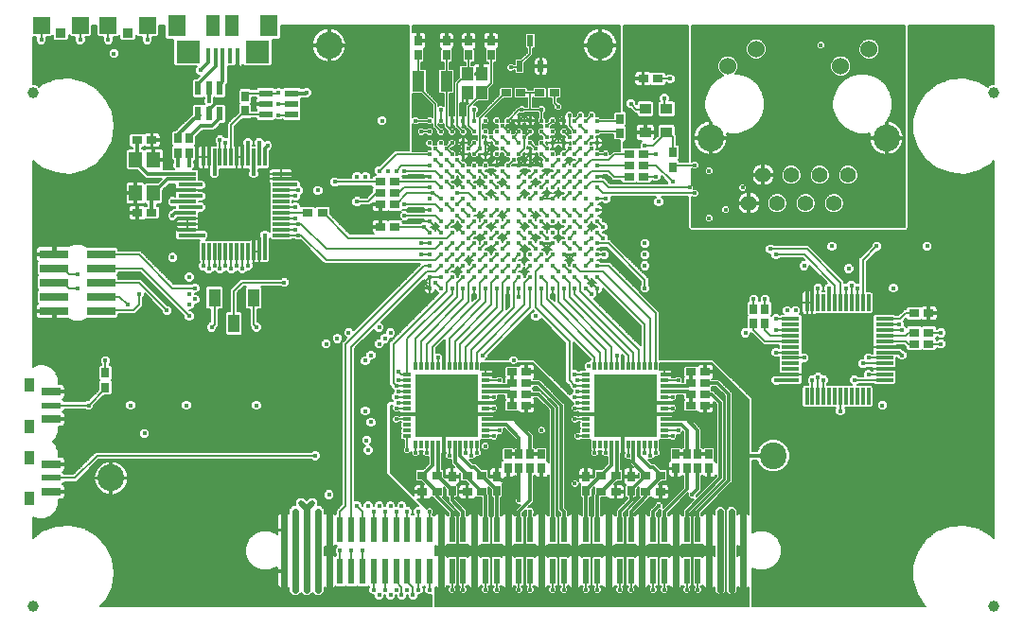
<source format=gtl>
G75*
G70*
%OFA0B0*%
%FSLAX24Y24*%
%IPPOS*%
%LPD*%
%AMOC8*
5,1,8,0,0,1.08239X$1,22.5*
%
%ADD10C,0.0157*%
%ADD11R,0.0236X0.0906*%
%ADD12R,0.1000X0.0300*%
%ADD13R,0.0591X0.0118*%
%ADD14R,0.0118X0.0591*%
%ADD15R,0.0315X0.0118*%
%ADD16R,0.0118X0.0315*%
%ADD17R,0.2205X0.2205*%
%ADD18R,0.0157X0.0531*%
%ADD19R,0.0630X0.0748*%
%ADD20R,0.0827X0.0787*%
%ADD21R,0.0472X0.0748*%
%ADD22R,0.0236X0.0472*%
%ADD23R,0.0394X0.0354*%
%ADD24R,0.0433X0.0748*%
%ADD25R,0.0276X0.0354*%
%ADD26R,0.0354X0.0276*%
%ADD27R,0.0217X0.0394*%
%ADD28R,0.0453X0.0551*%
%ADD29R,0.0472X0.0236*%
%ADD30R,0.0591X0.0591*%
%ADD31R,0.0354X0.0354*%
%ADD32C,0.0394*%
%ADD33R,0.0394X0.0630*%
%ADD34R,0.0394X0.0472*%
%ADD35R,0.0709X0.0295*%
%ADD36R,0.0709X0.0236*%
%ADD37R,0.0354X0.0512*%
%ADD38C,0.0945*%
%ADD39C,0.0600*%
%ADD40C,0.0550*%
%ADD41C,0.0240*%
%ADD42C,0.0200*%
%ADD43C,0.0120*%
%ADD44C,0.0160*%
%ADD45C,0.0060*%
%ADD46C,0.0200*%
%ADD47C,0.0160*%
%ADD48C,0.0170*%
D10*
X015671Y012915D03*
X016065Y012915D03*
X016458Y012915D03*
X016852Y012915D03*
X017246Y012915D03*
X017639Y012915D03*
X018033Y012915D03*
X018427Y012915D03*
X018820Y012915D03*
X019214Y012915D03*
X019608Y012915D03*
X020002Y012915D03*
X020395Y012915D03*
X020789Y012915D03*
X021183Y012915D03*
X021576Y012915D03*
X021576Y013309D03*
X021183Y013309D03*
X020789Y013309D03*
X020395Y013309D03*
X020002Y013309D03*
X019608Y013309D03*
X019214Y013309D03*
X018820Y013309D03*
X018427Y013309D03*
X018033Y013309D03*
X017639Y013309D03*
X017246Y013309D03*
X016852Y013309D03*
X016458Y013309D03*
X016065Y013309D03*
X015671Y013309D03*
X015671Y013702D03*
X016065Y013702D03*
X016458Y013702D03*
X016852Y013702D03*
X017246Y013702D03*
X017639Y013702D03*
X017639Y014096D03*
X017246Y014096D03*
X016852Y014096D03*
X016458Y014096D03*
X016065Y014096D03*
X015671Y014096D03*
X015671Y014490D03*
X015671Y014883D03*
X016065Y014883D03*
X016065Y014490D03*
X016458Y014490D03*
X016458Y014883D03*
X016852Y014883D03*
X016852Y014490D03*
X017246Y014490D03*
X017639Y014490D03*
X017639Y014883D03*
X017246Y014883D03*
X017246Y015277D03*
X017639Y015277D03*
X018033Y015277D03*
X018427Y015277D03*
X018820Y015277D03*
X019214Y015277D03*
X019608Y015277D03*
X020002Y015277D03*
X020395Y015277D03*
X020789Y015277D03*
X021183Y015277D03*
X021576Y015277D03*
X021576Y014883D03*
X021576Y014490D03*
X021183Y014490D03*
X021183Y014883D03*
X020789Y014883D03*
X020789Y014490D03*
X020395Y014490D03*
X020002Y014490D03*
X020002Y014883D03*
X020395Y014883D03*
X019608Y014883D03*
X019608Y014490D03*
X019214Y014490D03*
X019214Y014883D03*
X018820Y014883D03*
X018427Y014883D03*
X018427Y014490D03*
X018820Y014490D03*
X018820Y014096D03*
X018427Y014096D03*
X018427Y013702D03*
X018820Y013702D03*
X019214Y013702D03*
X019608Y013702D03*
X020002Y013702D03*
X020395Y013702D03*
X020789Y013702D03*
X021183Y013702D03*
X021576Y013702D03*
X021576Y014096D03*
X021183Y014096D03*
X020789Y014096D03*
X020395Y014096D03*
X020002Y014096D03*
X019608Y014096D03*
X019214Y014096D03*
X018033Y014096D03*
X018033Y013702D03*
X018033Y014490D03*
X018033Y014883D03*
X016852Y015277D03*
X016458Y015277D03*
X016065Y015277D03*
X015671Y015277D03*
X015671Y015671D03*
X015671Y016065D03*
X016065Y016065D03*
X016458Y016065D03*
X016852Y016065D03*
X017246Y016065D03*
X017639Y016065D03*
X018033Y016065D03*
X018427Y016065D03*
X018820Y016065D03*
X018820Y015671D03*
X018427Y015671D03*
X018033Y015671D03*
X017639Y015671D03*
X017246Y015671D03*
X016852Y015671D03*
X016458Y015671D03*
X016065Y015671D03*
X016065Y016458D03*
X016458Y016458D03*
X016852Y016458D03*
X017246Y016458D03*
X017639Y016458D03*
X018033Y016458D03*
X018427Y016458D03*
X018820Y016458D03*
X019214Y016458D03*
X019608Y016458D03*
X020002Y016458D03*
X020395Y016458D03*
X020789Y016458D03*
X021183Y016458D03*
X021576Y016458D03*
X021576Y016065D03*
X021183Y016065D03*
X020789Y016065D03*
X020395Y016065D03*
X020002Y016065D03*
X019608Y016065D03*
X019214Y016065D03*
X019214Y015671D03*
X019608Y015671D03*
X020002Y015671D03*
X020395Y015671D03*
X020789Y015671D03*
X021183Y015671D03*
X021576Y015671D03*
X021576Y016852D03*
X021183Y016852D03*
X021183Y017246D03*
X021576Y017246D03*
X021576Y017639D03*
X021183Y017639D03*
X020789Y017639D03*
X020395Y017639D03*
X020002Y017639D03*
X020002Y018033D03*
X020395Y018033D03*
X020789Y018033D03*
X021183Y018033D03*
X021576Y018033D03*
X021576Y018427D03*
X021183Y018427D03*
X020789Y018427D03*
X020395Y018427D03*
X020002Y018427D03*
X019608Y018427D03*
X019214Y018427D03*
X018820Y018427D03*
X018427Y018427D03*
X018033Y018427D03*
X017639Y018427D03*
X017246Y018427D03*
X016852Y018427D03*
X016458Y018427D03*
X016065Y018427D03*
X015671Y018427D03*
X015671Y018820D03*
X016065Y018820D03*
X016458Y018820D03*
X016852Y018820D03*
X017246Y018820D03*
X017639Y018820D03*
X018033Y018820D03*
X018427Y018820D03*
X018820Y018820D03*
X019214Y018820D03*
X019608Y018820D03*
X020002Y018820D03*
X020395Y018820D03*
X020789Y018820D03*
X021183Y018820D03*
X021576Y018820D03*
X019608Y018033D03*
X019608Y017639D03*
X019214Y017639D03*
X018820Y017639D03*
X018427Y017639D03*
X018033Y017639D03*
X017639Y017639D03*
X017246Y017639D03*
X016852Y017639D03*
X016458Y017639D03*
X016065Y017639D03*
X016065Y018033D03*
X016458Y018033D03*
X016852Y018033D03*
X017246Y018033D03*
X017639Y018033D03*
X018033Y018033D03*
X018427Y018033D03*
X018820Y018033D03*
X019214Y018033D03*
X019214Y017246D03*
X018820Y017246D03*
X018427Y017246D03*
X018033Y017246D03*
X017639Y017246D03*
X017246Y017246D03*
X017246Y016852D03*
X017639Y016852D03*
X018033Y016852D03*
X018427Y016852D03*
X018820Y016852D03*
X019214Y016852D03*
X019608Y016852D03*
X020002Y016852D03*
X020395Y016852D03*
X020395Y017246D03*
X020002Y017246D03*
X019608Y017246D03*
X020789Y017246D03*
X020789Y016852D03*
X016852Y016852D03*
X016852Y017246D03*
X016458Y017246D03*
X016065Y017246D03*
X016065Y016852D03*
X016458Y016852D03*
X015671Y016852D03*
X015671Y017246D03*
X015671Y017639D03*
X015671Y018033D03*
X015671Y016458D03*
D11*
X015671Y004391D03*
X016065Y004391D03*
X016458Y004391D03*
X016852Y004391D03*
X017246Y004391D03*
X017639Y004391D03*
X018033Y004391D03*
X018427Y004391D03*
X018820Y004391D03*
X019214Y004391D03*
X019608Y004391D03*
X020002Y004391D03*
X020395Y004391D03*
X020789Y004391D03*
X021183Y004391D03*
X021576Y004391D03*
X021970Y004391D03*
X022364Y004391D03*
X022757Y004391D03*
X023151Y004391D03*
X023545Y004391D03*
X023939Y004391D03*
X024332Y004391D03*
X024726Y004391D03*
X025120Y004391D03*
X025513Y004391D03*
X025907Y004391D03*
X026301Y004391D03*
X026694Y004391D03*
X026694Y002935D03*
X026301Y002935D03*
X025907Y002935D03*
X025513Y002935D03*
X025120Y002935D03*
X024726Y002935D03*
X024332Y002935D03*
X023939Y002935D03*
X023545Y002935D03*
X023151Y002935D03*
X022757Y002935D03*
X022364Y002935D03*
X021970Y002935D03*
X021576Y002935D03*
X021183Y002935D03*
X020789Y002935D03*
X020395Y002935D03*
X020002Y002935D03*
X019608Y002935D03*
X019214Y002935D03*
X018820Y002935D03*
X018427Y002935D03*
X018033Y002935D03*
X017639Y002935D03*
X017246Y002935D03*
X016852Y002935D03*
X016458Y002935D03*
X016065Y002935D03*
X015671Y002935D03*
X015277Y002935D03*
X014883Y002935D03*
X014490Y002935D03*
X014096Y002935D03*
X013702Y002935D03*
X013309Y002935D03*
X012915Y002935D03*
X012521Y002935D03*
X012128Y002935D03*
X011734Y002935D03*
X011340Y002935D03*
X010946Y002935D03*
X010553Y002935D03*
X010553Y004391D03*
X010946Y004391D03*
X011340Y004391D03*
X011734Y004391D03*
X012128Y004391D03*
X012521Y004391D03*
X012915Y004391D03*
X013309Y004391D03*
X013702Y004391D03*
X014096Y004391D03*
X014490Y004391D03*
X014883Y004391D03*
X015277Y004391D03*
D12*
X004104Y012112D03*
X004104Y012612D03*
X004104Y013112D03*
X004104Y013612D03*
X004104Y014112D03*
X002434Y014112D03*
X002434Y013612D03*
X002434Y013112D03*
X002434Y012612D03*
X002434Y012112D03*
D13*
X007128Y014785D03*
X007128Y014982D03*
X007128Y015179D03*
X007128Y015376D03*
X007128Y015572D03*
X007128Y015769D03*
X007128Y015966D03*
X007128Y016163D03*
X007128Y016360D03*
X007128Y016557D03*
X007128Y016754D03*
X007128Y016950D03*
X010435Y016950D03*
X010435Y016754D03*
X010435Y016557D03*
X010435Y016360D03*
X010435Y016163D03*
X010435Y015966D03*
X010435Y015769D03*
X010435Y015572D03*
X010435Y015376D03*
X010435Y015179D03*
X010435Y014982D03*
X010435Y014785D03*
X028387Y011832D03*
X028387Y011635D03*
X028387Y011439D03*
X028387Y011242D03*
X028387Y011045D03*
X028387Y010848D03*
X028387Y010651D03*
X028387Y010454D03*
X028387Y010257D03*
X028387Y010061D03*
X028387Y009864D03*
X028387Y009667D03*
X031694Y009667D03*
X031694Y009864D03*
X031694Y010061D03*
X031694Y010257D03*
X031694Y010454D03*
X031694Y010651D03*
X031694Y010848D03*
X031694Y011045D03*
X031694Y011242D03*
X031694Y011439D03*
X031694Y011635D03*
X031694Y011832D03*
D14*
X031124Y012403D03*
X030927Y012403D03*
X030730Y012403D03*
X030533Y012403D03*
X030336Y012403D03*
X030139Y012403D03*
X029943Y012403D03*
X029746Y012403D03*
X029549Y012403D03*
X029352Y012403D03*
X029155Y012403D03*
X028958Y012403D03*
X028958Y009096D03*
X029155Y009096D03*
X029352Y009096D03*
X029549Y009096D03*
X029746Y009096D03*
X029943Y009096D03*
X030139Y009096D03*
X030336Y009096D03*
X030533Y009096D03*
X030730Y009096D03*
X030927Y009096D03*
X031124Y009096D03*
X009864Y014214D03*
X009667Y014214D03*
X009470Y014214D03*
X009273Y014214D03*
X009076Y014214D03*
X008880Y014214D03*
X008683Y014214D03*
X008486Y014214D03*
X008289Y014214D03*
X008092Y014214D03*
X007895Y014214D03*
X007698Y014214D03*
X007698Y017521D03*
X007895Y017521D03*
X008092Y017521D03*
X008289Y017521D03*
X008486Y017521D03*
X008683Y017521D03*
X008880Y017521D03*
X009076Y017521D03*
X009273Y017521D03*
X009470Y017521D03*
X009667Y017521D03*
X009864Y017521D03*
D15*
X014883Y009864D03*
X014883Y009667D03*
X014883Y009470D03*
X014883Y009273D03*
X014883Y009076D03*
X014883Y008880D03*
X014883Y008683D03*
X014883Y008486D03*
X014883Y008289D03*
X014883Y008092D03*
X014883Y007895D03*
X014883Y007698D03*
X017639Y007698D03*
X017639Y007895D03*
X017639Y008092D03*
X017639Y008289D03*
X017639Y008486D03*
X017639Y008683D03*
X017639Y008880D03*
X017639Y009076D03*
X017639Y009273D03*
X017639Y009470D03*
X017639Y009667D03*
X017639Y009864D03*
X021183Y009864D03*
X021183Y009667D03*
X021183Y009470D03*
X021183Y009273D03*
X021183Y009076D03*
X021183Y008880D03*
X021183Y008683D03*
X021183Y008486D03*
X021183Y008289D03*
X021183Y008092D03*
X021183Y007895D03*
X021183Y007698D03*
X023939Y007698D03*
X023939Y007895D03*
X023939Y008092D03*
X023939Y008289D03*
X023939Y008486D03*
X023939Y008683D03*
X023939Y008880D03*
X023939Y009076D03*
X023939Y009273D03*
X023939Y009470D03*
X023939Y009667D03*
X023939Y009864D03*
D16*
X023643Y010159D03*
X023446Y010159D03*
X023250Y010159D03*
X023053Y010159D03*
X022856Y010159D03*
X022659Y010159D03*
X022462Y010159D03*
X022265Y010159D03*
X022069Y010159D03*
X021872Y010159D03*
X021675Y010159D03*
X021478Y010159D03*
X021478Y007403D03*
X021675Y007403D03*
X021872Y007403D03*
X022069Y007403D03*
X022265Y007403D03*
X022462Y007403D03*
X022659Y007403D03*
X022856Y007403D03*
X023053Y007403D03*
X023250Y007403D03*
X023446Y007403D03*
X023643Y007403D03*
X017344Y007403D03*
X017147Y007403D03*
X016950Y007403D03*
X016754Y007403D03*
X016557Y007403D03*
X016360Y007403D03*
X016163Y007403D03*
X015966Y007403D03*
X015769Y007403D03*
X015572Y007403D03*
X015376Y007403D03*
X015179Y007403D03*
X015179Y010159D03*
X015376Y010159D03*
X015572Y010159D03*
X015769Y010159D03*
X015966Y010159D03*
X016163Y010159D03*
X016360Y010159D03*
X016557Y010159D03*
X016754Y010159D03*
X016950Y010159D03*
X017147Y010159D03*
X017344Y010159D03*
D17*
X016261Y008781D03*
X022561Y008781D03*
D18*
X008899Y021114D03*
X008643Y021114D03*
X008387Y021114D03*
X008131Y021114D03*
X007876Y021114D03*
D19*
X006773Y022167D03*
X010002Y022167D03*
D20*
X009608Y021242D03*
X007167Y021242D03*
D21*
X008053Y022167D03*
X008722Y022167D03*
D22*
X008269Y019962D03*
X007895Y019962D03*
X007521Y019962D03*
X007521Y019057D03*
X007895Y019057D03*
X008269Y019057D03*
D23*
X023269Y019234D03*
X024017Y019234D03*
X024017Y018407D03*
X023269Y018407D03*
D24*
X016261Y020198D03*
X015277Y020198D03*
D25*
X015277Y021124D03*
X015277Y021635D03*
X016261Y021635D03*
X016261Y021124D03*
X017049Y021124D03*
X017049Y021635D03*
X017836Y021635D03*
X017836Y021124D03*
X022364Y018880D03*
X022364Y018368D03*
X024234Y017698D03*
X024234Y017187D03*
X027088Y012187D03*
X027482Y012187D03*
X027482Y011675D03*
X027088Y011675D03*
X025513Y007069D03*
X025120Y007069D03*
X024726Y007069D03*
X024332Y007069D03*
X024332Y006557D03*
X024726Y006557D03*
X025120Y006557D03*
X025513Y006557D03*
X022757Y006281D03*
X022757Y005769D03*
X021183Y005769D03*
X021183Y006281D03*
X019608Y006557D03*
X019214Y006557D03*
X018820Y006557D03*
X018427Y006557D03*
X018033Y006281D03*
X018033Y005769D03*
X016458Y005769D03*
X016458Y006281D03*
X018427Y007069D03*
X018820Y007069D03*
X019214Y007069D03*
X019608Y007069D03*
X004254Y009411D03*
X004254Y009923D03*
X006813Y017679D03*
X007206Y017679D03*
X007206Y018191D03*
X006813Y018191D03*
X009175Y019155D03*
X009175Y019667D03*
D26*
X005887Y018131D03*
X005376Y018131D03*
X005376Y015572D03*
X005887Y015572D03*
X011380Y015572D03*
X011891Y015572D03*
X013939Y015868D03*
X013939Y016261D03*
X014450Y016261D03*
X014450Y015868D03*
X014450Y016655D03*
X013939Y016655D03*
X013939Y015080D03*
X014450Y015080D03*
X018368Y019805D03*
X018880Y019805D03*
X019549Y019805D03*
X020061Y019805D03*
X023191Y020297D03*
X023702Y020297D03*
X023210Y017639D03*
X023210Y017246D03*
X023210Y016852D03*
X022698Y016852D03*
X022698Y017246D03*
X022698Y017639D03*
X032738Y012029D03*
X033250Y012029D03*
X033250Y011340D03*
X033250Y010946D03*
X032738Y010946D03*
X032738Y011340D03*
X025376Y009962D03*
X025376Y009569D03*
X025376Y009175D03*
X025376Y008781D03*
X024864Y008781D03*
X024864Y009175D03*
X024864Y009569D03*
X024864Y009962D03*
X023801Y006320D03*
X023289Y006320D03*
X023289Y005730D03*
X023801Y005730D03*
X022226Y005730D03*
X021714Y005730D03*
X021714Y006320D03*
X022226Y006320D03*
X019076Y008781D03*
X019076Y009175D03*
X019076Y009569D03*
X019076Y009962D03*
X018565Y009962D03*
X018565Y009569D03*
X018565Y009175D03*
X018565Y008781D03*
X017502Y006320D03*
X016990Y006320D03*
X016990Y005730D03*
X017502Y005730D03*
X015927Y005730D03*
X015415Y005730D03*
X015415Y006320D03*
X015927Y006320D03*
D27*
X018840Y020730D03*
X019588Y020730D03*
X019214Y021635D03*
D28*
X005946Y017443D03*
X005317Y017443D03*
X005317Y016261D03*
X005946Y016261D03*
D29*
X009903Y019037D03*
X009903Y019411D03*
X009903Y019785D03*
X010809Y019785D03*
X010809Y019411D03*
X010809Y019037D03*
D30*
X005730Y022167D03*
X004352Y022167D03*
X003368Y022167D03*
X001990Y022167D03*
D31*
X002679Y021911D03*
X005041Y021911D03*
D32*
X001694Y001694D03*
X001694Y019805D03*
X035553Y019805D03*
X035553Y001694D03*
D33*
X009470Y012580D03*
X008781Y011675D03*
X008092Y012580D03*
D34*
X016990Y019805D03*
X017502Y019805D03*
X017502Y020474D03*
X016990Y020474D03*
D35*
X002344Y009263D03*
X002344Y008299D03*
X002344Y006704D03*
X002344Y005740D03*
D36*
X002344Y006222D03*
X002344Y008781D03*
D37*
X001576Y008053D03*
X001576Y006950D03*
X001576Y005494D03*
X001576Y009509D03*
D38*
X004450Y006222D03*
X025563Y018211D03*
X021675Y021478D03*
X012128Y021478D03*
X031763Y018211D03*
X027777Y007009D03*
D39*
X026173Y020741D03*
X027173Y021341D03*
X030153Y020741D03*
X031153Y021341D03*
D40*
X030413Y016911D03*
X029413Y016911D03*
X028413Y016911D03*
X027413Y016911D03*
X027913Y015911D03*
X026913Y015911D03*
X028913Y015911D03*
X029913Y015911D03*
D41*
X026694Y005041D02*
X026694Y004391D01*
X026694Y003663D01*
X026694Y002935D01*
X026694Y002285D01*
X026301Y002285D02*
X026301Y002935D01*
X026301Y003663D01*
X026301Y004352D01*
X026301Y004391D02*
X026301Y005041D01*
X025907Y005041D02*
X025907Y004391D01*
X025907Y003663D01*
X025907Y002935D01*
X025907Y002285D01*
X025513Y002285D02*
X025513Y002935D01*
X025513Y003663D01*
X025513Y004391D01*
X025513Y005041D01*
X024332Y005041D02*
X024332Y004391D01*
X024332Y003663D01*
X024332Y002935D01*
X024332Y002285D01*
X023151Y002285D02*
X023151Y003663D01*
X023151Y004391D01*
X023151Y005041D01*
X021970Y005041D02*
X021970Y003663D01*
X021970Y002285D01*
X020789Y002285D02*
X020789Y002935D01*
X020789Y003663D01*
X020789Y004391D01*
X020789Y005041D01*
X019608Y005041D02*
X019608Y004391D01*
X019608Y003663D01*
X019608Y002285D01*
X018427Y002285D02*
X018427Y002935D01*
X018427Y003663D01*
X018427Y004391D01*
X018427Y005041D01*
X017246Y005041D02*
X017246Y004391D01*
X017246Y003663D01*
X017246Y002935D01*
X017246Y002285D01*
X016065Y002285D02*
X016065Y002876D01*
X016065Y002935D02*
X016065Y003663D01*
X016065Y004391D01*
X016065Y005041D01*
X012128Y005041D02*
X012128Y004391D01*
X012128Y003663D01*
X012128Y002935D01*
X012128Y002285D01*
X011734Y002285D02*
X011734Y002935D01*
X011734Y003663D01*
X011734Y004391D01*
X011734Y005041D01*
X011340Y005139D02*
X011340Y004391D01*
X011340Y003663D01*
X011340Y002935D01*
X011340Y002285D01*
X010946Y002285D02*
X010946Y002935D01*
X010946Y003663D01*
X010946Y004391D01*
X010946Y005041D01*
X010553Y005041D02*
X010553Y004391D01*
X010553Y003663D01*
X010553Y002935D01*
X010553Y002285D01*
D42*
X010553Y002285D03*
X010946Y002285D03*
X011340Y002285D03*
X011734Y002285D03*
X012128Y002285D03*
X012128Y003663D03*
X011734Y003663D03*
X011340Y003663D03*
X010946Y003663D03*
X010553Y003663D03*
X010553Y005041D03*
X010946Y005041D03*
X011143Y005336D03*
X011340Y005139D03*
X011537Y005336D03*
X011734Y005041D03*
X012128Y005041D03*
X016065Y005041D03*
X017246Y005041D03*
X018427Y005041D03*
X019608Y005041D03*
X020789Y005041D03*
X021970Y005041D03*
X023151Y005041D03*
X024332Y005041D03*
X025513Y005041D03*
X025907Y005041D03*
X026301Y005041D03*
X026694Y005041D03*
X026694Y003663D03*
X026301Y003663D03*
X025907Y003663D03*
X025513Y003663D03*
X024332Y003663D03*
X023151Y003663D03*
X021970Y003663D03*
X020789Y003663D03*
X019608Y003663D03*
X018427Y003663D03*
X017246Y003663D03*
X016065Y003663D03*
X016065Y002285D03*
X017246Y002285D03*
X018427Y002285D03*
X019608Y002285D03*
X020789Y002285D03*
X021970Y002285D03*
X023151Y002285D03*
X024332Y002285D03*
X025513Y002285D03*
X025907Y002285D03*
X026301Y002285D03*
X026694Y002285D03*
D43*
X025120Y004391D02*
X025120Y005041D01*
X026202Y006124D01*
X026202Y009175D01*
X025809Y009569D01*
X025376Y009569D01*
X025376Y009175D02*
X025513Y009175D01*
X025612Y009175D01*
X025907Y008880D01*
X025907Y006222D01*
X024726Y005041D01*
X024726Y004391D01*
X023939Y004391D02*
X023939Y005041D01*
X024726Y005828D01*
X024726Y006557D01*
X025120Y006557D02*
X025120Y005828D01*
X024923Y005631D01*
X025513Y006124D02*
X025513Y006557D01*
X025513Y007069D02*
X025120Y007069D01*
X025120Y007895D01*
X024726Y008289D01*
X023939Y008289D01*
X023939Y008486D02*
X022856Y008486D01*
X022462Y008683D02*
X022462Y007403D01*
X022462Y007108D01*
X022265Y007403D02*
X022265Y006360D01*
X022226Y006242D02*
X021714Y005730D01*
X021576Y005592D01*
X021576Y004391D01*
X021183Y004391D02*
X021183Y005769D01*
X021183Y005789D02*
X021714Y006320D01*
X022069Y006675D01*
X022069Y007403D01*
X022856Y007403D02*
X022856Y006754D01*
X023289Y006320D01*
X022757Y005789D01*
X022757Y005769D02*
X022757Y005435D01*
X022364Y005041D01*
X022364Y004391D01*
X022757Y004391D02*
X022757Y005041D01*
X023289Y005572D01*
X023289Y005730D01*
X023801Y006242D01*
X023801Y006320D02*
X023742Y006320D01*
X023742Y006419D01*
X023545Y006616D01*
X023446Y006616D01*
X023053Y007009D01*
X023053Y007403D01*
X023939Y008092D02*
X024529Y008092D01*
X024726Y007895D01*
X024726Y007069D01*
X024332Y007069D01*
X024332Y006557D02*
X024332Y006124D01*
X023742Y005238D02*
X023545Y005041D01*
X023545Y004391D01*
X023151Y002935D02*
X023151Y002285D01*
X021970Y002285D02*
X021970Y002935D01*
X021970Y003663D01*
X021970Y004391D01*
X020395Y004391D02*
X020395Y005041D01*
X020297Y005139D01*
X020297Y008781D01*
X019509Y009569D01*
X019076Y009569D01*
X019076Y009175D02*
X019509Y009175D01*
X020002Y008683D01*
X020002Y004391D01*
X019214Y004391D02*
X019214Y005041D01*
X018820Y005041D02*
X018820Y004391D01*
X018033Y004391D02*
X018033Y005769D01*
X018033Y005789D02*
X017502Y006320D01*
X017443Y006380D01*
X017443Y006419D01*
X017246Y006616D01*
X017147Y006616D01*
X016754Y007009D01*
X016754Y007403D01*
X016557Y007403D02*
X016557Y006754D01*
X016990Y006320D01*
X016990Y006242D02*
X017502Y005730D01*
X017639Y005592D01*
X017639Y004391D01*
X016852Y004391D02*
X016852Y005041D01*
X016458Y005435D01*
X016458Y005769D01*
X016458Y005789D02*
X015927Y006320D01*
X015966Y006360D02*
X015966Y007403D01*
X015769Y007403D02*
X015769Y006675D01*
X015415Y006320D01*
X015415Y006242D02*
X015927Y005730D01*
X015927Y005572D01*
X016458Y005041D01*
X016458Y004391D01*
X018820Y005041D02*
X019214Y005435D01*
X019214Y006557D01*
X018820Y006557D02*
X018820Y005435D01*
X018427Y006124D02*
X018191Y006124D01*
X018033Y006281D01*
X018427Y007069D02*
X018820Y007069D01*
X018820Y007639D01*
X018368Y008092D01*
X017639Y008092D01*
X017639Y008289D02*
X018624Y008289D01*
X019214Y007698D01*
X019214Y007069D01*
X019608Y007069D01*
X021183Y006714D02*
X021183Y006281D01*
X021183Y008486D02*
X020887Y008486D01*
X021183Y008486D02*
X022265Y008486D01*
X022659Y008880D02*
X023939Y008880D01*
X024431Y008880D01*
X024864Y008781D02*
X024864Y009175D01*
X024765Y009273D02*
X023939Y009273D01*
X023939Y009470D02*
X024765Y009470D01*
X024864Y009569D02*
X024864Y009962D01*
X024234Y009864D02*
X023939Y009864D01*
X022462Y010159D02*
X022462Y010454D01*
X023939Y008486D02*
X024431Y008486D01*
X026891Y007009D02*
X027777Y007009D01*
X027876Y009667D02*
X028387Y009667D01*
X028387Y009864D02*
X027777Y009864D01*
X028958Y012403D02*
X028958Y012817D01*
X029057Y012915D01*
X029155Y012817D01*
X029155Y012403D01*
X029746Y012403D02*
X029746Y012915D01*
X031694Y010848D02*
X032206Y010848D01*
X032206Y010651D02*
X031694Y010651D01*
X032206Y010651D02*
X032305Y010553D01*
X032206Y010061D02*
X031694Y010061D01*
X019608Y003663D02*
X019608Y002935D01*
X019608Y002285D01*
X016163Y007108D02*
X016163Y007403D01*
X016163Y008683D01*
X016360Y008880D02*
X017639Y008880D01*
X018131Y008880D01*
X018565Y008781D02*
X018565Y009175D01*
X018466Y009273D02*
X017639Y009273D01*
X017639Y009470D02*
X018466Y009470D01*
X018565Y009569D02*
X018565Y009962D01*
X017935Y009864D02*
X017639Y009864D01*
X016163Y010159D02*
X016163Y010553D01*
X015966Y008486D02*
X014883Y008486D01*
X014588Y008486D01*
X016557Y008486D02*
X017639Y008486D01*
X018131Y008486D01*
X009864Y014214D02*
X009864Y014785D01*
X009667Y014687D02*
X009569Y014785D01*
X009470Y014687D01*
X009470Y014214D01*
X009667Y014214D02*
X009667Y014687D01*
X007698Y014785D02*
X007128Y014785D01*
X007128Y014982D02*
X006813Y014982D01*
X006616Y015179D01*
X006813Y015376D01*
X007128Y015376D01*
X007128Y015572D02*
X006714Y015572D01*
X006616Y015474D01*
X006616Y015179D02*
X007128Y015179D01*
X007128Y015769D02*
X007600Y015769D01*
X007128Y015966D02*
X006616Y015966D01*
X006517Y016360D02*
X007128Y016360D01*
X007128Y016557D02*
X007600Y016557D01*
X007600Y016163D02*
X007128Y016163D01*
X007128Y016754D02*
X006439Y016754D01*
X005946Y016261D01*
X005887Y016202D01*
X005887Y015572D01*
X005730Y016950D02*
X007128Y016950D01*
X007206Y017246D02*
X007206Y017679D01*
X006813Y017679D02*
X006813Y017246D01*
X007698Y017521D02*
X007698Y017935D01*
X007797Y018033D01*
X007895Y017935D01*
X007895Y017521D01*
X008092Y017521D02*
X008092Y016950D01*
X008880Y017541D02*
X008880Y017935D01*
X008978Y018033D01*
X009076Y017935D01*
X009076Y017521D01*
X009273Y017521D02*
X009273Y018033D01*
X009667Y018033D02*
X009667Y017521D01*
X009864Y017521D02*
X009864Y017836D01*
X009962Y017935D01*
X009470Y017521D02*
X009470Y016950D01*
X010435Y016950D02*
X010946Y016950D01*
X011045Y016852D01*
X010946Y016754D01*
X010435Y016754D01*
X010435Y016557D02*
X010946Y016557D01*
X008269Y018899D02*
X007994Y018624D01*
X007600Y018624D01*
X007206Y018230D01*
X007206Y018191D01*
X006813Y018191D02*
X006813Y018328D01*
X007502Y019017D01*
X007580Y019017D01*
X007521Y019057D01*
X007895Y019057D02*
X007895Y019214D01*
X008092Y019411D01*
X008191Y019509D01*
X008289Y019509D01*
X007895Y019509D02*
X007895Y019962D01*
X007521Y019962D02*
X007521Y020120D01*
X008131Y020730D01*
X008131Y021114D01*
X007876Y021114D02*
X007876Y020868D01*
X007797Y020789D01*
X007600Y020592D01*
X008269Y020080D02*
X008269Y019962D01*
X008269Y020080D02*
X008387Y020198D01*
X008387Y021114D01*
X008899Y021114D02*
X008899Y020769D01*
X009076Y020592D01*
X008899Y020769D02*
X008722Y020592D01*
X008269Y019057D02*
X008269Y018899D01*
X010809Y019785D02*
X011320Y019785D01*
X011340Y019805D01*
X005730Y016950D02*
X005317Y017364D01*
X005415Y017364D01*
X005336Y017443D01*
X005376Y017443D01*
X005376Y018131D01*
X005317Y017443D02*
X005317Y017364D01*
X002482Y014490D02*
X002482Y014159D01*
X002434Y014112D01*
X002434Y012112D02*
X002482Y012064D01*
X002482Y011734D01*
X002344Y009263D02*
X003161Y009263D01*
X003161Y008299D02*
X002344Y008299D01*
X002344Y006704D02*
X003161Y006704D01*
X003161Y005740D02*
X002344Y005740D01*
X010553Y002285D02*
X010553Y001990D01*
X010651Y001891D01*
X012029Y001891D01*
X012128Y001990D01*
X012128Y002285D01*
D44*
X013702Y002285D03*
X013899Y002088D03*
X014096Y002285D03*
X014293Y002088D03*
X014490Y002285D03*
X014687Y002088D03*
X014883Y002285D03*
X015080Y002088D03*
X015277Y002285D03*
X015671Y002285D03*
X016458Y002285D03*
X016852Y002285D03*
X017639Y002285D03*
X018033Y002285D03*
X018820Y002285D03*
X019214Y002285D03*
X020002Y002285D03*
X020395Y002285D03*
X021183Y002285D03*
X021576Y002285D03*
X022364Y002285D03*
X022757Y002285D03*
X023545Y002285D03*
X023939Y002285D03*
X024726Y002285D03*
X025120Y002285D03*
X023742Y005238D03*
X024923Y005631D03*
X025513Y006124D03*
X024332Y006124D03*
X023446Y007009D03*
X023250Y007108D03*
X023643Y007108D03*
X024234Y007698D03*
X024431Y007895D03*
X024431Y008486D03*
X024234Y008683D03*
X024431Y008880D03*
X024234Y009076D03*
X024431Y009667D03*
X024234Y009864D03*
X025691Y009372D03*
X027777Y009864D03*
X027876Y009667D03*
X028860Y010454D03*
X029352Y009765D03*
X029549Y009667D03*
X029155Y009667D03*
X030139Y008584D03*
X030631Y009667D03*
X031124Y009864D03*
X030927Y010257D03*
X031124Y010454D03*
X032206Y010061D03*
X032305Y010553D03*
X032206Y010848D03*
X032305Y011439D03*
X032206Y011635D03*
X033683Y011340D03*
X033683Y010946D03*
X033092Y010257D03*
X033978Y011734D03*
X032009Y012915D03*
X030730Y012915D03*
X030533Y013013D03*
X030336Y012915D03*
X029746Y012915D03*
X029352Y012915D03*
X029057Y012915D03*
X028565Y012128D03*
X028269Y012128D03*
X027876Y011832D03*
X027876Y011439D03*
X027876Y010651D03*
X026793Y011340D03*
X026399Y012029D03*
X027088Y012521D03*
X027482Y012521D03*
X028860Y013702D03*
X027876Y014096D03*
X027679Y014293D03*
X026104Y015671D03*
X025513Y015376D03*
X025021Y016261D03*
X024824Y016458D03*
X024234Y016655D03*
X023643Y016852D03*
X023643Y017639D03*
X023250Y017935D03*
X022757Y018427D03*
X021872Y018033D03*
X021872Y017639D03*
X021380Y017836D03*
X021380Y018230D03*
X020986Y018230D03*
X020986Y017836D03*
X020592Y017836D03*
X020592Y018230D03*
X020198Y018230D03*
X019805Y018230D03*
X019805Y017836D03*
X019411Y017836D03*
X019017Y018230D03*
X018624Y018230D03*
X018230Y018230D03*
X018230Y017836D03*
X017836Y017836D03*
X017443Y017836D03*
X017049Y017836D03*
X016655Y017836D03*
X016261Y017836D03*
X015868Y017836D03*
X015868Y017443D03*
X016261Y017443D03*
X016655Y017443D03*
X016655Y017049D03*
X016261Y017049D03*
X016261Y016655D03*
X016655Y016655D03*
X017049Y016655D03*
X017443Y016655D03*
X017836Y016655D03*
X017836Y017049D03*
X017443Y017049D03*
X017049Y017049D03*
X017443Y016261D03*
X017836Y016261D03*
X018230Y016261D03*
X018230Y016655D03*
X018230Y017049D03*
X018230Y017443D03*
X018624Y017443D03*
X019017Y017443D03*
X019411Y017443D03*
X019805Y017443D03*
X020198Y017443D03*
X020592Y017443D03*
X020986Y017443D03*
X020986Y017049D03*
X020592Y017049D03*
X020198Y017049D03*
X019805Y017049D03*
X019805Y016655D03*
X020198Y016655D03*
X020592Y016655D03*
X020986Y016655D03*
X020986Y016261D03*
X020592Y016261D03*
X020198Y016261D03*
X019805Y016261D03*
X019411Y016261D03*
X019017Y016261D03*
X019017Y016655D03*
X019017Y017049D03*
X019411Y017049D03*
X019411Y016655D03*
X019411Y015474D03*
X019017Y015474D03*
X019017Y015080D03*
X019017Y014687D03*
X019411Y014687D03*
X019411Y015080D03*
X019805Y015080D03*
X019805Y014687D03*
X019805Y014293D03*
X019411Y014293D03*
X019017Y014293D03*
X018624Y013899D03*
X018624Y013506D03*
X019017Y013506D03*
X019411Y013899D03*
X019805Y013899D03*
X020198Y013506D03*
X020592Y013506D03*
X020592Y013899D03*
X020592Y014293D03*
X020592Y014687D03*
X020592Y015080D03*
X020986Y015080D03*
X021380Y015080D03*
X021773Y015080D03*
X021773Y014687D03*
X021380Y014687D03*
X021380Y014293D03*
X021813Y014096D03*
X021380Y013899D03*
X021380Y013112D03*
X021380Y012718D03*
X020002Y012620D03*
X019411Y011931D03*
X018820Y011537D03*
X018427Y012324D03*
X018820Y012620D03*
X018230Y013506D03*
X018230Y013899D03*
X017836Y013899D03*
X017443Y013899D03*
X017443Y013506D03*
X017836Y013506D03*
X017049Y013506D03*
X017049Y013899D03*
X016655Y013899D03*
X016655Y013506D03*
X016261Y013506D03*
X016261Y013899D03*
X016261Y014293D03*
X016655Y014293D03*
X017049Y014293D03*
X017443Y014293D03*
X017836Y014293D03*
X018230Y014293D03*
X018230Y014687D03*
X018230Y015080D03*
X017836Y015080D03*
X017836Y014687D03*
X017443Y014687D03*
X017443Y015080D03*
X017049Y015080D03*
X017049Y014687D03*
X016655Y015080D03*
X016261Y015080D03*
X015868Y015080D03*
X015474Y015080D03*
X015376Y014490D03*
X015376Y014096D03*
X014883Y013506D03*
X015474Y013112D03*
X015868Y013112D03*
X017246Y012561D03*
X017541Y010553D03*
X017935Y009864D03*
X018131Y009667D03*
X017935Y009076D03*
X018131Y008880D03*
X017935Y008683D03*
X018131Y008486D03*
X018131Y007895D03*
X017935Y007698D03*
X017639Y007346D03*
X017344Y007108D03*
X017147Y007009D03*
X016950Y007108D03*
X016360Y007009D03*
X016163Y007108D03*
X015572Y007108D03*
X015179Y007108D03*
X014883Y007206D03*
X013506Y007206D03*
X013456Y007551D03*
X013604Y008191D03*
X013407Y008584D03*
X014490Y008683D03*
X014588Y008880D03*
X014490Y009076D03*
X014588Y009273D03*
X014490Y009470D03*
X014588Y009667D03*
X014588Y009962D03*
X013604Y010553D03*
X013407Y010356D03*
X013899Y010946D03*
X014096Y011143D03*
X014293Y011340D03*
X013899Y011537D03*
X012817Y011340D03*
X012423Y011143D03*
X012029Y010946D03*
X009569Y011537D03*
X007994Y011537D03*
X007206Y011931D03*
X007206Y012324D03*
X007403Y012521D03*
X007206Y012718D03*
X007403Y012915D03*
X007206Y013309D03*
X007698Y013702D03*
X007895Y013604D03*
X008092Y013702D03*
X008289Y013604D03*
X008486Y013702D03*
X008683Y013604D03*
X008880Y013702D03*
X009076Y013604D03*
X009273Y013702D03*
X009569Y013506D03*
X010553Y013112D03*
X011045Y014785D03*
X010946Y014982D03*
X011045Y015179D03*
X010946Y015376D03*
X010946Y015769D03*
X010946Y016163D03*
X011045Y016360D03*
X010946Y016557D03*
X011045Y016852D03*
X011734Y016360D03*
X012324Y016655D03*
X012029Y017147D03*
X013112Y016852D03*
X013407Y016852D03*
X013899Y017049D03*
X014194Y017049D03*
X014490Y017049D03*
X014785Y017049D03*
X015376Y016852D03*
X015769Y016261D03*
X016261Y015868D03*
X016655Y015868D03*
X016655Y016261D03*
X017049Y015868D03*
X017049Y015474D03*
X017443Y015474D03*
X017836Y015474D03*
X018230Y015474D03*
X016655Y015474D03*
X015179Y015671D03*
X014785Y015868D03*
X014785Y015474D03*
X013407Y016261D03*
X013112Y015966D03*
X014588Y018230D03*
X015376Y018427D03*
X015179Y018820D03*
X015277Y019608D03*
X016065Y019214D03*
X016458Y019214D03*
X016852Y019214D03*
X017246Y019214D03*
X017541Y019313D03*
X018230Y018624D03*
X017836Y018230D03*
X019017Y019017D03*
X018919Y019214D03*
X019608Y019214D03*
X020198Y019313D03*
X020198Y019017D03*
X020592Y019017D03*
X020986Y019017D03*
X020986Y018624D03*
X021380Y019017D03*
X022167Y019509D03*
X022757Y019411D03*
X023939Y019608D03*
X024431Y019214D03*
X024135Y020297D03*
X022757Y020297D03*
X020002Y020691D03*
X018525Y020691D03*
X017443Y021675D03*
X015769Y021675D03*
X013998Y018820D03*
X011340Y019805D03*
X010356Y019805D03*
X010356Y019411D03*
X010356Y019017D03*
X010848Y018427D03*
X009962Y017935D03*
X009667Y018033D03*
X009273Y018033D03*
X008978Y018033D03*
X008486Y018033D03*
X008289Y018131D03*
X007797Y018033D03*
X007206Y017246D03*
X006813Y017246D03*
X006517Y017246D03*
X006517Y016360D03*
X006616Y015966D03*
X006616Y015474D03*
X006616Y015179D03*
X007600Y015769D03*
X007600Y016163D03*
X007600Y016557D03*
X008092Y016950D03*
X009470Y016950D03*
X009864Y016163D03*
X009076Y015966D03*
X009569Y014785D03*
X009864Y014785D03*
X007698Y014785D03*
X006616Y013998D03*
X005435Y012718D03*
X005041Y012324D03*
X006419Y012128D03*
X004254Y010356D03*
X003171Y009273D03*
X003663Y008781D03*
X003171Y008289D03*
X005139Y008781D03*
X005631Y007797D03*
X007108Y008781D03*
X007974Y008781D03*
X009569Y008781D03*
X011635Y007009D03*
X012128Y005631D03*
X013112Y005238D03*
X013506Y005238D03*
X013702Y005041D03*
X013899Y005238D03*
X014096Y005041D03*
X014293Y005238D03*
X014490Y005041D03*
X014687Y005238D03*
X014883Y005041D03*
X015080Y005238D03*
X015277Y005041D03*
X015671Y005041D03*
X013309Y003663D03*
X012915Y003663D03*
X012521Y003663D03*
X018033Y006714D03*
X018820Y005435D03*
X019214Y005041D03*
X020789Y006025D03*
X021478Y007108D03*
X021872Y007108D03*
X022462Y007108D03*
X022659Y007009D03*
X020887Y007698D03*
X020789Y008289D03*
X020887Y008486D03*
X020789Y008683D03*
X020887Y008880D03*
X020789Y009076D03*
X020887Y009273D03*
X020789Y009470D03*
X020887Y009667D03*
X020789Y009864D03*
X020887Y010159D03*
X021281Y010159D03*
X022265Y010553D03*
X022462Y010454D03*
X022659Y011931D03*
X023250Y012915D03*
X023250Y013702D03*
X023250Y014096D03*
X023250Y014490D03*
X023250Y015080D03*
X023742Y015966D03*
X025021Y017246D03*
X025513Y017049D03*
X026694Y016458D03*
X029844Y014391D03*
X030435Y013604D03*
X031419Y014391D03*
X033191Y014391D03*
X030631Y011931D03*
X031616Y008781D03*
X025513Y007502D03*
X019608Y007913D03*
X019431Y009372D03*
X018624Y010356D03*
X018820Y010553D03*
X016163Y010553D03*
X015966Y010454D03*
X014588Y008486D03*
X014490Y008289D03*
X019805Y015474D03*
X020198Y015474D03*
X020592Y015474D03*
X020986Y015474D03*
X021380Y015474D03*
X021872Y015671D03*
X021872Y016065D03*
X021380Y015868D03*
X021872Y016852D03*
X019805Y018624D03*
X029450Y021478D03*
X009470Y019411D03*
X008781Y019411D03*
X008289Y019509D03*
X007895Y019509D03*
X006517Y019608D03*
X007600Y020592D03*
X008722Y020592D03*
X009076Y020592D03*
X005730Y021675D03*
X004549Y021183D03*
X004352Y021675D03*
X003368Y021675D03*
X001990Y021675D03*
X004943Y015572D03*
X002482Y014490D03*
X003269Y013407D03*
X003269Y012915D03*
X002482Y011734D03*
X003171Y006714D03*
X003171Y005730D03*
D45*
X002828Y005710D02*
X002828Y005575D01*
X002820Y005542D01*
X002802Y005512D01*
X002778Y005488D01*
X002749Y005471D01*
X002716Y005462D01*
X002597Y005462D01*
X002597Y005265D01*
X002504Y005042D01*
X002334Y004871D01*
X002111Y004778D01*
X001869Y004778D01*
X001694Y004851D01*
X001694Y004096D01*
X002021Y004356D01*
X002021Y004356D01*
X002495Y004543D01*
X002495Y004543D01*
X003003Y004581D01*
X003003Y004581D01*
X003500Y004467D01*
X003500Y004467D01*
X003942Y004213D01*
X003942Y004213D01*
X004288Y003839D01*
X004288Y003839D01*
X004510Y003380D01*
X004510Y003380D01*
X004586Y002876D01*
X004586Y002876D01*
X004510Y002372D01*
X004288Y001912D01*
X004086Y001694D01*
X015728Y001694D01*
X015728Y002095D01*
X015592Y002095D01*
X015481Y002206D01*
X015481Y002364D01*
X015498Y002381D01*
X015474Y002405D01*
X015450Y002381D01*
X015467Y002364D01*
X015467Y002206D01*
X015356Y002095D01*
X015270Y002095D01*
X015270Y002009D01*
X015159Y001898D01*
X015002Y001898D01*
X014890Y002009D01*
X014890Y002095D01*
X014877Y002095D01*
X014877Y002009D01*
X014765Y001898D01*
X014608Y001898D01*
X014497Y002009D01*
X014497Y002095D01*
X014483Y002095D01*
X014483Y002009D01*
X014372Y001898D01*
X014214Y001898D01*
X014103Y002009D01*
X014103Y002095D01*
X014089Y002095D01*
X014089Y002009D01*
X013978Y001898D01*
X013821Y001898D01*
X013709Y002009D01*
X013709Y002095D01*
X013624Y002095D01*
X013512Y002206D01*
X013512Y002364D01*
X013530Y002381D01*
X013506Y002405D01*
X013472Y002372D01*
X013145Y002372D01*
X013112Y002405D01*
X013079Y002372D01*
X012751Y002372D01*
X012718Y002405D01*
X012685Y002372D01*
X012358Y002372D01*
X012339Y002391D01*
X012325Y002378D01*
X012296Y002361D01*
X012263Y002352D01*
X012157Y002352D01*
X012157Y002906D01*
X012099Y002906D01*
X012099Y002352D01*
X011992Y002352D01*
X011964Y002360D01*
X011964Y002190D01*
X011829Y002055D01*
X011639Y002055D01*
X011537Y002157D01*
X011435Y002055D01*
X011245Y002055D01*
X011143Y002157D01*
X011042Y002055D01*
X010851Y002055D01*
X010716Y002190D01*
X010716Y002360D01*
X010688Y002352D01*
X010582Y002352D01*
X010582Y002906D01*
X010524Y002906D01*
X010305Y002906D01*
X010305Y002465D01*
X010314Y002432D01*
X010331Y002402D01*
X010355Y002378D01*
X010384Y002361D01*
X010418Y002352D01*
X010524Y002352D01*
X010524Y002906D01*
X010524Y002964D01*
X010305Y002964D01*
X010305Y003086D01*
X010283Y003065D01*
X010024Y002957D01*
X009743Y002957D01*
X009484Y003065D01*
X009285Y003263D01*
X009178Y003523D01*
X009178Y003803D01*
X009285Y004063D01*
X009484Y004261D01*
X009743Y004369D01*
X010024Y004369D01*
X010283Y004261D01*
X010305Y004240D01*
X010305Y004362D01*
X010524Y004362D01*
X010524Y004420D01*
X010305Y004420D01*
X010305Y004861D01*
X010314Y004894D01*
X010331Y004924D01*
X010355Y004948D01*
X010384Y004965D01*
X010418Y004974D01*
X010524Y004974D01*
X010524Y004420D01*
X010582Y004420D01*
X010582Y004974D01*
X010688Y004974D01*
X010716Y004966D01*
X010716Y005136D01*
X010851Y005271D01*
X010933Y005271D01*
X010933Y005423D01*
X011056Y005546D01*
X011230Y005546D01*
X011340Y005436D01*
X011450Y005546D01*
X011624Y005546D01*
X011747Y005423D01*
X011747Y005271D01*
X011829Y005271D01*
X011964Y005136D01*
X011964Y004966D01*
X011992Y004974D01*
X012099Y004974D01*
X012099Y004420D01*
X012157Y004420D01*
X012157Y004974D01*
X012263Y004974D01*
X012296Y004965D01*
X012325Y004948D01*
X012339Y004935D01*
X012358Y004954D01*
X012381Y004954D01*
X012381Y005099D01*
X012578Y005296D01*
X012578Y011004D01*
X012660Y011086D01*
X012613Y011086D01*
X012613Y011065D02*
X012502Y010953D01*
X012344Y010953D01*
X012233Y011065D01*
X012233Y011222D01*
X012344Y011333D01*
X012502Y011333D01*
X012613Y011222D01*
X012613Y011065D01*
X012601Y011028D02*
X012576Y011028D01*
X012578Y010969D02*
X012517Y010969D01*
X012578Y010911D02*
X012219Y010911D01*
X012219Y010868D02*
X012108Y010756D01*
X011950Y010756D01*
X011839Y010868D01*
X011839Y011025D01*
X011950Y011136D01*
X012108Y011136D01*
X012219Y011025D01*
X012219Y010868D01*
X012204Y010852D02*
X012578Y010852D01*
X012578Y010794D02*
X012145Y010794D01*
X012219Y010969D02*
X012328Y010969D01*
X012270Y011028D02*
X012217Y011028D01*
X012233Y011086D02*
X012158Y011086D01*
X012233Y011145D02*
X001694Y011145D01*
X001694Y011203D02*
X012233Y011203D01*
X012272Y011262D02*
X009035Y011262D01*
X009024Y011250D02*
X009088Y011314D01*
X009088Y012035D01*
X009024Y012100D01*
X008921Y012100D01*
X008921Y012759D01*
X009134Y012972D01*
X009194Y012972D01*
X009163Y012941D01*
X009163Y012220D01*
X009228Y012155D01*
X009330Y012155D01*
X009330Y011577D01*
X009379Y011529D01*
X009379Y011458D01*
X009490Y011347D01*
X009647Y011347D01*
X009759Y011458D01*
X009759Y011616D01*
X009647Y011727D01*
X009610Y011727D01*
X009610Y012155D01*
X009712Y012155D01*
X009777Y012220D01*
X009777Y012941D01*
X009746Y012972D01*
X010424Y012972D01*
X010474Y012922D01*
X010631Y012922D01*
X010743Y013033D01*
X010743Y013191D01*
X010631Y013302D01*
X010474Y013302D01*
X010424Y013252D01*
X009018Y013252D01*
X008936Y013170D01*
X008641Y012875D01*
X008641Y012100D01*
X008539Y012100D01*
X008474Y012035D01*
X008474Y011314D01*
X008539Y011250D01*
X009024Y011250D01*
X009088Y011320D02*
X012331Y011320D01*
X012515Y011320D02*
X012627Y011320D01*
X012627Y011262D02*
X012573Y011262D01*
X012627Y011261D02*
X012731Y011157D01*
X012660Y011086D01*
X012660Y011086D01*
X012613Y011145D02*
X012718Y011145D01*
X012685Y011203D02*
X012613Y011203D01*
X012627Y011261D02*
X012627Y011419D01*
X012738Y011530D01*
X012895Y011530D01*
X013000Y011426D01*
X015333Y013759D01*
X011971Y013759D01*
X011889Y013841D01*
X011889Y013841D01*
X011129Y014601D01*
X011124Y014595D01*
X010966Y014595D01*
X010916Y014645D01*
X010805Y014645D01*
X010775Y014616D01*
X010094Y014616D01*
X010034Y014676D01*
X010034Y014144D01*
X010033Y014143D01*
X010033Y013873D01*
X009968Y013809D01*
X009795Y013809D01*
X009776Y013798D01*
X009743Y013789D01*
X009667Y013789D01*
X009667Y014214D01*
X009667Y014214D01*
X009667Y013789D01*
X009591Y013789D01*
X009569Y013795D01*
X009546Y013789D01*
X009470Y013789D01*
X009470Y014214D01*
X009470Y014214D01*
X009470Y013789D01*
X009455Y013789D01*
X009463Y013781D01*
X009463Y013624D01*
X009352Y013512D01*
X009254Y013512D01*
X009155Y013414D01*
X008998Y013414D01*
X008899Y013512D01*
X008860Y013512D01*
X008761Y013414D01*
X008604Y013414D01*
X008506Y013512D01*
X008466Y013512D01*
X008368Y013414D01*
X008210Y013414D01*
X008112Y013512D01*
X008072Y013512D01*
X007974Y013414D01*
X007817Y013414D01*
X007718Y013512D01*
X007620Y013512D01*
X007508Y013624D01*
X007508Y013781D01*
X007558Y013831D01*
X007558Y013844D01*
X007529Y013873D01*
X007529Y014555D01*
X007589Y014615D01*
X007057Y014615D01*
X007056Y014616D01*
X006787Y014616D01*
X006722Y014680D01*
X006722Y014853D01*
X006711Y014873D01*
X006702Y014906D01*
X006702Y014982D01*
X007128Y014982D01*
X007553Y014982D01*
X007553Y015058D01*
X007547Y015080D01*
X007553Y015103D01*
X007553Y015179D01*
X007553Y015255D01*
X007547Y015277D01*
X007553Y015299D01*
X007553Y015376D01*
X007553Y015452D01*
X007544Y015485D01*
X007533Y015504D01*
X007533Y015579D01*
X007679Y015579D01*
X007790Y015691D01*
X007790Y015848D01*
X007679Y015959D01*
X007533Y015959D01*
X007533Y015973D01*
X007679Y015973D01*
X007790Y016084D01*
X007790Y016242D01*
X007679Y016353D01*
X007553Y016353D01*
X007553Y016360D01*
X007553Y016367D01*
X007679Y016367D01*
X007790Y016478D01*
X007790Y016635D01*
X007679Y016747D01*
X007533Y016747D01*
X007533Y017055D01*
X007468Y017119D01*
X007349Y017119D01*
X007396Y017167D01*
X007396Y017324D01*
X007376Y017344D01*
X007376Y017392D01*
X007390Y017392D01*
X007454Y017456D01*
X007454Y017901D01*
X007421Y017935D01*
X007454Y017968D01*
X007454Y018237D01*
X007670Y018454D01*
X008064Y018454D01*
X008164Y018553D01*
X008321Y018710D01*
X008433Y018710D01*
X008497Y018775D01*
X008497Y019338D01*
X008433Y019403D01*
X008106Y019403D01*
X008096Y019394D01*
X008093Y019397D01*
X008067Y019412D01*
X008085Y019431D01*
X008085Y019588D01*
X008065Y019608D01*
X008065Y019622D01*
X008082Y019639D01*
X008106Y019616D01*
X008433Y019616D01*
X008497Y019680D01*
X008497Y020068D01*
X008557Y020128D01*
X008557Y020738D01*
X008751Y020738D01*
X008770Y020727D01*
X008803Y020718D01*
X008890Y020718D01*
X008890Y021104D01*
X008909Y021104D01*
X008909Y020718D01*
X008995Y020718D01*
X009028Y020727D01*
X009058Y020744D01*
X009082Y020768D01*
X009095Y020792D01*
X009149Y020738D01*
X010067Y020738D01*
X010131Y020802D01*
X010131Y021681D01*
X010129Y021683D01*
X010362Y021683D01*
X010427Y021747D01*
X010427Y022167D01*
X014940Y022167D01*
X014940Y017779D01*
X014432Y017779D01*
X013891Y017239D01*
X013821Y017239D01*
X013709Y017128D01*
X013709Y016970D01*
X013776Y016903D01*
X013716Y016903D01*
X013651Y016838D01*
X013651Y016795D01*
X013597Y016795D01*
X013597Y016931D01*
X013486Y017042D01*
X013328Y017042D01*
X013259Y016973D01*
X013191Y017042D01*
X013033Y017042D01*
X012922Y016931D01*
X012922Y016795D01*
X012453Y016795D01*
X012403Y016845D01*
X012246Y016845D01*
X012134Y016734D01*
X012134Y016576D01*
X012246Y016465D01*
X012403Y016465D01*
X012453Y016515D01*
X013651Y016515D01*
X013651Y016472D01*
X013665Y016458D01*
X013651Y016445D01*
X013651Y016310D01*
X013448Y016106D01*
X013241Y016106D01*
X013191Y016156D01*
X013033Y016156D01*
X012922Y016045D01*
X012922Y015887D01*
X013033Y015776D01*
X013191Y015776D01*
X013241Y015826D01*
X013564Y015826D01*
X013635Y015898D01*
X013909Y015898D01*
X013909Y015838D01*
X013969Y015838D01*
X013969Y015600D01*
X014133Y015600D01*
X014166Y015609D01*
X014196Y015626D01*
X014209Y015639D01*
X014228Y015620D01*
X014662Y015620D01*
X014595Y015553D01*
X014595Y015395D01*
X014662Y015328D01*
X014228Y015328D01*
X014209Y015309D01*
X014196Y015322D01*
X014166Y015339D01*
X014133Y015348D01*
X013969Y015348D01*
X013969Y015110D01*
X013909Y015110D01*
X013909Y015348D01*
X013744Y015348D01*
X013711Y015339D01*
X013682Y015322D01*
X013657Y015298D01*
X013640Y015268D01*
X013631Y015235D01*
X013631Y015110D01*
X013909Y015110D01*
X013909Y015050D01*
X013631Y015050D01*
X013631Y014925D01*
X013640Y014892D01*
X013657Y014863D01*
X013682Y014838D01*
X013702Y014827D01*
X012875Y014827D01*
X012179Y015523D01*
X012179Y015756D01*
X012114Y015820D01*
X011669Y015820D01*
X011635Y015787D01*
X011602Y015820D01*
X011157Y015820D01*
X011136Y015800D01*
X011136Y015848D01*
X011025Y015959D01*
X010868Y015959D01*
X010840Y015931D01*
X010840Y016001D01*
X010868Y015973D01*
X011025Y015973D01*
X011136Y016084D01*
X011136Y016183D01*
X011235Y016281D01*
X011235Y016439D01*
X011136Y016537D01*
X011136Y016635D01*
X011025Y016747D01*
X010868Y016747D01*
X010860Y016739D01*
X010860Y016754D01*
X010860Y016830D01*
X010854Y016852D01*
X010860Y016874D01*
X010860Y016950D01*
X010435Y016950D01*
X010435Y016761D01*
X010435Y016754D01*
X010435Y016754D01*
X010860Y016754D01*
X010435Y016754D01*
X010435Y016754D01*
X010435Y016950D01*
X010435Y016950D01*
X010435Y016950D01*
X010860Y016950D01*
X010860Y017027D01*
X010851Y017060D01*
X010834Y017089D01*
X010810Y017113D01*
X010780Y017131D01*
X010747Y017139D01*
X010435Y017139D01*
X010435Y016950D01*
X010009Y016950D01*
X010009Y016874D01*
X010015Y016852D01*
X010009Y016830D01*
X010009Y016754D01*
X010435Y016754D01*
X010435Y016754D01*
X010009Y016754D01*
X010009Y016677D01*
X010018Y016644D01*
X010029Y016625D01*
X010029Y014888D01*
X009942Y014975D01*
X009785Y014975D01*
X009674Y014864D01*
X009674Y014706D01*
X009694Y014686D01*
X009694Y014639D01*
X009667Y014639D01*
X009667Y014214D01*
X009659Y014214D01*
X009470Y014214D01*
X009470Y014214D01*
X009470Y014639D01*
X009394Y014639D01*
X009361Y014631D01*
X009342Y014619D01*
X007802Y014619D01*
X007888Y014706D01*
X007888Y014864D01*
X007777Y014975D01*
X007620Y014975D01*
X007600Y014955D01*
X007553Y014955D01*
X007553Y014982D01*
X007128Y014982D01*
X007128Y014982D01*
X007128Y014982D01*
X007128Y015179D01*
X007553Y015179D01*
X007128Y015179D01*
X007128Y015179D01*
X007128Y015179D01*
X007128Y015376D01*
X007553Y015376D01*
X007128Y015376D01*
X007128Y015376D01*
X007128Y015376D01*
X006786Y015376D01*
X006786Y015376D01*
X007128Y015376D01*
X007128Y015376D01*
X007128Y015368D01*
X007128Y015179D01*
X007128Y015179D01*
X007128Y015179D01*
X006702Y015179D01*
X006702Y015255D01*
X006708Y015277D01*
X006704Y015293D01*
X006694Y015284D01*
X006537Y015284D01*
X006426Y015395D01*
X006426Y015553D01*
X006537Y015664D01*
X006565Y015664D01*
X006644Y015742D01*
X006722Y015742D01*
X006722Y015796D01*
X006714Y015796D01*
X006694Y015776D01*
X006537Y015776D01*
X006426Y015887D01*
X006426Y016045D01*
X006537Y016156D01*
X006694Y016156D01*
X006714Y016136D01*
X006722Y016136D01*
X006722Y016231D01*
X006711Y016251D01*
X006702Y016284D01*
X006702Y016360D01*
X007128Y016360D01*
X007553Y016360D01*
X007128Y016360D01*
X007128Y016360D01*
X007128Y016360D01*
X006702Y016360D01*
X006702Y016436D01*
X006711Y016469D01*
X006722Y016488D01*
X006722Y016584D01*
X006509Y016584D01*
X006283Y016357D01*
X006283Y015940D01*
X006218Y015876D01*
X006057Y015876D01*
X006057Y015820D01*
X006110Y015820D01*
X006175Y015756D01*
X006175Y015389D01*
X006110Y015325D01*
X005665Y015325D01*
X005646Y015344D01*
X005633Y015331D01*
X005603Y015314D01*
X005570Y015305D01*
X005406Y015305D01*
X005406Y015542D01*
X005346Y015542D01*
X005346Y015305D01*
X005181Y015305D01*
X005148Y015314D01*
X005119Y015331D01*
X005094Y015355D01*
X005077Y015384D01*
X005068Y015418D01*
X005068Y015542D01*
X005346Y015542D01*
X005346Y015602D01*
X005068Y015602D01*
X005068Y015727D01*
X005077Y015760D01*
X005094Y015790D01*
X005119Y015814D01*
X005148Y015831D01*
X005181Y015840D01*
X005346Y015840D01*
X005346Y015602D01*
X005406Y015602D01*
X005406Y015840D01*
X005570Y015840D01*
X005603Y015831D01*
X005633Y015814D01*
X005646Y015801D01*
X005665Y015820D01*
X005717Y015820D01*
X005717Y015876D01*
X005675Y015876D01*
X005646Y015905D01*
X005623Y015882D01*
X005593Y015865D01*
X005560Y015856D01*
X005347Y015856D01*
X005347Y016231D01*
X005287Y016231D01*
X005287Y015856D01*
X005073Y015856D01*
X005040Y015865D01*
X005010Y015882D01*
X004986Y015906D01*
X004969Y015936D01*
X004960Y015969D01*
X004960Y016231D01*
X005287Y016231D01*
X005287Y016291D01*
X004960Y016291D01*
X004960Y016554D01*
X004969Y016587D01*
X004986Y016617D01*
X005010Y016641D01*
X005040Y016658D01*
X005073Y016667D01*
X005287Y016667D01*
X005287Y016291D01*
X005347Y016291D01*
X005347Y016667D01*
X005560Y016667D01*
X005593Y016658D01*
X005623Y016641D01*
X005646Y016618D01*
X005675Y016647D01*
X006092Y016647D01*
X006225Y016780D01*
X005660Y016780D01*
X005560Y016880D01*
X005383Y017057D01*
X005045Y017057D01*
X004980Y017121D01*
X004980Y017764D01*
X005045Y017828D01*
X005206Y017828D01*
X005206Y017884D01*
X005153Y017884D01*
X005088Y017948D01*
X005088Y018315D01*
X005153Y018379D01*
X005598Y018379D01*
X005617Y018360D01*
X005630Y018373D01*
X005660Y018390D01*
X005693Y018399D01*
X005857Y018399D01*
X005857Y018161D01*
X005917Y018161D01*
X006195Y018161D01*
X006195Y018286D01*
X006186Y018319D01*
X006169Y018349D01*
X006144Y018373D01*
X006115Y018390D01*
X006082Y018399D01*
X005917Y018399D01*
X005917Y018161D01*
X005917Y018101D01*
X005917Y017864D01*
X006082Y017864D01*
X006115Y017873D01*
X006144Y017890D01*
X006169Y017914D01*
X006186Y017944D01*
X006195Y017977D01*
X006195Y018101D01*
X005917Y018101D01*
X005857Y018101D01*
X005857Y017864D01*
X005693Y017864D01*
X005660Y017873D01*
X005630Y017890D01*
X005617Y017903D01*
X005598Y017884D01*
X005546Y017884D01*
X005546Y017828D01*
X005588Y017828D01*
X005617Y017799D01*
X005640Y017822D01*
X005670Y017839D01*
X005703Y017848D01*
X005916Y017848D01*
X005916Y017473D01*
X005976Y017473D01*
X005976Y017848D01*
X006190Y017848D01*
X006223Y017839D01*
X006253Y017822D01*
X006277Y017798D01*
X006294Y017768D01*
X006303Y017735D01*
X006303Y017473D01*
X005976Y017473D01*
X005976Y017413D01*
X006303Y017413D01*
X006303Y017150D01*
X006295Y017120D01*
X006669Y017120D01*
X006623Y017167D01*
X006623Y017324D01*
X006643Y017344D01*
X006643Y017392D01*
X006629Y017392D01*
X006565Y017456D01*
X006565Y017901D01*
X006598Y017935D01*
X006565Y017968D01*
X006565Y018413D01*
X006629Y018478D01*
X006722Y018478D01*
X007293Y019049D01*
X007293Y019338D01*
X007358Y019403D01*
X007685Y019403D01*
X007694Y019394D01*
X007697Y019397D01*
X007724Y019412D01*
X007705Y019431D01*
X007705Y019588D01*
X007725Y019608D01*
X007725Y019622D01*
X007708Y019639D01*
X007685Y019616D01*
X007358Y019616D01*
X007293Y019680D01*
X007293Y020244D01*
X007358Y020308D01*
X007470Y020308D01*
X007563Y020402D01*
X007521Y020402D01*
X007410Y020513D01*
X007410Y020671D01*
X007477Y020738D01*
X006708Y020738D01*
X006644Y020802D01*
X006644Y021681D01*
X006645Y021683D01*
X006413Y021683D01*
X006348Y021747D01*
X006348Y022167D01*
X006135Y022167D01*
X006135Y021826D01*
X006071Y021762D01*
X005912Y021762D01*
X005920Y021754D01*
X005920Y021596D01*
X005809Y021485D01*
X005651Y021485D01*
X005540Y021596D01*
X005540Y021754D01*
X005548Y021762D01*
X005389Y021762D01*
X005328Y021823D01*
X005328Y021688D01*
X005264Y021624D01*
X004818Y021624D01*
X004754Y021688D01*
X004754Y021823D01*
X004693Y021762D01*
X004534Y021762D01*
X004542Y021754D01*
X004542Y021596D01*
X004431Y021485D01*
X004273Y021485D01*
X004162Y021596D01*
X004162Y021754D01*
X004170Y021762D01*
X004011Y021762D01*
X003947Y021826D01*
X003947Y022167D01*
X003773Y022167D01*
X003773Y021826D01*
X003709Y021762D01*
X003550Y021762D01*
X003558Y021754D01*
X003558Y021596D01*
X003446Y021485D01*
X003289Y021485D01*
X003178Y021596D01*
X003178Y021754D01*
X003186Y021762D01*
X003027Y021762D01*
X002966Y021823D01*
X002966Y021688D01*
X002901Y021624D01*
X002456Y021624D01*
X002392Y021688D01*
X002392Y021823D01*
X002331Y021762D01*
X002172Y021762D01*
X002180Y021754D01*
X002180Y021596D01*
X002068Y021485D01*
X001911Y021485D01*
X001800Y021596D01*
X001800Y021754D01*
X001808Y021762D01*
X001694Y021762D01*
X001694Y020112D01*
X001756Y020112D01*
X001868Y020065D01*
X001914Y020019D01*
X002021Y020105D01*
X002021Y020105D01*
X002495Y020291D01*
X003003Y020329D01*
X003500Y020215D01*
X003500Y020215D01*
X003942Y019961D01*
X003942Y019961D01*
X004288Y019587D01*
X004288Y019587D01*
X004510Y019128D01*
X004510Y019128D01*
X004586Y018624D01*
X004510Y018120D01*
X004510Y018120D01*
X004288Y017660D01*
X004288Y017660D01*
X003942Y017287D01*
X004980Y017287D01*
X004980Y017229D02*
X003841Y017229D01*
X003942Y017287D02*
X003942Y017287D01*
X003500Y017032D01*
X003500Y017032D01*
X003003Y016918D01*
X003003Y016918D01*
X002495Y016956D01*
X002495Y016956D01*
X002021Y017143D01*
X002021Y017143D01*
X001694Y017403D01*
X001694Y010153D01*
X001869Y010225D01*
X002111Y010225D01*
X002334Y010132D01*
X002504Y009962D01*
X002597Y009738D01*
X002597Y009541D01*
X002716Y009541D01*
X002749Y009532D01*
X002778Y009515D01*
X002802Y009491D01*
X002820Y009461D01*
X002828Y009428D01*
X002828Y009293D01*
X002513Y009293D01*
X002504Y009274D01*
X002464Y009233D01*
X002828Y009233D01*
X002828Y009099D01*
X002820Y009066D01*
X002802Y009036D01*
X002778Y009012D01*
X002755Y008998D01*
X002808Y008945D01*
X002808Y008921D01*
X003534Y008921D01*
X003584Y008971D01*
X003655Y008971D01*
X004006Y009322D01*
X004006Y009634D01*
X004039Y009667D01*
X004006Y009700D01*
X004006Y010146D01*
X004070Y010210D01*
X004114Y010210D01*
X004114Y010227D01*
X004064Y010277D01*
X004064Y010435D01*
X004175Y010546D01*
X004332Y010546D01*
X004444Y010435D01*
X004444Y010277D01*
X004394Y010227D01*
X004394Y010210D01*
X004437Y010210D01*
X004501Y010146D01*
X004501Y009700D01*
X004468Y009667D01*
X004501Y009634D01*
X004501Y009188D01*
X004437Y009124D01*
X004204Y009124D01*
X003853Y008773D01*
X003853Y008702D01*
X003742Y008591D01*
X003584Y008591D01*
X003534Y008641D01*
X002808Y008641D01*
X002808Y008617D01*
X002755Y008564D01*
X002778Y008550D01*
X002802Y008526D01*
X002820Y008497D01*
X002828Y008464D01*
X002828Y008329D01*
X002464Y008329D01*
X002504Y008288D01*
X002513Y008269D01*
X002828Y008269D01*
X002828Y008134D01*
X002820Y008101D01*
X002802Y008071D01*
X002778Y008047D01*
X002749Y008030D01*
X002716Y008021D01*
X002597Y008021D01*
X002597Y007824D01*
X002504Y007601D01*
X002406Y007502D01*
X002504Y007403D01*
X002597Y007179D01*
X002597Y006982D01*
X002716Y006982D01*
X002749Y006973D01*
X002778Y006956D01*
X002802Y006932D01*
X002820Y006902D01*
X002828Y006869D01*
X002828Y006734D01*
X002513Y006734D01*
X002504Y006715D01*
X002464Y006674D01*
X002828Y006674D01*
X002828Y006540D01*
X002820Y006507D01*
X002802Y006477D01*
X002778Y006453D01*
X002755Y006439D01*
X002808Y006386D01*
X002808Y006362D01*
X003113Y006362D01*
X003818Y007067D01*
X003900Y007149D01*
X011507Y007149D01*
X011557Y007199D01*
X011714Y007199D01*
X011825Y007088D01*
X011825Y006931D01*
X011714Y006819D01*
X011557Y006819D01*
X011507Y006869D01*
X004016Y006869D01*
X003229Y006082D01*
X002808Y006082D01*
X002808Y006058D01*
X002755Y006005D01*
X002778Y005991D01*
X002802Y005967D01*
X002820Y005938D01*
X002828Y005905D01*
X002828Y005770D01*
X002464Y005770D01*
X002504Y005729D01*
X002513Y005710D01*
X002828Y005710D01*
X002828Y005704D02*
X004140Y005704D01*
X004135Y005707D02*
X004219Y005664D01*
X004309Y005634D01*
X004403Y005620D01*
X004420Y005620D01*
X004420Y006192D01*
X003848Y006192D01*
X003848Y006175D01*
X003863Y006081D01*
X003892Y005991D01*
X003935Y005906D01*
X003991Y005830D01*
X004058Y005762D01*
X004135Y005707D01*
X004058Y005763D02*
X002471Y005763D01*
X002828Y005821D02*
X003999Y005821D01*
X003954Y005880D02*
X002828Y005880D01*
X002819Y005938D02*
X003919Y005938D01*
X003890Y005997D02*
X002769Y005997D01*
X002805Y006055D02*
X003871Y006055D01*
X003858Y006114D02*
X003260Y006114D01*
X003319Y006172D02*
X003848Y006172D01*
X003848Y006252D02*
X004420Y006252D01*
X004420Y006192D01*
X004480Y006192D01*
X004480Y005620D01*
X004498Y005620D01*
X004591Y005634D01*
X004682Y005664D01*
X004766Y005707D01*
X004843Y005762D01*
X004910Y005830D01*
X004966Y005906D01*
X005009Y005991D01*
X005038Y006081D01*
X005053Y006175D01*
X005053Y006192D01*
X004480Y006192D01*
X004480Y006252D01*
X004420Y006252D01*
X004420Y006825D01*
X004403Y006825D01*
X004309Y006810D01*
X004219Y006780D01*
X004135Y006737D01*
X004058Y006682D01*
X003991Y006615D01*
X003935Y006538D01*
X003892Y006453D01*
X003863Y006363D01*
X003848Y006269D01*
X003848Y006252D01*
X003851Y006289D02*
X003436Y006289D01*
X003377Y006231D02*
X004420Y006231D01*
X004420Y006289D02*
X004480Y006289D01*
X004480Y006252D02*
X004480Y006825D01*
X004498Y006825D01*
X004591Y006810D01*
X004682Y006780D01*
X004766Y006737D01*
X004843Y006682D01*
X004910Y006615D01*
X004966Y006538D01*
X005009Y006453D01*
X005038Y006363D01*
X005053Y006269D01*
X005053Y006252D01*
X004480Y006252D01*
X004480Y006231D02*
X012578Y006231D01*
X012578Y006289D02*
X005050Y006289D01*
X005041Y006348D02*
X012578Y006348D01*
X012578Y006406D02*
X005024Y006406D01*
X005003Y006465D02*
X012578Y006465D01*
X012578Y006523D02*
X004973Y006523D01*
X004934Y006582D02*
X012578Y006582D01*
X012578Y006640D02*
X004884Y006640D01*
X004819Y006699D02*
X012578Y006699D01*
X012578Y006757D02*
X004727Y006757D01*
X004554Y006816D02*
X012578Y006816D01*
X012578Y006874D02*
X011769Y006874D01*
X011825Y006933D02*
X012578Y006933D01*
X012578Y006991D02*
X011825Y006991D01*
X011825Y007050D02*
X012578Y007050D01*
X012578Y007108D02*
X011805Y007108D01*
X011747Y007167D02*
X012578Y007167D01*
X012578Y007225D02*
X002578Y007225D01*
X002597Y007167D02*
X011524Y007167D01*
X011635Y007009D02*
X003958Y007009D01*
X003171Y006222D01*
X002344Y006222D01*
X002788Y006406D02*
X003157Y006406D01*
X003215Y006465D02*
X002790Y006465D01*
X002824Y006523D02*
X003274Y006523D01*
X003332Y006582D02*
X002828Y006582D01*
X002828Y006640D02*
X003391Y006640D01*
X003449Y006699D02*
X002488Y006699D01*
X002597Y006991D02*
X003742Y006991D01*
X003683Y006933D02*
X002802Y006933D01*
X002827Y006874D02*
X003625Y006874D01*
X003566Y006816D02*
X002828Y006816D01*
X002828Y006757D02*
X003508Y006757D01*
X003728Y006582D02*
X003967Y006582D01*
X003928Y006523D02*
X003670Y006523D01*
X003611Y006465D02*
X003898Y006465D01*
X003877Y006406D02*
X003553Y006406D01*
X003494Y006348D02*
X003860Y006348D01*
X003787Y006640D02*
X004016Y006640D01*
X004081Y006699D02*
X003845Y006699D01*
X003904Y006757D02*
X004173Y006757D01*
X004347Y006816D02*
X003962Y006816D01*
X003800Y007050D02*
X002597Y007050D01*
X002597Y007108D02*
X003859Y007108D01*
X004420Y006816D02*
X004480Y006816D01*
X004480Y006757D02*
X004420Y006757D01*
X004420Y006699D02*
X004480Y006699D01*
X004480Y006640D02*
X004420Y006640D01*
X004420Y006582D02*
X004480Y006582D01*
X004480Y006523D02*
X004420Y006523D01*
X004420Y006465D02*
X004480Y006465D01*
X004480Y006406D02*
X004420Y006406D01*
X004420Y006348D02*
X004480Y006348D01*
X004480Y006172D02*
X004420Y006172D01*
X004420Y006114D02*
X004480Y006114D01*
X004480Y006055D02*
X004420Y006055D01*
X004420Y005997D02*
X004480Y005997D01*
X004480Y005938D02*
X004420Y005938D01*
X004420Y005880D02*
X004480Y005880D01*
X004480Y005821D02*
X004420Y005821D01*
X004420Y005763D02*
X004480Y005763D01*
X004480Y005704D02*
X004420Y005704D01*
X004420Y005646D02*
X004480Y005646D01*
X004626Y005646D02*
X011938Y005646D01*
X011938Y005704D02*
X004761Y005704D01*
X004843Y005763D02*
X011990Y005763D01*
X011938Y005710D02*
X011938Y005553D01*
X012049Y005441D01*
X012206Y005441D01*
X012318Y005553D01*
X012318Y005710D01*
X012206Y005821D01*
X012049Y005821D01*
X011938Y005710D01*
X011938Y005587D02*
X002828Y005587D01*
X002828Y005646D02*
X004275Y005646D01*
X004902Y005821D02*
X012048Y005821D01*
X012207Y005821D02*
X012578Y005821D01*
X012578Y005763D02*
X012265Y005763D01*
X012318Y005704D02*
X012578Y005704D01*
X012578Y005646D02*
X012318Y005646D01*
X012318Y005587D02*
X012578Y005587D01*
X012578Y005529D02*
X012293Y005529D01*
X012235Y005470D02*
X012578Y005470D01*
X012578Y005412D02*
X011747Y005412D01*
X011747Y005353D02*
X012578Y005353D01*
X012577Y005295D02*
X011747Y005295D01*
X011864Y005236D02*
X012518Y005236D01*
X012460Y005178D02*
X011922Y005178D01*
X011964Y005119D02*
X012401Y005119D01*
X012381Y005061D02*
X011964Y005061D01*
X011964Y005002D02*
X012381Y005002D01*
X012347Y004944D02*
X012330Y004944D01*
X012157Y004944D02*
X012099Y004944D01*
X012099Y004885D02*
X012157Y004885D01*
X012157Y004827D02*
X012099Y004827D01*
X012099Y004768D02*
X012157Y004768D01*
X012157Y004710D02*
X012099Y004710D01*
X012099Y004651D02*
X012157Y004651D01*
X012157Y004593D02*
X012099Y004593D01*
X012099Y004534D02*
X012157Y004534D01*
X012157Y004476D02*
X012099Y004476D01*
X012099Y004362D02*
X012157Y004362D01*
X012157Y003809D01*
X012263Y003809D01*
X012296Y003817D01*
X012325Y003835D01*
X012339Y003848D01*
X012358Y003829D01*
X012418Y003829D01*
X012331Y003742D01*
X012331Y003584D01*
X012381Y003534D01*
X012381Y003497D01*
X012358Y003497D01*
X012339Y003478D01*
X012325Y003491D01*
X012296Y003509D01*
X012263Y003517D01*
X012157Y003517D01*
X012157Y002964D01*
X012099Y002964D01*
X012099Y003517D01*
X011992Y003517D01*
X011964Y003510D01*
X011964Y003816D01*
X011992Y003809D01*
X012099Y003809D01*
X012099Y004362D01*
X012099Y004359D02*
X012157Y004359D01*
X012157Y004300D02*
X012099Y004300D01*
X012099Y004242D02*
X012157Y004242D01*
X012157Y004183D02*
X012099Y004183D01*
X012099Y004125D02*
X012157Y004125D01*
X012157Y004066D02*
X012099Y004066D01*
X012099Y004008D02*
X012157Y004008D01*
X012157Y003949D02*
X012099Y003949D01*
X012099Y003891D02*
X012157Y003891D01*
X012157Y003832D02*
X012099Y003832D01*
X011964Y003774D02*
X012363Y003774D01*
X012354Y003832D02*
X012321Y003832D01*
X012331Y003715D02*
X011964Y003715D01*
X011964Y003657D02*
X012331Y003657D01*
X012331Y003598D02*
X011964Y003598D01*
X011964Y003540D02*
X012376Y003540D01*
X012341Y003481D02*
X012336Y003481D01*
X012157Y003481D02*
X012099Y003481D01*
X012099Y003423D02*
X012157Y003423D01*
X012157Y003364D02*
X012099Y003364D01*
X012099Y003306D02*
X012157Y003306D01*
X012157Y003247D02*
X012099Y003247D01*
X012099Y003189D02*
X012157Y003189D01*
X012157Y003130D02*
X012099Y003130D01*
X012099Y003072D02*
X012157Y003072D01*
X012157Y003013D02*
X012099Y003013D01*
X012099Y002896D02*
X012157Y002896D01*
X012157Y002838D02*
X012099Y002838D01*
X012099Y002779D02*
X012157Y002779D01*
X012157Y002721D02*
X012099Y002721D01*
X012099Y002662D02*
X012157Y002662D01*
X012157Y002604D02*
X012099Y002604D01*
X012099Y002545D02*
X012157Y002545D01*
X012157Y002487D02*
X012099Y002487D01*
X012099Y002428D02*
X012157Y002428D01*
X012157Y002370D02*
X012099Y002370D01*
X011964Y002311D02*
X013512Y002311D01*
X013512Y002253D02*
X011964Y002253D01*
X011964Y002194D02*
X013525Y002194D01*
X013583Y002136D02*
X011910Y002136D01*
X011851Y002077D02*
X013709Y002077D01*
X013709Y002019D02*
X004340Y002019D01*
X004368Y002077D02*
X010829Y002077D01*
X010771Y002136D02*
X004396Y002136D01*
X004424Y002194D02*
X010716Y002194D01*
X010716Y002253D02*
X004452Y002253D01*
X004480Y002311D02*
X010716Y002311D01*
X010582Y002370D02*
X010524Y002370D01*
X010524Y002428D02*
X010582Y002428D01*
X010582Y002487D02*
X010524Y002487D01*
X010524Y002545D02*
X010582Y002545D01*
X010582Y002604D02*
X010524Y002604D01*
X010524Y002662D02*
X010582Y002662D01*
X010582Y002721D02*
X010524Y002721D01*
X010524Y002779D02*
X010582Y002779D01*
X010582Y002838D02*
X010524Y002838D01*
X010524Y002896D02*
X010582Y002896D01*
X010524Y002955D02*
X004574Y002955D01*
X004565Y003013D02*
X009609Y003013D01*
X009477Y003072D02*
X004556Y003072D01*
X004547Y003130D02*
X009419Y003130D01*
X009360Y003189D02*
X004538Y003189D01*
X004530Y003247D02*
X009302Y003247D01*
X009268Y003306D02*
X004521Y003306D01*
X004512Y003364D02*
X009244Y003364D01*
X009219Y003423D02*
X004489Y003423D01*
X004461Y003481D02*
X009195Y003481D01*
X009178Y003540D02*
X004433Y003540D01*
X004404Y003598D02*
X009178Y003598D01*
X009178Y003657D02*
X004376Y003657D01*
X004348Y003715D02*
X009178Y003715D01*
X009178Y003774D02*
X004320Y003774D01*
X004292Y003832D02*
X009190Y003832D01*
X009214Y003891D02*
X004240Y003891D01*
X004186Y003949D02*
X009238Y003949D01*
X009262Y004008D02*
X004132Y004008D01*
X004078Y004066D02*
X009289Y004066D01*
X009347Y004125D02*
X004023Y004125D01*
X003969Y004183D02*
X009406Y004183D01*
X009464Y004242D02*
X003891Y004242D01*
X003790Y004300D02*
X009578Y004300D01*
X009719Y004359D02*
X003689Y004359D01*
X003587Y004417D02*
X010524Y004417D01*
X010524Y004476D02*
X010582Y004476D01*
X010582Y004534D02*
X010524Y004534D01*
X010524Y004593D02*
X010582Y004593D01*
X010582Y004651D02*
X010524Y004651D01*
X010524Y004710D02*
X010582Y004710D01*
X010582Y004768D02*
X010524Y004768D01*
X010524Y004827D02*
X010582Y004827D01*
X010582Y004885D02*
X010524Y004885D01*
X010524Y004944D02*
X010582Y004944D01*
X010716Y005002D02*
X002465Y005002D01*
X002512Y005061D02*
X010716Y005061D01*
X010716Y005119D02*
X002537Y005119D01*
X002561Y005178D02*
X010758Y005178D01*
X010816Y005236D02*
X002585Y005236D01*
X002597Y005295D02*
X010933Y005295D01*
X010933Y005353D02*
X002597Y005353D01*
X002597Y005412D02*
X010933Y005412D01*
X010980Y005470D02*
X002745Y005470D01*
X002812Y005529D02*
X011039Y005529D01*
X011248Y005529D02*
X011432Y005529D01*
X011374Y005470D02*
X011306Y005470D01*
X011642Y005529D02*
X011962Y005529D01*
X012020Y005470D02*
X011700Y005470D01*
X012521Y005041D02*
X012718Y005238D01*
X012718Y010946D01*
X015474Y013702D01*
X015671Y013702D01*
X015572Y013506D02*
X012915Y010848D01*
X012915Y004391D01*
X013309Y004391D02*
X013309Y005041D01*
X013112Y005238D01*
X013302Y005246D02*
X013302Y005316D01*
X013191Y005428D01*
X013055Y005428D01*
X013055Y010790D01*
X013716Y011451D01*
X013821Y011347D01*
X013978Y011347D01*
X014089Y011458D01*
X014089Y011616D01*
X013985Y011720D01*
X015482Y013218D01*
X015504Y013180D01*
X015543Y013142D01*
X015590Y013114D01*
X015599Y013112D01*
X015590Y013109D01*
X015543Y013082D01*
X015504Y013043D01*
X015476Y012996D01*
X015462Y012942D01*
X015462Y012924D01*
X015661Y012924D01*
X015661Y012906D01*
X015462Y012906D01*
X015462Y012887D01*
X015476Y012834D01*
X015504Y012787D01*
X015543Y012748D01*
X015590Y012720D01*
X015643Y012706D01*
X015661Y012706D01*
X015661Y012906D01*
X015680Y012906D01*
X015680Y012706D01*
X015698Y012706D01*
X015751Y012720D01*
X015799Y012748D01*
X015838Y012787D01*
X015865Y012834D01*
X015876Y012873D01*
X015876Y012837D01*
X015980Y012733D01*
X014251Y011004D01*
X014251Y009511D01*
X014300Y009462D01*
X014300Y009391D01*
X014398Y009293D01*
X014398Y009254D01*
X014300Y009155D01*
X014300Y008998D01*
X014376Y008921D01*
X014235Y008921D01*
X014153Y008839D01*
X014153Y006361D01*
X015283Y005231D01*
X015198Y005231D01*
X015087Y005120D01*
X015087Y004962D01*
X015104Y004945D01*
X015080Y004921D01*
X015056Y004945D01*
X015073Y004962D01*
X015073Y005120D01*
X014962Y005231D01*
X014877Y005231D01*
X014877Y005316D01*
X014765Y005428D01*
X014608Y005428D01*
X014497Y005316D01*
X014497Y005231D01*
X014483Y005231D01*
X014483Y005316D01*
X014372Y005428D01*
X014214Y005428D01*
X014103Y005316D01*
X014103Y005231D01*
X014089Y005231D01*
X014089Y005316D01*
X013978Y005428D01*
X013821Y005428D01*
X013709Y005316D01*
X013709Y005231D01*
X013696Y005231D01*
X013696Y005316D01*
X013584Y005428D01*
X013427Y005428D01*
X013316Y005316D01*
X013316Y005232D01*
X013302Y005246D01*
X013311Y005236D02*
X013316Y005236D01*
X013316Y005295D02*
X013302Y005295D01*
X013265Y005353D02*
X013352Y005353D01*
X013411Y005412D02*
X013207Y005412D01*
X013055Y005470D02*
X015044Y005470D01*
X015102Y005412D02*
X014782Y005412D01*
X014840Y005353D02*
X015161Y005353D01*
X015219Y005295D02*
X014877Y005295D01*
X014877Y005236D02*
X015278Y005236D01*
X015359Y005353D02*
X015962Y005353D01*
X015904Y005412D02*
X015300Y005412D01*
X015250Y005462D02*
X015385Y005462D01*
X015385Y005700D01*
X015108Y005700D01*
X015108Y005604D01*
X014293Y006419D01*
X014293Y008781D01*
X014376Y008781D01*
X014340Y008745D01*
X014340Y008621D01*
X014428Y008533D01*
X014552Y008533D01*
X014601Y008582D01*
X014596Y008562D01*
X014596Y008486D01*
X014883Y008486D01*
X014883Y008486D01*
X014596Y008486D01*
X014596Y008410D01*
X014601Y008389D01*
X014552Y008439D01*
X014428Y008439D01*
X014340Y008351D01*
X014340Y008227D01*
X014428Y008139D01*
X014552Y008139D01*
X014602Y008189D01*
X014665Y008189D01*
X014656Y008180D01*
X014656Y008004D01*
X014666Y007994D01*
X014656Y007983D01*
X014656Y007807D01*
X014666Y007797D01*
X014656Y007786D01*
X014656Y007610D01*
X014697Y007569D01*
X014783Y007569D01*
X014783Y007318D01*
X014733Y007268D01*
X014733Y007144D01*
X014821Y007056D01*
X014946Y007056D01*
X015029Y007139D01*
X015029Y007046D01*
X015117Y006958D01*
X015241Y006958D01*
X015329Y007046D01*
X015329Y007170D01*
X015323Y007176D01*
X015428Y007176D01*
X015422Y007170D01*
X015422Y007046D01*
X015510Y006958D01*
X015635Y006958D01*
X015639Y006963D01*
X015639Y006729D01*
X015439Y006528D01*
X015209Y006528D01*
X015168Y006487D01*
X015168Y006154D01*
X015209Y006113D01*
X015360Y006113D01*
X015475Y005998D01*
X015445Y005998D01*
X015445Y005760D01*
X015385Y005760D01*
X015385Y005998D01*
X015221Y005998D01*
X015188Y005989D01*
X015158Y005972D01*
X015134Y005948D01*
X015117Y005918D01*
X015108Y005885D01*
X015108Y005760D01*
X015385Y005760D01*
X015385Y005700D01*
X015445Y005700D01*
X015445Y005462D01*
X015609Y005462D01*
X015642Y005471D01*
X015672Y005488D01*
X015696Y005512D01*
X015709Y005534D01*
X015721Y005522D01*
X015797Y005522D01*
X015797Y005519D01*
X016328Y004987D01*
X016328Y004914D01*
X016311Y004914D01*
X016299Y004902D01*
X016287Y004924D01*
X016262Y004948D01*
X016233Y004965D01*
X016200Y004974D01*
X016094Y004974D01*
X016094Y004420D01*
X016036Y004420D01*
X016036Y004974D01*
X015929Y004974D01*
X015896Y004965D01*
X015867Y004948D01*
X015842Y004924D01*
X015830Y004902D01*
X015818Y004914D01*
X015798Y004914D01*
X015777Y004935D01*
X015821Y004979D01*
X015821Y005103D01*
X015733Y005191D01*
X015609Y005191D01*
X015565Y005147D01*
X015250Y005462D01*
X015385Y005470D02*
X015445Y005470D01*
X015445Y005529D02*
X015385Y005529D01*
X015385Y005587D02*
X015445Y005587D01*
X015445Y005646D02*
X015385Y005646D01*
X015385Y005704D02*
X015008Y005704D01*
X015066Y005646D02*
X015108Y005646D01*
X015108Y005763D02*
X014949Y005763D01*
X014891Y005821D02*
X015108Y005821D01*
X015108Y005880D02*
X014832Y005880D01*
X014774Y005938D02*
X015128Y005938D01*
X015217Y005997D02*
X014715Y005997D01*
X014657Y006055D02*
X015418Y006055D01*
X015445Y005997D02*
X015385Y005997D01*
X015385Y005938D02*
X015445Y005938D01*
X015445Y005880D02*
X015385Y005880D01*
X015385Y005821D02*
X015445Y005821D01*
X015445Y005763D02*
X015385Y005763D01*
X015639Y005470D02*
X015845Y005470D01*
X015714Y005529D02*
X015706Y005529D01*
X015746Y005178D02*
X016138Y005178D01*
X016079Y005236D02*
X015476Y005236D01*
X015534Y005178D02*
X015595Y005178D01*
X015671Y005041D02*
X015671Y004391D01*
X016036Y004362D02*
X016094Y004362D01*
X016094Y003809D01*
X016200Y003809D01*
X016233Y003817D01*
X016262Y003835D01*
X016287Y003859D01*
X016299Y003880D01*
X016311Y003869D01*
X016605Y003869D01*
X016646Y003910D01*
X016646Y004873D01*
X016605Y004914D01*
X016588Y004914D01*
X016588Y005095D01*
X016147Y005536D01*
X016174Y005563D01*
X016174Y005889D01*
X016250Y005813D01*
X016250Y005563D01*
X016291Y005522D01*
X016328Y005522D01*
X016328Y005381D01*
X016404Y005305D01*
X016722Y004987D01*
X016722Y004914D01*
X016705Y004914D01*
X016664Y004873D01*
X016664Y003910D01*
X016705Y003869D01*
X016999Y003869D01*
X017011Y003880D01*
X017024Y003859D01*
X017048Y003835D01*
X017077Y003817D01*
X017110Y003809D01*
X017217Y003809D01*
X017217Y004362D01*
X017275Y004362D01*
X017275Y003809D01*
X017381Y003809D01*
X017414Y003817D01*
X017444Y003835D01*
X017468Y003859D01*
X017480Y003880D01*
X017492Y003869D01*
X017786Y003869D01*
X017827Y003910D01*
X017827Y004873D01*
X017786Y004914D01*
X017769Y004914D01*
X017769Y005646D01*
X017749Y005667D01*
X017749Y005889D01*
X017825Y005813D01*
X017825Y005563D01*
X017866Y005522D01*
X017903Y005522D01*
X017903Y004914D01*
X017886Y004914D01*
X017845Y004873D01*
X017845Y003910D01*
X017886Y003869D01*
X018180Y003869D01*
X018192Y003880D01*
X018205Y003859D01*
X018229Y003835D01*
X018258Y003817D01*
X018292Y003809D01*
X018398Y003809D01*
X018398Y004362D01*
X018456Y004362D01*
X018456Y003809D01*
X018562Y003809D01*
X018595Y003817D01*
X018625Y003835D01*
X018649Y003859D01*
X018661Y003880D01*
X018673Y003869D01*
X018968Y003869D01*
X019009Y003910D01*
X019009Y004873D01*
X018968Y004914D01*
X018950Y004914D01*
X018950Y004987D01*
X019064Y005101D01*
X019064Y004979D01*
X019084Y004959D01*
X019084Y004914D01*
X019067Y004914D01*
X019026Y004873D01*
X019026Y003910D01*
X019067Y003869D01*
X019361Y003869D01*
X019373Y003880D01*
X019386Y003859D01*
X019410Y003835D01*
X019440Y003817D01*
X019473Y003809D01*
X019579Y003809D01*
X019579Y004362D01*
X019637Y004362D01*
X019637Y003809D01*
X019743Y003809D01*
X019776Y003817D01*
X019806Y003835D01*
X019830Y003859D01*
X019843Y003880D01*
X019854Y003869D01*
X020149Y003869D01*
X020190Y003910D01*
X020190Y004873D01*
X020149Y004914D01*
X020132Y004914D01*
X020132Y008737D01*
X020055Y008813D01*
X019563Y009305D01*
X019324Y009305D01*
X019324Y009342D01*
X019293Y009372D01*
X019324Y009402D01*
X019324Y009439D01*
X019456Y009439D01*
X020167Y008727D01*
X020167Y005086D01*
X020265Y004987D01*
X020265Y004914D01*
X020248Y004914D01*
X020207Y004873D01*
X020207Y003910D01*
X020248Y003869D01*
X020542Y003869D01*
X020554Y003880D01*
X020567Y003859D01*
X020591Y003835D01*
X020621Y003817D01*
X020654Y003809D01*
X020760Y003809D01*
X020760Y004362D01*
X020818Y004362D01*
X020818Y003809D01*
X020924Y003809D01*
X020957Y003817D01*
X020987Y003835D01*
X021011Y003859D01*
X021024Y003880D01*
X021036Y003869D01*
X021330Y003869D01*
X021371Y003910D01*
X021371Y004873D01*
X021330Y004914D01*
X021313Y004914D01*
X021313Y005522D01*
X021349Y005522D01*
X021390Y005563D01*
X021390Y005813D01*
X021467Y005889D01*
X021467Y005667D01*
X021446Y005646D01*
X021446Y004914D01*
X021429Y004914D01*
X021388Y004873D01*
X021388Y003910D01*
X021429Y003869D01*
X021723Y003869D01*
X021735Y003880D01*
X021748Y003859D01*
X021772Y003835D01*
X021802Y003817D01*
X021835Y003809D01*
X021941Y003809D01*
X021941Y004362D01*
X021999Y004362D01*
X021999Y003809D01*
X022105Y003809D01*
X022138Y003817D01*
X022168Y003835D01*
X022192Y003859D01*
X022205Y003880D01*
X022217Y003869D01*
X022511Y003869D01*
X022552Y003910D01*
X022552Y004873D01*
X022511Y004914D01*
X022494Y004914D01*
X022494Y004987D01*
X022811Y005305D01*
X022887Y005381D01*
X022887Y005522D01*
X022924Y005522D01*
X022965Y005563D01*
X022965Y005813D01*
X023042Y005889D01*
X023042Y005563D01*
X023069Y005536D01*
X022704Y005171D01*
X022704Y005171D01*
X022627Y005095D01*
X022627Y004914D01*
X022610Y004914D01*
X022569Y004873D01*
X022569Y003910D01*
X022610Y003869D01*
X022905Y003869D01*
X022916Y003880D01*
X022929Y003859D01*
X022953Y003835D01*
X022983Y003817D01*
X023016Y003809D01*
X023122Y003809D01*
X023122Y004362D01*
X023180Y004362D01*
X023180Y003809D01*
X023286Y003809D01*
X023319Y003817D01*
X023349Y003835D01*
X023373Y003859D01*
X023386Y003880D01*
X023398Y003869D01*
X023692Y003869D01*
X023733Y003910D01*
X023733Y004873D01*
X023692Y004914D01*
X023675Y004914D01*
X023675Y004987D01*
X023776Y005088D01*
X023804Y005088D01*
X023809Y005093D01*
X023809Y004914D01*
X023791Y004914D01*
X023750Y004873D01*
X023750Y003910D01*
X023791Y003869D01*
X024086Y003869D01*
X024098Y003880D01*
X024110Y003859D01*
X024134Y003835D01*
X024164Y003817D01*
X024197Y003809D01*
X024303Y003809D01*
X024303Y004362D01*
X024361Y004362D01*
X024361Y003809D01*
X024468Y003809D01*
X024501Y003817D01*
X024530Y003835D01*
X024554Y003859D01*
X024567Y003880D01*
X024579Y003869D01*
X024873Y003869D01*
X024914Y003910D01*
X024914Y004873D01*
X024873Y004914D01*
X024856Y004914D01*
X024856Y004987D01*
X025961Y006092D01*
X026037Y006168D01*
X026037Y008933D01*
X025742Y009229D01*
X025666Y009305D01*
X025623Y009305D01*
X025623Y009342D01*
X025593Y009372D01*
X025623Y009402D01*
X025623Y009439D01*
X025755Y009439D01*
X026072Y009121D01*
X026072Y006177D01*
X025066Y005171D01*
X024990Y005095D01*
X024990Y004914D01*
X024973Y004914D01*
X024932Y004873D01*
X024932Y003910D01*
X024973Y003869D01*
X025267Y003869D01*
X025279Y003880D01*
X025291Y003859D01*
X025315Y003835D01*
X025345Y003817D01*
X025378Y003809D01*
X025484Y003809D01*
X025484Y004362D01*
X025542Y004362D01*
X025542Y003809D01*
X025649Y003809D01*
X025682Y003817D01*
X025711Y003835D01*
X025717Y003840D01*
X025717Y003486D01*
X025711Y003491D01*
X025682Y003509D01*
X025649Y003517D01*
X025542Y003517D01*
X025542Y002964D01*
X025484Y002964D01*
X025484Y003517D01*
X025378Y003517D01*
X025345Y003509D01*
X025315Y003491D01*
X025291Y003467D01*
X025279Y003445D01*
X025267Y003457D01*
X024973Y003457D01*
X024932Y003416D01*
X024932Y002453D01*
X024973Y002412D01*
X025020Y002412D01*
X025020Y002397D01*
X024970Y002347D01*
X024970Y002223D01*
X025058Y002135D01*
X025182Y002135D01*
X025270Y002223D01*
X025270Y002347D01*
X025220Y002397D01*
X025220Y002412D01*
X025267Y002412D01*
X025279Y002424D01*
X025291Y002402D01*
X025315Y002378D01*
X025345Y002361D01*
X025378Y002352D01*
X025484Y002352D01*
X025484Y002906D01*
X025542Y002906D01*
X025542Y002352D01*
X025649Y002352D01*
X025682Y002361D01*
X025711Y002378D01*
X025717Y002384D01*
X025717Y002206D01*
X025828Y002095D01*
X025986Y002095D01*
X026097Y002206D01*
X026097Y005120D01*
X025986Y005231D01*
X025828Y005231D01*
X025717Y005120D01*
X025717Y004942D01*
X025711Y004948D01*
X025682Y004965D01*
X025649Y004974D01*
X025542Y004974D01*
X025542Y004420D01*
X025484Y004420D01*
X025484Y004974D01*
X025378Y004974D01*
X025345Y004965D01*
X025315Y004948D01*
X025291Y004924D01*
X025279Y004902D01*
X025267Y004914D01*
X025250Y004914D01*
X025250Y004987D01*
X026256Y005994D01*
X026332Y006070D01*
X026332Y009229D01*
X025939Y009622D01*
X025863Y009699D01*
X025623Y009699D01*
X025623Y009715D01*
X025633Y009720D01*
X025657Y009745D01*
X025674Y009774D01*
X025683Y009807D01*
X025683Y009932D01*
X025406Y009932D01*
X025406Y009992D01*
X025683Y009992D01*
X025683Y010117D01*
X025674Y010150D01*
X025719Y010150D01*
X025674Y010150D02*
X025657Y010180D01*
X025633Y010204D01*
X025603Y010221D01*
X025570Y010230D01*
X025406Y010230D01*
X025406Y009992D01*
X025346Y009992D01*
X025346Y010230D01*
X025181Y010230D01*
X025148Y010221D01*
X025119Y010204D01*
X025094Y010180D01*
X025082Y010158D01*
X025070Y010170D01*
X024658Y010170D01*
X024617Y010129D01*
X024617Y009795D01*
X024647Y009765D01*
X024617Y009735D01*
X024617Y009600D01*
X024576Y009600D01*
X024581Y009605D01*
X024581Y009729D01*
X024493Y009817D01*
X024369Y009817D01*
X024319Y009767D01*
X024221Y009767D01*
X024226Y009788D01*
X024226Y009864D01*
X024226Y009940D01*
X024217Y009973D01*
X024200Y010003D01*
X024176Y010027D01*
X024146Y010044D01*
X024113Y010053D01*
X023939Y010053D01*
X023939Y009864D01*
X024226Y009864D01*
X023939Y009864D01*
X023939Y009864D01*
X023939Y009864D01*
X023939Y010053D01*
X023772Y010053D01*
X023772Y010257D01*
X025612Y010257D01*
X026891Y008978D01*
X026891Y004949D01*
X026863Y004965D01*
X026830Y004974D01*
X026724Y004974D01*
X026724Y004420D01*
X026665Y004420D01*
X026665Y004974D01*
X026559Y004974D01*
X026526Y004965D01*
X026497Y004948D01*
X026491Y004942D01*
X026491Y005120D01*
X026379Y005231D01*
X026222Y005231D01*
X026111Y005120D01*
X026111Y002206D01*
X026222Y002095D01*
X026379Y002095D01*
X026491Y002206D01*
X026491Y002384D01*
X026497Y002378D01*
X026526Y002361D01*
X026559Y002352D01*
X026665Y002352D01*
X026665Y002906D01*
X026724Y002906D01*
X026724Y002352D01*
X026830Y002352D01*
X026863Y002361D01*
X026891Y002377D01*
X026891Y001694D01*
X015868Y001694D01*
X015868Y002377D01*
X015896Y002361D01*
X015929Y002352D01*
X016036Y002352D01*
X016036Y002906D01*
X016094Y002906D01*
X016094Y002352D01*
X016200Y002352D01*
X016233Y002361D01*
X016262Y002378D01*
X016287Y002402D01*
X016299Y002424D01*
X016311Y002412D01*
X016358Y002412D01*
X016358Y002397D01*
X016308Y002347D01*
X016308Y002223D01*
X016396Y002135D01*
X016520Y002135D01*
X016608Y002223D01*
X016608Y002347D01*
X016558Y002397D01*
X016558Y002412D01*
X016605Y002412D01*
X016646Y002453D01*
X016646Y003416D01*
X016605Y003457D01*
X016311Y003457D01*
X016299Y003445D01*
X016287Y003467D01*
X016262Y003491D01*
X016233Y003509D01*
X016200Y003517D01*
X016094Y003517D01*
X016094Y002964D01*
X016036Y002964D01*
X016036Y003517D01*
X015929Y003517D01*
X015896Y003509D01*
X015868Y003492D01*
X015868Y003834D01*
X015896Y003817D01*
X015929Y003809D01*
X016036Y003809D01*
X016036Y004362D01*
X016036Y004359D02*
X016094Y004359D01*
X016094Y004300D02*
X016036Y004300D01*
X016036Y004242D02*
X016094Y004242D01*
X016094Y004183D02*
X016036Y004183D01*
X016036Y004125D02*
X016094Y004125D01*
X016094Y004066D02*
X016036Y004066D01*
X016036Y004008D02*
X016094Y004008D01*
X016094Y003949D02*
X016036Y003949D01*
X016036Y003891D02*
X016094Y003891D01*
X016094Y003832D02*
X016036Y003832D01*
X015871Y003832D02*
X015868Y003832D01*
X015868Y003774D02*
X025717Y003774D01*
X025707Y003832D02*
X025717Y003832D01*
X025717Y003715D02*
X015868Y003715D01*
X015868Y003657D02*
X025717Y003657D01*
X025717Y003598D02*
X015868Y003598D01*
X015868Y003540D02*
X025717Y003540D01*
X025542Y003481D02*
X025484Y003481D01*
X025484Y003423D02*
X025542Y003423D01*
X025542Y003364D02*
X025484Y003364D01*
X025484Y003306D02*
X025542Y003306D01*
X025542Y003247D02*
X025484Y003247D01*
X025484Y003189D02*
X025542Y003189D01*
X025542Y003130D02*
X025484Y003130D01*
X025484Y003072D02*
X025542Y003072D01*
X025542Y003013D02*
X025484Y003013D01*
X025484Y002896D02*
X025542Y002896D01*
X025542Y002838D02*
X025484Y002838D01*
X025484Y002779D02*
X025542Y002779D01*
X025542Y002721D02*
X025484Y002721D01*
X025484Y002662D02*
X025542Y002662D01*
X025542Y002604D02*
X025484Y002604D01*
X025484Y002545D02*
X025542Y002545D01*
X025542Y002487D02*
X025484Y002487D01*
X025484Y002428D02*
X025542Y002428D01*
X025542Y002370D02*
X025484Y002370D01*
X025330Y002370D02*
X025247Y002370D01*
X025270Y002311D02*
X025717Y002311D01*
X025717Y002253D02*
X025270Y002253D01*
X025241Y002194D02*
X025729Y002194D01*
X025788Y002136D02*
X025182Y002136D01*
X025057Y002136D02*
X024789Y002136D01*
X024788Y002135D02*
X024876Y002223D01*
X024876Y002347D01*
X024826Y002397D01*
X024826Y002412D01*
X024873Y002412D01*
X024914Y002453D01*
X024914Y003416D01*
X024873Y003457D01*
X024579Y003457D01*
X024567Y003445D01*
X024554Y003467D01*
X024530Y003491D01*
X024501Y003509D01*
X024468Y003517D01*
X024361Y003517D01*
X024361Y002964D01*
X024303Y002964D01*
X024303Y003517D01*
X024197Y003517D01*
X024164Y003509D01*
X024134Y003491D01*
X024110Y003467D01*
X024098Y003445D01*
X024086Y003457D01*
X023791Y003457D01*
X023750Y003416D01*
X023750Y002453D01*
X023791Y002412D01*
X023839Y002412D01*
X023839Y002397D01*
X023789Y002347D01*
X023789Y002223D01*
X023876Y002135D01*
X024001Y002135D01*
X024089Y002223D01*
X024089Y002347D01*
X024039Y002397D01*
X024039Y002412D01*
X024086Y002412D01*
X024098Y002424D01*
X024110Y002402D01*
X024134Y002378D01*
X024164Y002361D01*
X024197Y002352D01*
X024303Y002352D01*
X024303Y002906D01*
X024361Y002906D01*
X024361Y002352D01*
X024468Y002352D01*
X024501Y002361D01*
X024530Y002378D01*
X024554Y002402D01*
X024567Y002424D01*
X024579Y002412D01*
X024626Y002412D01*
X024626Y002397D01*
X024576Y002347D01*
X024576Y002223D01*
X024664Y002135D01*
X024788Y002135D01*
X024847Y002194D02*
X024998Y002194D01*
X024970Y002253D02*
X024876Y002253D01*
X024876Y002311D02*
X024970Y002311D01*
X024992Y002370D02*
X024854Y002370D01*
X024889Y002428D02*
X024956Y002428D01*
X024932Y002487D02*
X024914Y002487D01*
X024914Y002545D02*
X024932Y002545D01*
X024932Y002604D02*
X024914Y002604D01*
X024914Y002662D02*
X024932Y002662D01*
X024932Y002721D02*
X024914Y002721D01*
X024914Y002779D02*
X024932Y002779D01*
X024932Y002838D02*
X024914Y002838D01*
X024914Y002896D02*
X024932Y002896D01*
X024932Y002955D02*
X024914Y002955D01*
X024914Y003013D02*
X024932Y003013D01*
X024932Y003072D02*
X024914Y003072D01*
X024914Y003130D02*
X024932Y003130D01*
X024932Y003189D02*
X024914Y003189D01*
X024914Y003247D02*
X024932Y003247D01*
X024932Y003306D02*
X024914Y003306D01*
X024914Y003364D02*
X024932Y003364D01*
X024938Y003423D02*
X024908Y003423D01*
X024541Y003481D02*
X025305Y003481D01*
X025320Y003832D02*
X024526Y003832D01*
X024361Y003832D02*
X024303Y003832D01*
X024303Y003891D02*
X024361Y003891D01*
X024361Y003949D02*
X024303Y003949D01*
X024303Y004008D02*
X024361Y004008D01*
X024361Y004066D02*
X024303Y004066D01*
X024303Y004125D02*
X024361Y004125D01*
X024361Y004183D02*
X024303Y004183D01*
X024303Y004242D02*
X024361Y004242D01*
X024361Y004300D02*
X024303Y004300D01*
X024303Y004359D02*
X024361Y004359D01*
X024361Y004420D02*
X024303Y004420D01*
X024303Y004974D01*
X024197Y004974D01*
X024164Y004965D01*
X024134Y004948D01*
X024110Y004924D01*
X024098Y004902D01*
X024086Y004914D01*
X024069Y004914D01*
X024069Y004987D01*
X024773Y005691D01*
X024773Y005569D01*
X024861Y005481D01*
X024983Y005481D01*
X024672Y005171D01*
X024596Y005095D01*
X024596Y004914D01*
X024579Y004914D01*
X024567Y004902D01*
X024554Y004924D01*
X024530Y004948D01*
X024501Y004965D01*
X024468Y004974D01*
X024361Y004974D01*
X024361Y004420D01*
X024361Y004476D02*
X024303Y004476D01*
X024303Y004534D02*
X024361Y004534D01*
X024361Y004593D02*
X024303Y004593D01*
X024303Y004651D02*
X024361Y004651D01*
X024361Y004710D02*
X024303Y004710D01*
X024303Y004768D02*
X024361Y004768D01*
X024361Y004827D02*
X024303Y004827D01*
X024303Y004885D02*
X024361Y004885D01*
X024361Y004944D02*
X024303Y004944D01*
X024130Y004944D02*
X024069Y004944D01*
X024084Y005002D02*
X024596Y005002D01*
X024596Y004944D02*
X024535Y004944D01*
X024596Y005061D02*
X024142Y005061D01*
X024201Y005119D02*
X024620Y005119D01*
X024679Y005178D02*
X024259Y005178D01*
X024318Y005236D02*
X024737Y005236D01*
X024796Y005295D02*
X024376Y005295D01*
X024435Y005353D02*
X024854Y005353D01*
X024913Y005412D02*
X024493Y005412D01*
X024552Y005470D02*
X024971Y005470D01*
X025073Y005572D02*
X025777Y006276D01*
X025777Y006347D01*
X025772Y006329D01*
X025755Y006300D01*
X025731Y006276D01*
X025701Y006258D01*
X025668Y006250D01*
X025543Y006250D01*
X025543Y006527D01*
X025483Y006527D01*
X025483Y006250D01*
X025358Y006250D01*
X025325Y006258D01*
X025296Y006276D01*
X025272Y006300D01*
X025266Y006310D01*
X025250Y006310D01*
X025250Y005774D01*
X025174Y005698D01*
X025073Y005598D01*
X025073Y005572D01*
X025073Y005587D02*
X025088Y005587D01*
X025121Y005646D02*
X025147Y005646D01*
X025179Y005704D02*
X025205Y005704D01*
X025238Y005763D02*
X025264Y005763D01*
X025250Y005821D02*
X025322Y005821D01*
X025381Y005880D02*
X025250Y005880D01*
X025250Y005938D02*
X025439Y005938D01*
X025498Y005997D02*
X025250Y005997D01*
X025250Y006055D02*
X025556Y006055D01*
X025615Y006114D02*
X025250Y006114D01*
X025250Y006172D02*
X025673Y006172D01*
X025732Y006231D02*
X025250Y006231D01*
X025250Y006289D02*
X025282Y006289D01*
X025483Y006289D02*
X025543Y006289D01*
X025543Y006348D02*
X025483Y006348D01*
X025483Y006406D02*
X025543Y006406D01*
X025543Y006465D02*
X025483Y006465D01*
X025483Y006523D02*
X025543Y006523D01*
X025745Y006289D02*
X025777Y006289D01*
X026037Y006289D02*
X026072Y006289D01*
X026072Y006231D02*
X026037Y006231D01*
X026037Y006172D02*
X026067Y006172D01*
X026009Y006114D02*
X025982Y006114D01*
X025950Y006055D02*
X025924Y006055D01*
X025892Y005997D02*
X025865Y005997D01*
X025833Y005938D02*
X025807Y005938D01*
X025775Y005880D02*
X025748Y005880D01*
X025716Y005821D02*
X025690Y005821D01*
X025658Y005763D02*
X025631Y005763D01*
X025599Y005704D02*
X025573Y005704D01*
X025540Y005646D02*
X025514Y005646D01*
X025482Y005587D02*
X025456Y005587D01*
X025423Y005529D02*
X025397Y005529D01*
X025365Y005470D02*
X025339Y005470D01*
X025306Y005412D02*
X025280Y005412D01*
X025248Y005353D02*
X025222Y005353D01*
X025189Y005295D02*
X025163Y005295D01*
X025131Y005236D02*
X025105Y005236D01*
X025072Y005178D02*
X025046Y005178D01*
X025014Y005119D02*
X024988Y005119D01*
X024990Y005061D02*
X024929Y005061D01*
X024871Y005002D02*
X024990Y005002D01*
X024990Y004944D02*
X024856Y004944D01*
X024902Y004885D02*
X024944Y004885D01*
X024932Y004827D02*
X024914Y004827D01*
X024914Y004768D02*
X024932Y004768D01*
X024932Y004710D02*
X024914Y004710D01*
X024914Y004651D02*
X024932Y004651D01*
X024932Y004593D02*
X024914Y004593D01*
X024914Y004534D02*
X024932Y004534D01*
X024932Y004476D02*
X024914Y004476D01*
X024914Y004417D02*
X024932Y004417D01*
X024932Y004359D02*
X024914Y004359D01*
X024914Y004300D02*
X024932Y004300D01*
X024932Y004242D02*
X024914Y004242D01*
X024914Y004183D02*
X024932Y004183D01*
X024932Y004125D02*
X024914Y004125D01*
X024914Y004066D02*
X024932Y004066D01*
X024932Y004008D02*
X024914Y004008D01*
X024914Y003949D02*
X024932Y003949D01*
X024951Y003891D02*
X024895Y003891D01*
X024361Y003481D02*
X024303Y003481D01*
X024303Y003423D02*
X024361Y003423D01*
X024361Y003364D02*
X024303Y003364D01*
X024303Y003306D02*
X024361Y003306D01*
X024361Y003247D02*
X024303Y003247D01*
X024303Y003189D02*
X024361Y003189D01*
X024361Y003130D02*
X024303Y003130D01*
X024303Y003072D02*
X024361Y003072D01*
X024361Y003013D02*
X024303Y003013D01*
X024303Y002896D02*
X024361Y002896D01*
X024361Y002838D02*
X024303Y002838D01*
X024303Y002779D02*
X024361Y002779D01*
X024361Y002721D02*
X024303Y002721D01*
X024303Y002662D02*
X024361Y002662D01*
X024361Y002604D02*
X024303Y002604D01*
X024303Y002545D02*
X024361Y002545D01*
X024361Y002487D02*
X024303Y002487D01*
X024303Y002428D02*
X024361Y002428D01*
X024361Y002370D02*
X024303Y002370D01*
X024149Y002370D02*
X024066Y002370D01*
X024089Y002311D02*
X024576Y002311D01*
X024576Y002253D02*
X024089Y002253D01*
X024060Y002194D02*
X024605Y002194D01*
X024663Y002136D02*
X024001Y002136D01*
X023876Y002136D02*
X023608Y002136D01*
X023607Y002135D02*
X023695Y002223D01*
X023695Y002347D01*
X023645Y002397D01*
X023645Y002412D01*
X023692Y002412D01*
X023733Y002453D01*
X023733Y003416D01*
X023692Y003457D01*
X023398Y003457D01*
X023386Y003445D01*
X023373Y003467D01*
X023349Y003491D01*
X023319Y003509D01*
X023286Y003517D01*
X023180Y003517D01*
X023180Y002964D01*
X023122Y002964D01*
X023122Y003517D01*
X023016Y003517D01*
X022983Y003509D01*
X022953Y003491D01*
X022929Y003467D01*
X022916Y003445D01*
X022905Y003457D01*
X022610Y003457D01*
X022569Y003416D01*
X022569Y002453D01*
X022610Y002412D01*
X022657Y002412D01*
X022657Y002397D01*
X022607Y002347D01*
X022607Y002223D01*
X022695Y002135D01*
X022820Y002135D01*
X022907Y002223D01*
X022907Y002347D01*
X022857Y002397D01*
X022857Y002412D01*
X022905Y002412D01*
X022916Y002424D01*
X022929Y002402D01*
X022953Y002378D01*
X022983Y002361D01*
X023016Y002352D01*
X023122Y002352D01*
X023122Y002906D01*
X023180Y002906D01*
X023180Y002352D01*
X023286Y002352D01*
X023319Y002361D01*
X023349Y002378D01*
X023373Y002402D01*
X023386Y002424D01*
X023398Y002412D01*
X023445Y002412D01*
X023445Y002397D01*
X023395Y002347D01*
X023395Y002223D01*
X023483Y002135D01*
X023607Y002135D01*
X023666Y002194D02*
X023817Y002194D01*
X023789Y002253D02*
X023695Y002253D01*
X023695Y002311D02*
X023789Y002311D01*
X023811Y002370D02*
X023672Y002370D01*
X023708Y002428D02*
X023775Y002428D01*
X023750Y002487D02*
X023733Y002487D01*
X023733Y002545D02*
X023750Y002545D01*
X023750Y002604D02*
X023733Y002604D01*
X023733Y002662D02*
X023750Y002662D01*
X023750Y002721D02*
X023733Y002721D01*
X023733Y002779D02*
X023750Y002779D01*
X023750Y002838D02*
X023733Y002838D01*
X023733Y002896D02*
X023750Y002896D01*
X023750Y002955D02*
X023733Y002955D01*
X023733Y003013D02*
X023750Y003013D01*
X023750Y003072D02*
X023733Y003072D01*
X023733Y003130D02*
X023750Y003130D01*
X023750Y003189D02*
X023733Y003189D01*
X023733Y003247D02*
X023750Y003247D01*
X023750Y003306D02*
X023733Y003306D01*
X023733Y003364D02*
X023750Y003364D01*
X023757Y003423D02*
X023727Y003423D01*
X023359Y003481D02*
X024124Y003481D01*
X024139Y003832D02*
X023345Y003832D01*
X023180Y003832D02*
X023122Y003832D01*
X023122Y003891D02*
X023180Y003891D01*
X023180Y003949D02*
X023122Y003949D01*
X023122Y004008D02*
X023180Y004008D01*
X023180Y004066D02*
X023122Y004066D01*
X023122Y004125D02*
X023180Y004125D01*
X023180Y004183D02*
X023122Y004183D01*
X023122Y004242D02*
X023180Y004242D01*
X023180Y004300D02*
X023122Y004300D01*
X023122Y004359D02*
X023180Y004359D01*
X023180Y004420D02*
X023122Y004420D01*
X023122Y004974D01*
X023016Y004974D01*
X022983Y004965D01*
X022953Y004948D01*
X022929Y004924D01*
X022916Y004902D01*
X022905Y004914D01*
X022887Y004914D01*
X022887Y004987D01*
X023343Y005442D01*
X023419Y005519D01*
X023419Y005522D01*
X023495Y005522D01*
X023507Y005534D01*
X023520Y005512D01*
X023544Y005488D01*
X023573Y005471D01*
X023607Y005462D01*
X023771Y005462D01*
X023771Y005700D01*
X023831Y005700D01*
X023831Y005760D01*
X024108Y005760D01*
X024108Y005885D01*
X024099Y005918D01*
X024082Y005948D01*
X024058Y005972D01*
X024028Y005989D01*
X023995Y005998D01*
X023831Y005998D01*
X023831Y005760D01*
X023771Y005760D01*
X023771Y005998D01*
X023741Y005998D01*
X023856Y006113D01*
X024007Y006113D01*
X024048Y006154D01*
X024048Y006487D01*
X024007Y006528D01*
X023816Y006528D01*
X023675Y006670D01*
X023599Y006746D01*
X023500Y006746D01*
X023387Y006859D01*
X023509Y006859D01*
X023596Y006947D01*
X023596Y006958D01*
X023705Y006958D01*
X023793Y007046D01*
X023793Y007170D01*
X023759Y007204D01*
X023772Y007217D01*
X023772Y007569D01*
X024125Y007569D01*
X024138Y007582D01*
X024172Y007548D01*
X024296Y007548D01*
X024384Y007636D01*
X024384Y007745D01*
X024493Y007745D01*
X024581Y007833D01*
X024581Y007857D01*
X024596Y007841D01*
X024596Y007316D01*
X024559Y007316D01*
X024529Y007286D01*
X024499Y007316D01*
X024165Y007316D01*
X024124Y007275D01*
X024124Y006862D01*
X024136Y006850D01*
X024115Y006838D01*
X024090Y006814D01*
X024073Y006784D01*
X024064Y006751D01*
X024064Y006587D01*
X024302Y006587D01*
X024302Y006527D01*
X024064Y006527D01*
X024064Y006362D01*
X024073Y006329D01*
X024090Y006300D01*
X024115Y006276D01*
X024144Y006258D01*
X024177Y006250D01*
X024302Y006250D01*
X024302Y006527D01*
X024362Y006527D01*
X024362Y006250D01*
X024487Y006250D01*
X024520Y006258D01*
X024550Y006276D01*
X024574Y006300D01*
X024580Y006310D01*
X024596Y006310D01*
X024596Y005882D01*
X023892Y005178D01*
X023892Y005300D01*
X023804Y005388D01*
X023680Y005388D01*
X023592Y005300D01*
X023592Y005272D01*
X023415Y005095D01*
X023415Y004914D01*
X023398Y004914D01*
X023386Y004902D01*
X023373Y004924D01*
X023349Y004948D01*
X023319Y004965D01*
X023286Y004974D01*
X023180Y004974D01*
X023180Y004420D01*
X023180Y004476D02*
X023122Y004476D01*
X023122Y004534D02*
X023180Y004534D01*
X023180Y004593D02*
X023122Y004593D01*
X023122Y004651D02*
X023180Y004651D01*
X023180Y004710D02*
X023122Y004710D01*
X023122Y004768D02*
X023180Y004768D01*
X023180Y004827D02*
X023122Y004827D01*
X023122Y004885D02*
X023180Y004885D01*
X023180Y004944D02*
X023122Y004944D01*
X022949Y004944D02*
X022887Y004944D01*
X022902Y005002D02*
X023415Y005002D01*
X023415Y004944D02*
X023354Y004944D01*
X023415Y005061D02*
X022961Y005061D01*
X023019Y005119D02*
X023439Y005119D01*
X023498Y005178D02*
X023078Y005178D01*
X023136Y005236D02*
X023556Y005236D01*
X023592Y005295D02*
X023195Y005295D01*
X023253Y005353D02*
X023645Y005353D01*
X023577Y005470D02*
X023370Y005470D01*
X023343Y005442D02*
X023343Y005442D01*
X023312Y005412D02*
X024125Y005412D01*
X024067Y005353D02*
X023839Y005353D01*
X023892Y005295D02*
X024008Y005295D01*
X023950Y005236D02*
X023892Y005236D01*
X023809Y005061D02*
X023748Y005061D01*
X023690Y005002D02*
X023809Y005002D01*
X023809Y004944D02*
X023675Y004944D01*
X023721Y004885D02*
X023762Y004885D01*
X023750Y004827D02*
X023733Y004827D01*
X023733Y004768D02*
X023750Y004768D01*
X023750Y004710D02*
X023733Y004710D01*
X023733Y004651D02*
X023750Y004651D01*
X023750Y004593D02*
X023733Y004593D01*
X023733Y004534D02*
X023750Y004534D01*
X023750Y004476D02*
X023733Y004476D01*
X023733Y004417D02*
X023750Y004417D01*
X023750Y004359D02*
X023733Y004359D01*
X023733Y004300D02*
X023750Y004300D01*
X023750Y004242D02*
X023733Y004242D01*
X023733Y004183D02*
X023750Y004183D01*
X023750Y004125D02*
X023733Y004125D01*
X023733Y004066D02*
X023750Y004066D01*
X023750Y004008D02*
X023733Y004008D01*
X023733Y003949D02*
X023750Y003949D01*
X023769Y003891D02*
X023714Y003891D01*
X023180Y003481D02*
X023122Y003481D01*
X023122Y003423D02*
X023180Y003423D01*
X023180Y003364D02*
X023122Y003364D01*
X023122Y003306D02*
X023180Y003306D01*
X023180Y003247D02*
X023122Y003247D01*
X023122Y003189D02*
X023180Y003189D01*
X023180Y003130D02*
X023122Y003130D01*
X023122Y003072D02*
X023180Y003072D01*
X023180Y003013D02*
X023122Y003013D01*
X023122Y002896D02*
X023180Y002896D01*
X023180Y002838D02*
X023122Y002838D01*
X023122Y002779D02*
X023180Y002779D01*
X023180Y002721D02*
X023122Y002721D01*
X023122Y002662D02*
X023180Y002662D01*
X023180Y002604D02*
X023122Y002604D01*
X023122Y002545D02*
X023180Y002545D01*
X023180Y002487D02*
X023122Y002487D01*
X023122Y002428D02*
X023180Y002428D01*
X023180Y002370D02*
X023122Y002370D01*
X022968Y002370D02*
X022885Y002370D01*
X022907Y002311D02*
X023395Y002311D01*
X023395Y002253D02*
X022907Y002253D01*
X022879Y002194D02*
X023424Y002194D01*
X023482Y002136D02*
X022820Y002136D01*
X022695Y002136D02*
X022426Y002136D01*
X022426Y002135D02*
X022514Y002223D01*
X022514Y002347D01*
X022464Y002397D01*
X022464Y002412D01*
X022511Y002412D01*
X022552Y002453D01*
X022552Y003416D01*
X022511Y003457D01*
X022217Y003457D01*
X022205Y003445D01*
X022192Y003467D01*
X022168Y003491D01*
X022138Y003509D01*
X022105Y003517D01*
X021999Y003517D01*
X021999Y002964D01*
X021941Y002964D01*
X021941Y003517D01*
X021835Y003517D01*
X021802Y003509D01*
X021772Y003491D01*
X021748Y003467D01*
X021735Y003445D01*
X021723Y003457D01*
X021429Y003457D01*
X021388Y003416D01*
X021388Y002453D01*
X021429Y002412D01*
X021476Y002412D01*
X021476Y002397D01*
X021426Y002347D01*
X021426Y002223D01*
X021514Y002135D01*
X021639Y002135D01*
X021726Y002223D01*
X021726Y002347D01*
X021676Y002397D01*
X021676Y002412D01*
X021723Y002412D01*
X021735Y002424D01*
X021748Y002402D01*
X021772Y002378D01*
X021802Y002361D01*
X021835Y002352D01*
X021941Y002352D01*
X021941Y002906D01*
X021999Y002906D01*
X021999Y002352D01*
X022105Y002352D01*
X022138Y002361D01*
X022168Y002378D01*
X022192Y002402D01*
X022205Y002424D01*
X022217Y002412D01*
X022264Y002412D01*
X022264Y002397D01*
X022214Y002347D01*
X022214Y002223D01*
X022302Y002135D01*
X022426Y002135D01*
X022485Y002194D02*
X022636Y002194D01*
X022607Y002253D02*
X022514Y002253D01*
X022514Y002311D02*
X022607Y002311D01*
X022630Y002370D02*
X022491Y002370D01*
X022527Y002428D02*
X022594Y002428D01*
X022569Y002487D02*
X022552Y002487D01*
X022552Y002545D02*
X022569Y002545D01*
X022569Y002604D02*
X022552Y002604D01*
X022552Y002662D02*
X022569Y002662D01*
X022569Y002721D02*
X022552Y002721D01*
X022552Y002779D02*
X022569Y002779D01*
X022569Y002838D02*
X022552Y002838D01*
X022552Y002896D02*
X022569Y002896D01*
X022569Y002955D02*
X022552Y002955D01*
X022552Y003013D02*
X022569Y003013D01*
X022569Y003072D02*
X022552Y003072D01*
X022552Y003130D02*
X022569Y003130D01*
X022569Y003189D02*
X022552Y003189D01*
X022552Y003247D02*
X022569Y003247D01*
X022569Y003306D02*
X022552Y003306D01*
X022552Y003364D02*
X022569Y003364D01*
X022576Y003423D02*
X022546Y003423D01*
X022178Y003481D02*
X022943Y003481D01*
X022958Y003832D02*
X022164Y003832D01*
X021999Y003832D02*
X021941Y003832D01*
X021941Y003891D02*
X021999Y003891D01*
X021999Y003949D02*
X021941Y003949D01*
X021941Y004008D02*
X021999Y004008D01*
X021999Y004066D02*
X021941Y004066D01*
X021941Y004125D02*
X021999Y004125D01*
X021999Y004183D02*
X021941Y004183D01*
X021941Y004242D02*
X021999Y004242D01*
X021999Y004300D02*
X021941Y004300D01*
X021941Y004359D02*
X021999Y004359D01*
X021999Y004420D02*
X021941Y004420D01*
X021941Y004974D01*
X021835Y004974D01*
X021802Y004965D01*
X021772Y004948D01*
X021748Y004924D01*
X021735Y004902D01*
X021723Y004914D01*
X021706Y004914D01*
X021706Y005522D01*
X021920Y005522D01*
X021932Y005534D01*
X021945Y005512D01*
X021969Y005488D01*
X021999Y005471D01*
X022032Y005462D01*
X022196Y005462D01*
X022196Y005700D01*
X022256Y005700D01*
X022256Y005760D01*
X022196Y005760D01*
X022196Y005998D01*
X022166Y005998D01*
X022281Y006113D01*
X022432Y006113D01*
X022473Y006154D01*
X022473Y006487D01*
X022432Y006528D01*
X022395Y006528D01*
X022395Y007116D01*
X022462Y007116D01*
X022462Y007403D01*
X022462Y007403D01*
X022462Y007116D01*
X022538Y007116D01*
X022559Y007121D01*
X022509Y007072D01*
X022509Y006947D01*
X022597Y006859D01*
X022721Y006859D01*
X022726Y006864D01*
X022726Y006700D01*
X022837Y006588D01*
X022787Y006588D01*
X022787Y006311D01*
X022727Y006311D01*
X022727Y006251D01*
X022490Y006251D01*
X022490Y006087D01*
X022499Y006054D01*
X022516Y006024D01*
X022540Y006000D01*
X022562Y005987D01*
X022550Y005975D01*
X022550Y005563D01*
X022591Y005522D01*
X022627Y005522D01*
X022627Y005488D01*
X022234Y005095D01*
X022234Y004914D01*
X022217Y004914D01*
X022205Y004902D01*
X022192Y004924D01*
X022168Y004948D01*
X022138Y004965D01*
X022105Y004974D01*
X021999Y004974D01*
X021999Y004420D01*
X021999Y004476D02*
X021941Y004476D01*
X021941Y004534D02*
X021999Y004534D01*
X021999Y004593D02*
X021941Y004593D01*
X021941Y004651D02*
X021999Y004651D01*
X021999Y004710D02*
X021941Y004710D01*
X021941Y004768D02*
X021999Y004768D01*
X021999Y004827D02*
X021941Y004827D01*
X021941Y004885D02*
X021999Y004885D01*
X021999Y004944D02*
X021941Y004944D01*
X021768Y004944D02*
X021706Y004944D01*
X021706Y005002D02*
X022234Y005002D01*
X022234Y004944D02*
X022173Y004944D01*
X022234Y005061D02*
X021706Y005061D01*
X021706Y005119D02*
X022258Y005119D01*
X022317Y005178D02*
X021706Y005178D01*
X021706Y005236D02*
X022375Y005236D01*
X022434Y005295D02*
X021706Y005295D01*
X021706Y005353D02*
X022492Y005353D01*
X022551Y005412D02*
X021706Y005412D01*
X021706Y005470D02*
X022002Y005470D01*
X021935Y005529D02*
X021927Y005529D01*
X022196Y005529D02*
X022256Y005529D01*
X022256Y005587D02*
X022196Y005587D01*
X022196Y005646D02*
X022256Y005646D01*
X022256Y005700D02*
X022256Y005462D01*
X022420Y005462D01*
X022453Y005471D01*
X022483Y005488D01*
X022507Y005512D01*
X022524Y005542D01*
X022533Y005575D01*
X022533Y005700D01*
X022256Y005700D01*
X022256Y005704D02*
X022550Y005704D01*
X022550Y005646D02*
X022533Y005646D01*
X022533Y005587D02*
X022550Y005587D01*
X022517Y005529D02*
X022584Y005529D01*
X022609Y005470D02*
X022450Y005470D01*
X022256Y005470D02*
X022196Y005470D01*
X022196Y005763D02*
X022256Y005763D01*
X022256Y005760D02*
X022256Y005998D01*
X022420Y005998D01*
X022453Y005989D01*
X022483Y005972D01*
X022507Y005948D01*
X022524Y005918D01*
X022533Y005885D01*
X022533Y005760D01*
X022256Y005760D01*
X022256Y005821D02*
X022196Y005821D01*
X022196Y005880D02*
X022256Y005880D01*
X022256Y005938D02*
X022196Y005938D01*
X022196Y005997D02*
X022256Y005997D01*
X022223Y006055D02*
X022498Y006055D01*
X022490Y006114D02*
X022433Y006114D01*
X022473Y006172D02*
X022490Y006172D01*
X022490Y006231D02*
X022473Y006231D01*
X022473Y006289D02*
X022727Y006289D01*
X022727Y006311D02*
X022490Y006311D01*
X022490Y006475D01*
X022499Y006508D01*
X022516Y006538D01*
X022540Y006562D01*
X022570Y006579D01*
X022603Y006588D01*
X022727Y006588D01*
X022727Y006311D01*
X022727Y006348D02*
X022787Y006348D01*
X022787Y006311D02*
X023025Y006311D01*
X023025Y006400D01*
X023042Y006384D01*
X023042Y006257D01*
X023025Y006241D01*
X023025Y006251D01*
X022787Y006251D01*
X022787Y006311D01*
X022787Y006289D02*
X023042Y006289D01*
X023042Y006348D02*
X023025Y006348D01*
X022787Y006406D02*
X022727Y006406D01*
X022727Y006465D02*
X022787Y006465D01*
X022787Y006523D02*
X022727Y006523D01*
X022727Y006582D02*
X022787Y006582D01*
X022785Y006640D02*
X022395Y006640D01*
X022395Y006582D02*
X022578Y006582D01*
X022507Y006523D02*
X022437Y006523D01*
X022473Y006465D02*
X022490Y006465D01*
X022490Y006406D02*
X022473Y006406D01*
X022473Y006348D02*
X022490Y006348D01*
X022265Y006360D02*
X022226Y006320D01*
X022226Y006242D01*
X022424Y005997D02*
X022546Y005997D01*
X022550Y005938D02*
X022513Y005938D01*
X022533Y005880D02*
X022550Y005880D01*
X022550Y005821D02*
X022533Y005821D01*
X022533Y005763D02*
X022550Y005763D01*
X022757Y005769D02*
X022757Y005789D01*
X022965Y005763D02*
X023042Y005763D01*
X023042Y005821D02*
X022973Y005821D01*
X023032Y005880D02*
X023042Y005880D01*
X023042Y005704D02*
X022965Y005704D01*
X022965Y005646D02*
X023042Y005646D01*
X023042Y005587D02*
X022965Y005587D01*
X022931Y005529D02*
X023061Y005529D01*
X023003Y005470D02*
X022887Y005470D01*
X022887Y005412D02*
X022944Y005412D01*
X022886Y005353D02*
X022860Y005353D01*
X022827Y005295D02*
X022801Y005295D01*
X022769Y005236D02*
X022743Y005236D01*
X022710Y005178D02*
X022684Y005178D01*
X022652Y005119D02*
X022626Y005119D01*
X022627Y005061D02*
X022567Y005061D01*
X022509Y005002D02*
X022627Y005002D01*
X022627Y004944D02*
X022494Y004944D01*
X022540Y004885D02*
X022581Y004885D01*
X022569Y004827D02*
X022552Y004827D01*
X022552Y004768D02*
X022569Y004768D01*
X022569Y004710D02*
X022552Y004710D01*
X022552Y004651D02*
X022569Y004651D01*
X022569Y004593D02*
X022552Y004593D01*
X022552Y004534D02*
X022569Y004534D01*
X022569Y004476D02*
X022552Y004476D01*
X022552Y004417D02*
X022569Y004417D01*
X022569Y004359D02*
X022552Y004359D01*
X022552Y004300D02*
X022569Y004300D01*
X022569Y004242D02*
X022552Y004242D01*
X022552Y004183D02*
X022569Y004183D01*
X022569Y004125D02*
X022552Y004125D01*
X022552Y004066D02*
X022569Y004066D01*
X022569Y004008D02*
X022552Y004008D01*
X022552Y003949D02*
X022569Y003949D01*
X022588Y003891D02*
X022533Y003891D01*
X021999Y003481D02*
X021941Y003481D01*
X021941Y003423D02*
X021999Y003423D01*
X021999Y003364D02*
X021941Y003364D01*
X021941Y003306D02*
X021999Y003306D01*
X021999Y003247D02*
X021941Y003247D01*
X021941Y003189D02*
X021999Y003189D01*
X021999Y003130D02*
X021941Y003130D01*
X021941Y003072D02*
X021999Y003072D01*
X021999Y003013D02*
X021941Y003013D01*
X021941Y002896D02*
X021999Y002896D01*
X021999Y002838D02*
X021941Y002838D01*
X021941Y002779D02*
X021999Y002779D01*
X021999Y002721D02*
X021941Y002721D01*
X021941Y002662D02*
X021999Y002662D01*
X021999Y002604D02*
X021941Y002604D01*
X021941Y002545D02*
X021999Y002545D01*
X021999Y002487D02*
X021941Y002487D01*
X021941Y002428D02*
X021999Y002428D01*
X021999Y002370D02*
X021941Y002370D01*
X021786Y002370D02*
X021704Y002370D01*
X021726Y002311D02*
X022214Y002311D01*
X022214Y002253D02*
X021726Y002253D01*
X021698Y002194D02*
X022243Y002194D01*
X022301Y002136D02*
X021639Y002136D01*
X021514Y002136D02*
X021245Y002136D01*
X021245Y002135D02*
X021333Y002223D01*
X021333Y002347D01*
X021283Y002397D01*
X021283Y002412D01*
X021330Y002412D01*
X021371Y002453D01*
X021371Y003416D01*
X021330Y003457D01*
X021036Y003457D01*
X021024Y003445D01*
X021011Y003467D01*
X020987Y003491D01*
X020957Y003509D01*
X020924Y003517D01*
X020818Y003517D01*
X020818Y002964D01*
X020760Y002964D01*
X020760Y003517D01*
X020654Y003517D01*
X020621Y003509D01*
X020591Y003491D01*
X020567Y003467D01*
X020554Y003445D01*
X020542Y003457D01*
X020248Y003457D01*
X020207Y003416D01*
X020207Y002453D01*
X020248Y002412D01*
X020295Y002412D01*
X020295Y002397D01*
X020245Y002347D01*
X020245Y002223D01*
X020333Y002135D01*
X020457Y002135D01*
X020545Y002223D01*
X020545Y002347D01*
X020495Y002397D01*
X020495Y002412D01*
X020542Y002412D01*
X020554Y002424D01*
X020567Y002402D01*
X020591Y002378D01*
X020621Y002361D01*
X020654Y002352D01*
X020760Y002352D01*
X020760Y002906D01*
X020818Y002906D01*
X020818Y002352D01*
X020924Y002352D01*
X020957Y002361D01*
X020987Y002378D01*
X021011Y002402D01*
X021024Y002424D01*
X021036Y002412D01*
X021083Y002412D01*
X021083Y002397D01*
X021033Y002347D01*
X021033Y002223D01*
X021121Y002135D01*
X021245Y002135D01*
X021304Y002194D02*
X021455Y002194D01*
X021426Y002253D02*
X021333Y002253D01*
X021333Y002311D02*
X021426Y002311D01*
X021449Y002370D02*
X021310Y002370D01*
X021346Y002428D02*
X021413Y002428D01*
X021388Y002487D02*
X021371Y002487D01*
X021371Y002545D02*
X021388Y002545D01*
X021388Y002604D02*
X021371Y002604D01*
X021371Y002662D02*
X021388Y002662D01*
X021388Y002721D02*
X021371Y002721D01*
X021371Y002779D02*
X021388Y002779D01*
X021388Y002838D02*
X021371Y002838D01*
X021371Y002896D02*
X021388Y002896D01*
X021388Y002955D02*
X021371Y002955D01*
X021371Y003013D02*
X021388Y003013D01*
X021388Y003072D02*
X021371Y003072D01*
X021371Y003130D02*
X021388Y003130D01*
X021388Y003189D02*
X021371Y003189D01*
X021371Y003247D02*
X021388Y003247D01*
X021388Y003306D02*
X021371Y003306D01*
X021371Y003364D02*
X021388Y003364D01*
X021394Y003423D02*
X021365Y003423D01*
X020997Y003481D02*
X021762Y003481D01*
X021776Y003832D02*
X020983Y003832D01*
X020818Y003832D02*
X020760Y003832D01*
X020760Y003891D02*
X020818Y003891D01*
X020818Y003949D02*
X020760Y003949D01*
X020760Y004008D02*
X020818Y004008D01*
X020818Y004066D02*
X020760Y004066D01*
X020760Y004125D02*
X020818Y004125D01*
X020818Y004183D02*
X020760Y004183D01*
X020760Y004242D02*
X020818Y004242D01*
X020818Y004300D02*
X020760Y004300D01*
X020760Y004359D02*
X020818Y004359D01*
X020818Y004420D02*
X020760Y004420D01*
X020760Y004974D01*
X020654Y004974D01*
X020621Y004965D01*
X020591Y004948D01*
X020567Y004924D01*
X020554Y004902D01*
X020542Y004914D01*
X020525Y004914D01*
X020525Y005095D01*
X020449Y005171D01*
X020427Y005193D01*
X020427Y008835D01*
X020351Y008911D01*
X019563Y009699D01*
X019324Y009699D01*
X019324Y009715D01*
X019333Y009720D01*
X019358Y009745D01*
X019375Y009774D01*
X019384Y009807D01*
X019384Y009932D01*
X019106Y009932D01*
X019106Y009992D01*
X019046Y009992D01*
X019046Y010230D01*
X018882Y010230D01*
X018849Y010221D01*
X018819Y010204D01*
X018795Y010180D01*
X018783Y010158D01*
X018771Y010170D01*
X018358Y010170D01*
X018317Y010129D01*
X018317Y009795D01*
X018347Y009765D01*
X018317Y009735D01*
X018317Y009600D01*
X018277Y009600D01*
X018281Y009605D01*
X018281Y009729D01*
X018194Y009817D01*
X018069Y009817D01*
X018019Y009767D01*
X017921Y009767D01*
X017927Y009788D01*
X017927Y009864D01*
X017927Y009940D01*
X017918Y009973D01*
X017901Y010003D01*
X017877Y010027D01*
X017847Y010044D01*
X017814Y010053D01*
X017639Y010053D01*
X017473Y010053D01*
X017473Y010257D01*
X018510Y010257D01*
X018561Y010206D01*
X018686Y010206D01*
X018737Y010257D01*
X019313Y010257D01*
X020737Y008833D01*
X020727Y008833D01*
X020639Y008745D01*
X020639Y008621D01*
X020727Y008533D01*
X020851Y008533D01*
X020901Y008582D01*
X020895Y008562D01*
X020895Y008486D01*
X021183Y008486D01*
X021183Y008486D01*
X020895Y008486D01*
X020895Y008410D01*
X020901Y008389D01*
X020851Y008439D01*
X020727Y008439D01*
X020639Y008351D01*
X020639Y008227D01*
X020727Y008139D01*
X020851Y008139D01*
X020901Y008189D01*
X020964Y008189D01*
X020955Y008180D01*
X020955Y008004D01*
X020966Y007994D01*
X020955Y007983D01*
X020955Y007843D01*
X020950Y007848D01*
X020825Y007848D01*
X020737Y007761D01*
X020737Y007636D01*
X020825Y007548D01*
X020950Y007548D01*
X020983Y007582D01*
X020996Y007569D01*
X021349Y007569D01*
X021349Y007217D01*
X021362Y007204D01*
X021328Y007170D01*
X021328Y007046D01*
X021416Y006958D01*
X021540Y006958D01*
X021628Y007046D01*
X021628Y007170D01*
X021622Y007176D01*
X021727Y007176D01*
X021722Y007170D01*
X021722Y007046D01*
X021810Y006958D01*
X021934Y006958D01*
X021939Y006963D01*
X021939Y006729D01*
X021738Y006528D01*
X021508Y006528D01*
X021467Y006487D01*
X021467Y006257D01*
X021450Y006241D01*
X021450Y006251D01*
X021213Y006251D01*
X021213Y006311D01*
X021450Y006311D01*
X021450Y006475D01*
X021442Y006508D01*
X021424Y006538D01*
X021400Y006562D01*
X021371Y006579D01*
X021338Y006588D01*
X021213Y006588D01*
X021213Y006311D01*
X021153Y006311D01*
X021153Y006588D01*
X021028Y006588D01*
X020995Y006579D01*
X020965Y006562D01*
X020941Y006538D01*
X020924Y006508D01*
X020915Y006475D01*
X020915Y006311D01*
X021153Y006311D01*
X021153Y006251D01*
X020915Y006251D01*
X020915Y006111D01*
X020851Y006175D01*
X020727Y006175D01*
X020639Y006087D01*
X020639Y005963D01*
X020727Y005875D01*
X020851Y005875D01*
X020939Y005963D01*
X020939Y006027D01*
X020941Y006024D01*
X020965Y006000D01*
X020987Y005987D01*
X020975Y005975D01*
X020975Y005563D01*
X021016Y005522D01*
X021053Y005522D01*
X021053Y004914D01*
X021036Y004914D01*
X021024Y004902D01*
X021011Y004924D01*
X020987Y004948D01*
X020957Y004965D01*
X020924Y004974D01*
X020818Y004974D01*
X020818Y004420D01*
X020818Y004476D02*
X020760Y004476D01*
X020760Y004534D02*
X020818Y004534D01*
X020818Y004593D02*
X020760Y004593D01*
X020760Y004651D02*
X020818Y004651D01*
X020818Y004710D02*
X020760Y004710D01*
X020760Y004768D02*
X020818Y004768D01*
X020818Y004827D02*
X020760Y004827D01*
X020760Y004885D02*
X020818Y004885D01*
X020818Y004944D02*
X020760Y004944D01*
X020587Y004944D02*
X020525Y004944D01*
X020525Y005002D02*
X021053Y005002D01*
X021053Y004944D02*
X020991Y004944D01*
X021053Y005061D02*
X020525Y005061D01*
X020501Y005119D02*
X021053Y005119D01*
X021053Y005178D02*
X020442Y005178D01*
X020427Y005236D02*
X021053Y005236D01*
X021053Y005295D02*
X020427Y005295D01*
X020427Y005353D02*
X021053Y005353D01*
X021053Y005412D02*
X020427Y005412D01*
X020427Y005470D02*
X021053Y005470D01*
X021009Y005529D02*
X020427Y005529D01*
X020427Y005587D02*
X020975Y005587D01*
X020975Y005646D02*
X020427Y005646D01*
X020427Y005704D02*
X020975Y005704D01*
X020975Y005763D02*
X020427Y005763D01*
X020427Y005821D02*
X020975Y005821D01*
X020975Y005880D02*
X020856Y005880D01*
X020914Y005938D02*
X020975Y005938D01*
X020971Y005997D02*
X020939Y005997D01*
X020913Y006114D02*
X020915Y006114D01*
X020915Y006172D02*
X020854Y006172D01*
X020915Y006231D02*
X020427Y006231D01*
X020427Y006289D02*
X021153Y006289D01*
X021153Y006348D02*
X021213Y006348D01*
X021213Y006406D02*
X021153Y006406D01*
X021153Y006465D02*
X021213Y006465D01*
X021213Y006523D02*
X021153Y006523D01*
X021153Y006582D02*
X021213Y006582D01*
X021362Y006582D02*
X021791Y006582D01*
X021850Y006640D02*
X020427Y006640D01*
X020427Y006582D02*
X021003Y006582D01*
X020932Y006523D02*
X020427Y006523D01*
X020427Y006465D02*
X020915Y006465D01*
X020915Y006406D02*
X020427Y006406D01*
X020427Y006348D02*
X020915Y006348D01*
X020724Y006172D02*
X020427Y006172D01*
X020427Y006114D02*
X020665Y006114D01*
X020639Y006055D02*
X020427Y006055D01*
X020427Y005997D02*
X020639Y005997D01*
X020664Y005938D02*
X020427Y005938D01*
X020427Y005880D02*
X020722Y005880D01*
X021183Y005828D02*
X021183Y005769D01*
X021183Y005789D01*
X021390Y005763D02*
X021467Y005763D01*
X021467Y005821D02*
X021399Y005821D01*
X021457Y005880D02*
X021467Y005880D01*
X021467Y005704D02*
X021390Y005704D01*
X021390Y005646D02*
X021446Y005646D01*
X021446Y005587D02*
X021390Y005587D01*
X021356Y005529D02*
X021446Y005529D01*
X021446Y005470D02*
X021313Y005470D01*
X021313Y005412D02*
X021446Y005412D01*
X021446Y005353D02*
X021313Y005353D01*
X021313Y005295D02*
X021446Y005295D01*
X021446Y005236D02*
X021313Y005236D01*
X021313Y005178D02*
X021446Y005178D01*
X021446Y005119D02*
X021313Y005119D01*
X021313Y005061D02*
X021446Y005061D01*
X021446Y005002D02*
X021313Y005002D01*
X021313Y004944D02*
X021446Y004944D01*
X021400Y004885D02*
X021359Y004885D01*
X021371Y004827D02*
X021388Y004827D01*
X021388Y004768D02*
X021371Y004768D01*
X021371Y004710D02*
X021388Y004710D01*
X021388Y004651D02*
X021371Y004651D01*
X021371Y004593D02*
X021388Y004593D01*
X021388Y004534D02*
X021371Y004534D01*
X021371Y004476D02*
X021388Y004476D01*
X021388Y004417D02*
X021371Y004417D01*
X021371Y004359D02*
X021388Y004359D01*
X021388Y004300D02*
X021371Y004300D01*
X021371Y004242D02*
X021388Y004242D01*
X021388Y004183D02*
X021371Y004183D01*
X021371Y004125D02*
X021388Y004125D01*
X021388Y004066D02*
X021371Y004066D01*
X021371Y004008D02*
X021388Y004008D01*
X021388Y003949D02*
X021371Y003949D01*
X021352Y003891D02*
X021407Y003891D01*
X020818Y003481D02*
X020760Y003481D01*
X020760Y003423D02*
X020818Y003423D01*
X020818Y003364D02*
X020760Y003364D01*
X020760Y003306D02*
X020818Y003306D01*
X020818Y003247D02*
X020760Y003247D01*
X020760Y003189D02*
X020818Y003189D01*
X020818Y003130D02*
X020760Y003130D01*
X020760Y003072D02*
X020818Y003072D01*
X020818Y003013D02*
X020760Y003013D01*
X020760Y002896D02*
X020818Y002896D01*
X020818Y002838D02*
X020760Y002838D01*
X020760Y002779D02*
X020818Y002779D01*
X020818Y002721D02*
X020760Y002721D01*
X020760Y002662D02*
X020818Y002662D01*
X020818Y002604D02*
X020760Y002604D01*
X020760Y002545D02*
X020818Y002545D01*
X020818Y002487D02*
X020760Y002487D01*
X020760Y002428D02*
X020818Y002428D01*
X020818Y002370D02*
X020760Y002370D01*
X020605Y002370D02*
X020523Y002370D01*
X020545Y002311D02*
X021033Y002311D01*
X021033Y002253D02*
X020545Y002253D01*
X020516Y002194D02*
X021061Y002194D01*
X021120Y002136D02*
X020458Y002136D01*
X020333Y002136D02*
X020064Y002136D01*
X020064Y002135D02*
X020152Y002223D01*
X020152Y002347D01*
X020102Y002397D01*
X020102Y002412D01*
X020149Y002412D01*
X020190Y002453D01*
X020190Y003416D01*
X020149Y003457D01*
X019854Y003457D01*
X019843Y003445D01*
X019830Y003467D01*
X019806Y003491D01*
X019776Y003509D01*
X019743Y003517D01*
X019637Y003517D01*
X019637Y002964D01*
X019579Y002964D01*
X019579Y003517D01*
X019473Y003517D01*
X019440Y003509D01*
X019410Y003491D01*
X019386Y003467D01*
X019373Y003445D01*
X019361Y003457D01*
X019067Y003457D01*
X019026Y003416D01*
X019026Y002453D01*
X019067Y002412D01*
X019114Y002412D01*
X019114Y002397D01*
X019064Y002347D01*
X019064Y002223D01*
X019152Y002135D01*
X019276Y002135D01*
X019364Y002223D01*
X019364Y002347D01*
X019314Y002397D01*
X019314Y002412D01*
X019361Y002412D01*
X019373Y002424D01*
X019386Y002402D01*
X019410Y002378D01*
X019440Y002361D01*
X019473Y002352D01*
X019579Y002352D01*
X019579Y002906D01*
X019637Y002906D01*
X019637Y002352D01*
X019743Y002352D01*
X019776Y002361D01*
X019806Y002378D01*
X019830Y002402D01*
X019843Y002424D01*
X019854Y002412D01*
X019902Y002412D01*
X019902Y002397D01*
X019852Y002347D01*
X019852Y002223D01*
X019939Y002135D01*
X020064Y002135D01*
X020123Y002194D02*
X020274Y002194D01*
X020245Y002253D02*
X020152Y002253D01*
X020152Y002311D02*
X020245Y002311D01*
X020268Y002370D02*
X020129Y002370D01*
X020165Y002428D02*
X020232Y002428D01*
X020207Y002487D02*
X020190Y002487D01*
X020190Y002545D02*
X020207Y002545D01*
X020207Y002604D02*
X020190Y002604D01*
X020190Y002662D02*
X020207Y002662D01*
X020207Y002721D02*
X020190Y002721D01*
X020190Y002779D02*
X020207Y002779D01*
X020207Y002838D02*
X020190Y002838D01*
X020190Y002896D02*
X020207Y002896D01*
X020207Y002955D02*
X020190Y002955D01*
X020190Y003013D02*
X020207Y003013D01*
X020207Y003072D02*
X020190Y003072D01*
X020190Y003130D02*
X020207Y003130D01*
X020207Y003189D02*
X020190Y003189D01*
X020190Y003247D02*
X020207Y003247D01*
X020207Y003306D02*
X020190Y003306D01*
X020190Y003364D02*
X020207Y003364D01*
X020213Y003423D02*
X020183Y003423D01*
X019816Y003481D02*
X020581Y003481D01*
X020595Y003832D02*
X019802Y003832D01*
X019637Y003832D02*
X019579Y003832D01*
X019579Y003891D02*
X019637Y003891D01*
X019637Y003949D02*
X019579Y003949D01*
X019579Y004008D02*
X019637Y004008D01*
X019637Y004066D02*
X019579Y004066D01*
X019579Y004125D02*
X019637Y004125D01*
X019637Y004183D02*
X019579Y004183D01*
X019579Y004242D02*
X019637Y004242D01*
X019637Y004300D02*
X019579Y004300D01*
X019579Y004359D02*
X019637Y004359D01*
X019637Y004420D02*
X019579Y004420D01*
X019579Y004974D01*
X019473Y004974D01*
X019440Y004965D01*
X019410Y004948D01*
X019386Y004924D01*
X019373Y004902D01*
X019361Y004914D01*
X019344Y004914D01*
X019344Y004959D01*
X019364Y004979D01*
X019364Y005103D01*
X019276Y005191D01*
X019154Y005191D01*
X019268Y005305D01*
X019344Y005381D01*
X019344Y006310D01*
X019360Y006310D01*
X019366Y006300D01*
X019390Y006276D01*
X019420Y006258D01*
X019453Y006250D01*
X019578Y006250D01*
X019578Y006527D01*
X019638Y006527D01*
X019638Y006250D01*
X019763Y006250D01*
X019796Y006258D01*
X019825Y006276D01*
X019850Y006300D01*
X019867Y006329D01*
X019872Y006347D01*
X019872Y004914D01*
X019854Y004914D01*
X019843Y004902D01*
X019830Y004924D01*
X019806Y004948D01*
X019776Y004965D01*
X019743Y004974D01*
X019637Y004974D01*
X019637Y004420D01*
X019637Y004476D02*
X019579Y004476D01*
X019579Y004534D02*
X019637Y004534D01*
X019637Y004593D02*
X019579Y004593D01*
X019579Y004651D02*
X019637Y004651D01*
X019637Y004710D02*
X019579Y004710D01*
X019579Y004768D02*
X019637Y004768D01*
X019637Y004827D02*
X019579Y004827D01*
X019579Y004885D02*
X019637Y004885D01*
X019637Y004944D02*
X019579Y004944D01*
X019405Y004944D02*
X019344Y004944D01*
X019364Y005002D02*
X019872Y005002D01*
X019872Y004944D02*
X019810Y004944D01*
X019872Y005061D02*
X019364Y005061D01*
X019348Y005119D02*
X019872Y005119D01*
X019872Y005178D02*
X019290Y005178D01*
X019199Y005236D02*
X019872Y005236D01*
X019872Y005295D02*
X019258Y005295D01*
X019316Y005353D02*
X019872Y005353D01*
X019872Y005412D02*
X019344Y005412D01*
X019344Y005470D02*
X019872Y005470D01*
X019872Y005529D02*
X019344Y005529D01*
X019344Y005587D02*
X019872Y005587D01*
X019872Y005646D02*
X019344Y005646D01*
X019344Y005704D02*
X019872Y005704D01*
X019872Y005763D02*
X019344Y005763D01*
X019344Y005821D02*
X019872Y005821D01*
X019872Y005880D02*
X019344Y005880D01*
X019344Y005938D02*
X019872Y005938D01*
X019872Y005997D02*
X019344Y005997D01*
X019344Y006055D02*
X019872Y006055D01*
X019872Y006114D02*
X019344Y006114D01*
X019344Y006172D02*
X019872Y006172D01*
X019872Y006231D02*
X019344Y006231D01*
X019344Y006289D02*
X019377Y006289D01*
X019578Y006289D02*
X019638Y006289D01*
X019638Y006348D02*
X019578Y006348D01*
X019578Y006406D02*
X019638Y006406D01*
X019638Y006465D02*
X019578Y006465D01*
X019578Y006523D02*
X019638Y006523D01*
X019839Y006289D02*
X019872Y006289D01*
X020132Y006289D02*
X020167Y006289D01*
X020167Y006231D02*
X020132Y006231D01*
X020132Y006172D02*
X020167Y006172D01*
X020167Y006114D02*
X020132Y006114D01*
X020132Y006055D02*
X020167Y006055D01*
X020167Y005997D02*
X020132Y005997D01*
X020132Y005938D02*
X020167Y005938D01*
X020167Y005880D02*
X020132Y005880D01*
X020132Y005821D02*
X020167Y005821D01*
X020167Y005763D02*
X020132Y005763D01*
X020132Y005704D02*
X020167Y005704D01*
X020167Y005646D02*
X020132Y005646D01*
X020132Y005587D02*
X020167Y005587D01*
X020167Y005529D02*
X020132Y005529D01*
X020132Y005470D02*
X020167Y005470D01*
X020167Y005412D02*
X020132Y005412D01*
X020132Y005353D02*
X020167Y005353D01*
X020167Y005295D02*
X020132Y005295D01*
X020132Y005236D02*
X020167Y005236D01*
X020167Y005178D02*
X020132Y005178D01*
X020132Y005119D02*
X020167Y005119D01*
X020192Y005061D02*
X020132Y005061D01*
X020132Y005002D02*
X020250Y005002D01*
X020265Y004944D02*
X020132Y004944D01*
X020178Y004885D02*
X020219Y004885D01*
X020207Y004827D02*
X020190Y004827D01*
X020190Y004768D02*
X020207Y004768D01*
X020207Y004710D02*
X020190Y004710D01*
X020190Y004651D02*
X020207Y004651D01*
X020207Y004593D02*
X020190Y004593D01*
X020190Y004534D02*
X020207Y004534D01*
X020207Y004476D02*
X020190Y004476D01*
X020190Y004417D02*
X020207Y004417D01*
X020207Y004359D02*
X020190Y004359D01*
X020190Y004300D02*
X020207Y004300D01*
X020207Y004242D02*
X020190Y004242D01*
X020190Y004183D02*
X020207Y004183D01*
X020207Y004125D02*
X020190Y004125D01*
X020190Y004066D02*
X020207Y004066D01*
X020207Y004008D02*
X020190Y004008D01*
X020190Y003949D02*
X020207Y003949D01*
X020226Y003891D02*
X020171Y003891D01*
X019637Y003481D02*
X019579Y003481D01*
X019579Y003423D02*
X019637Y003423D01*
X019637Y003364D02*
X019579Y003364D01*
X019579Y003306D02*
X019637Y003306D01*
X019637Y003247D02*
X019579Y003247D01*
X019579Y003189D02*
X019637Y003189D01*
X019637Y003130D02*
X019579Y003130D01*
X019579Y003072D02*
X019637Y003072D01*
X019637Y003013D02*
X019579Y003013D01*
X019579Y002896D02*
X019637Y002896D01*
X019637Y002838D02*
X019579Y002838D01*
X019579Y002779D02*
X019637Y002779D01*
X019637Y002721D02*
X019579Y002721D01*
X019579Y002662D02*
X019637Y002662D01*
X019637Y002604D02*
X019579Y002604D01*
X019579Y002545D02*
X019637Y002545D01*
X019637Y002487D02*
X019579Y002487D01*
X019579Y002428D02*
X019637Y002428D01*
X019637Y002370D02*
X019579Y002370D01*
X019424Y002370D02*
X019342Y002370D01*
X019364Y002311D02*
X019852Y002311D01*
X019852Y002253D02*
X019364Y002253D01*
X019335Y002194D02*
X019880Y002194D01*
X019939Y002136D02*
X019277Y002136D01*
X019151Y002136D02*
X018883Y002136D01*
X018883Y002135D02*
X018970Y002223D01*
X018970Y002347D01*
X018920Y002397D01*
X018920Y002412D01*
X018968Y002412D01*
X019009Y002453D01*
X019009Y003416D01*
X018968Y003457D01*
X018673Y003457D01*
X018661Y003445D01*
X018649Y003467D01*
X018625Y003491D01*
X018595Y003509D01*
X018562Y003517D01*
X018456Y003517D01*
X018456Y002964D01*
X018398Y002964D01*
X018398Y003517D01*
X018292Y003517D01*
X018258Y003509D01*
X018229Y003491D01*
X018205Y003467D01*
X018192Y003445D01*
X018180Y003457D01*
X017886Y003457D01*
X017845Y003416D01*
X017845Y002453D01*
X017886Y002412D01*
X017933Y002412D01*
X017933Y002397D01*
X017883Y002347D01*
X017883Y002223D01*
X017971Y002135D01*
X018095Y002135D01*
X018183Y002223D01*
X018183Y002347D01*
X018133Y002397D01*
X018133Y002412D01*
X018180Y002412D01*
X018192Y002424D01*
X018205Y002402D01*
X018229Y002378D01*
X018258Y002361D01*
X018292Y002352D01*
X018398Y002352D01*
X018398Y002906D01*
X018456Y002906D01*
X018456Y002352D01*
X018562Y002352D01*
X018595Y002361D01*
X018625Y002378D01*
X018649Y002402D01*
X018661Y002424D01*
X018673Y002412D01*
X018720Y002412D01*
X018720Y002397D01*
X018670Y002347D01*
X018670Y002223D01*
X018758Y002135D01*
X018883Y002135D01*
X018942Y002194D02*
X019093Y002194D01*
X019064Y002253D02*
X018970Y002253D01*
X018970Y002311D02*
X019064Y002311D01*
X019087Y002370D02*
X018948Y002370D01*
X018984Y002428D02*
X019051Y002428D01*
X019026Y002487D02*
X019009Y002487D01*
X019009Y002545D02*
X019026Y002545D01*
X019026Y002604D02*
X019009Y002604D01*
X019009Y002662D02*
X019026Y002662D01*
X019026Y002721D02*
X019009Y002721D01*
X019009Y002779D02*
X019026Y002779D01*
X019026Y002838D02*
X019009Y002838D01*
X019009Y002896D02*
X019026Y002896D01*
X019026Y002955D02*
X019009Y002955D01*
X019009Y003013D02*
X019026Y003013D01*
X019026Y003072D02*
X019009Y003072D01*
X019009Y003130D02*
X019026Y003130D01*
X019026Y003189D02*
X019009Y003189D01*
X019009Y003247D02*
X019026Y003247D01*
X019026Y003306D02*
X019009Y003306D01*
X019009Y003364D02*
X019026Y003364D01*
X019032Y003423D02*
X019002Y003423D01*
X018635Y003481D02*
X019400Y003481D01*
X019414Y003832D02*
X018620Y003832D01*
X018456Y003832D02*
X018398Y003832D01*
X018398Y003891D02*
X018456Y003891D01*
X018456Y003949D02*
X018398Y003949D01*
X018398Y004008D02*
X018456Y004008D01*
X018456Y004066D02*
X018398Y004066D01*
X018398Y004125D02*
X018456Y004125D01*
X018456Y004183D02*
X018398Y004183D01*
X018398Y004242D02*
X018456Y004242D01*
X018456Y004300D02*
X018398Y004300D01*
X018398Y004359D02*
X018456Y004359D01*
X018456Y004420D02*
X018398Y004420D01*
X018398Y004974D01*
X018292Y004974D01*
X018258Y004965D01*
X018229Y004948D01*
X018205Y004924D01*
X018192Y004902D01*
X018180Y004914D01*
X018163Y004914D01*
X018163Y005522D01*
X018200Y005522D01*
X018241Y005563D01*
X018241Y005975D01*
X018229Y005987D01*
X018251Y006000D01*
X018275Y006024D01*
X018292Y006054D01*
X018301Y006087D01*
X018301Y006250D01*
X018397Y006250D01*
X018397Y006527D01*
X018457Y006527D01*
X018457Y006250D01*
X018582Y006250D01*
X018615Y006258D01*
X018644Y006276D01*
X018669Y006300D01*
X018674Y006310D01*
X018690Y006310D01*
X018690Y005517D01*
X018670Y005497D01*
X018670Y005373D01*
X018758Y005285D01*
X018880Y005285D01*
X018767Y005171D01*
X018690Y005095D01*
X018690Y004914D01*
X018673Y004914D01*
X018661Y004902D01*
X018649Y004924D01*
X018625Y004948D01*
X018595Y004965D01*
X018562Y004974D01*
X018456Y004974D01*
X018456Y004420D01*
X018456Y004476D02*
X018398Y004476D01*
X018398Y004534D02*
X018456Y004534D01*
X018456Y004593D02*
X018398Y004593D01*
X018398Y004651D02*
X018456Y004651D01*
X018456Y004710D02*
X018398Y004710D01*
X018398Y004768D02*
X018456Y004768D01*
X018456Y004827D02*
X018398Y004827D01*
X018398Y004885D02*
X018456Y004885D01*
X018456Y004944D02*
X018398Y004944D01*
X018224Y004944D02*
X018163Y004944D01*
X018163Y005002D02*
X018690Y005002D01*
X018690Y004944D02*
X018629Y004944D01*
X018690Y005061D02*
X018163Y005061D01*
X018163Y005119D02*
X018715Y005119D01*
X018773Y005178D02*
X018163Y005178D01*
X018163Y005236D02*
X018832Y005236D01*
X018748Y005295D02*
X018163Y005295D01*
X018163Y005353D02*
X018690Y005353D01*
X018670Y005412D02*
X018163Y005412D01*
X018163Y005470D02*
X018670Y005470D01*
X018690Y005529D02*
X018206Y005529D01*
X018241Y005587D02*
X018690Y005587D01*
X018690Y005646D02*
X018241Y005646D01*
X018241Y005704D02*
X018690Y005704D01*
X018690Y005763D02*
X018241Y005763D01*
X018241Y005821D02*
X018690Y005821D01*
X018690Y005880D02*
X018241Y005880D01*
X018241Y005938D02*
X018690Y005938D01*
X018690Y005997D02*
X018245Y005997D01*
X018292Y006055D02*
X018690Y006055D01*
X018690Y006114D02*
X018301Y006114D01*
X018301Y006172D02*
X018690Y006172D01*
X018690Y006231D02*
X018301Y006231D01*
X018397Y006289D02*
X018457Y006289D01*
X018457Y006348D02*
X018397Y006348D01*
X018397Y006406D02*
X018457Y006406D01*
X018457Y006465D02*
X018397Y006465D01*
X018397Y006523D02*
X018457Y006523D01*
X018159Y006588D02*
X018159Y006751D01*
X018168Y006784D01*
X018185Y006814D01*
X018209Y006838D01*
X018231Y006850D01*
X018219Y006862D01*
X018219Y007275D01*
X018260Y007316D01*
X018594Y007316D01*
X018624Y007286D01*
X018654Y007316D01*
X018690Y007316D01*
X018690Y007586D01*
X018314Y007962D01*
X018277Y007962D01*
X018281Y007957D01*
X018281Y007833D01*
X018194Y007745D01*
X018085Y007745D01*
X018085Y007636D01*
X017997Y007548D01*
X017873Y007548D01*
X017839Y007582D01*
X017826Y007569D01*
X017473Y007569D01*
X017473Y007217D01*
X017460Y007204D01*
X017494Y007170D01*
X017494Y007046D01*
X017406Y006958D01*
X017297Y006958D01*
X017297Y006947D01*
X017209Y006859D01*
X017087Y006859D01*
X017201Y006746D01*
X017300Y006746D01*
X017496Y006549D01*
X017517Y006528D01*
X017708Y006528D01*
X017749Y006487D01*
X017749Y006257D01*
X017765Y006241D01*
X017765Y006251D01*
X018003Y006251D01*
X018003Y006311D01*
X017765Y006311D01*
X017765Y006475D01*
X017774Y006508D01*
X017791Y006538D01*
X017815Y006562D01*
X017845Y006579D01*
X017878Y006588D01*
X018003Y006588D01*
X018003Y006311D01*
X018063Y006311D01*
X018063Y006588D01*
X018159Y006588D01*
X018159Y006640D02*
X017405Y006640D01*
X017347Y006699D02*
X018159Y006699D01*
X018161Y006757D02*
X017190Y006757D01*
X017131Y006816D02*
X018187Y006816D01*
X018219Y006874D02*
X017224Y006874D01*
X017283Y006933D02*
X018219Y006933D01*
X018219Y006991D02*
X017439Y006991D01*
X017494Y007050D02*
X018219Y007050D01*
X018219Y007108D02*
X017494Y007108D01*
X017494Y007167D02*
X018219Y007167D01*
X018219Y007225D02*
X017731Y007225D01*
X017702Y007196D02*
X017789Y007284D01*
X017789Y007408D01*
X017702Y007496D01*
X017577Y007496D01*
X017489Y007408D01*
X017489Y007284D01*
X017577Y007196D01*
X017702Y007196D01*
X017789Y007284D02*
X018228Y007284D01*
X017789Y007342D02*
X018690Y007342D01*
X018690Y007401D02*
X017789Y007401D01*
X017738Y007459D02*
X018690Y007459D01*
X018690Y007518D02*
X017473Y007518D01*
X017473Y007459D02*
X017540Y007459D01*
X017489Y007401D02*
X017473Y007401D01*
X017473Y007342D02*
X017489Y007342D01*
X017490Y007284D02*
X017473Y007284D01*
X017473Y007225D02*
X017548Y007225D01*
X017344Y007108D02*
X017344Y007403D01*
X017147Y007403D02*
X017147Y007009D01*
X016950Y007108D02*
X016950Y007403D01*
X016360Y007403D02*
X016360Y007009D01*
X016259Y007121D02*
X016210Y007072D01*
X016210Y006947D01*
X016298Y006859D01*
X016422Y006859D01*
X016427Y006864D01*
X016427Y006700D01*
X016538Y006588D01*
X016488Y006588D01*
X016488Y006311D01*
X016428Y006311D01*
X016428Y006251D01*
X016190Y006251D01*
X016190Y006241D01*
X016174Y006257D01*
X016174Y006487D01*
X016133Y006528D01*
X016096Y006528D01*
X016096Y007116D01*
X016163Y007116D01*
X016239Y007116D01*
X016259Y007121D01*
X016246Y007108D02*
X016096Y007108D01*
X016096Y007050D02*
X016210Y007050D01*
X016210Y006991D02*
X016096Y006991D01*
X016096Y006933D02*
X016225Y006933D01*
X016283Y006874D02*
X016096Y006874D01*
X016096Y006816D02*
X016427Y006816D01*
X016427Y006757D02*
X016096Y006757D01*
X016096Y006699D02*
X016428Y006699D01*
X016486Y006640D02*
X016096Y006640D01*
X016096Y006582D02*
X016279Y006582D01*
X016270Y006579D02*
X016241Y006562D01*
X016216Y006538D01*
X016199Y006508D01*
X016190Y006475D01*
X016190Y006311D01*
X016428Y006311D01*
X016428Y006588D01*
X016303Y006588D01*
X016270Y006579D01*
X016208Y006523D02*
X016138Y006523D01*
X016174Y006465D02*
X016190Y006465D01*
X016190Y006406D02*
X016174Y006406D01*
X016174Y006348D02*
X016190Y006348D01*
X016174Y006289D02*
X016428Y006289D01*
X016428Y006348D02*
X016488Y006348D01*
X016488Y006311D02*
X016726Y006311D01*
X016726Y006400D01*
X016743Y006384D01*
X016743Y006154D01*
X016784Y006113D01*
X016935Y006113D01*
X017050Y005998D01*
X017020Y005998D01*
X017020Y005760D01*
X016960Y005760D01*
X016960Y005998D01*
X016795Y005998D01*
X016762Y005989D01*
X016733Y005972D01*
X016709Y005948D01*
X016691Y005918D01*
X016683Y005885D01*
X016683Y005760D01*
X016960Y005760D01*
X016960Y005700D01*
X017020Y005700D01*
X017020Y005462D01*
X017184Y005462D01*
X017217Y005471D01*
X017247Y005488D01*
X017271Y005512D01*
X017284Y005534D01*
X017295Y005522D01*
X017509Y005522D01*
X017509Y004914D01*
X017492Y004914D01*
X017480Y004902D01*
X017468Y004924D01*
X017444Y004948D01*
X017414Y004965D01*
X017381Y004974D01*
X017275Y004974D01*
X017275Y004420D01*
X017217Y004420D01*
X017217Y004974D01*
X017110Y004974D01*
X017077Y004965D01*
X017048Y004948D01*
X017024Y004924D01*
X017011Y004902D01*
X016999Y004914D01*
X016982Y004914D01*
X016982Y005095D01*
X016588Y005488D01*
X016588Y005522D01*
X016625Y005522D01*
X016666Y005563D01*
X016666Y005975D01*
X016654Y005987D01*
X016676Y006000D01*
X016700Y006024D01*
X016717Y006054D01*
X016726Y006087D01*
X016726Y006251D01*
X016488Y006251D01*
X016488Y006311D01*
X016488Y006289D02*
X016743Y006289D01*
X016743Y006231D02*
X016726Y006231D01*
X016726Y006172D02*
X016743Y006172D01*
X016726Y006114D02*
X016783Y006114D01*
X016718Y006055D02*
X016993Y006055D01*
X017020Y005997D02*
X016960Y005997D01*
X016960Y005938D02*
X017020Y005938D01*
X017020Y005880D02*
X016960Y005880D01*
X016960Y005821D02*
X017020Y005821D01*
X017020Y005763D02*
X016960Y005763D01*
X016960Y005704D02*
X016666Y005704D01*
X016683Y005700D02*
X016683Y005575D01*
X016691Y005542D01*
X016709Y005512D01*
X016733Y005488D01*
X016762Y005471D01*
X016795Y005462D01*
X016960Y005462D01*
X016960Y005700D01*
X016683Y005700D01*
X016683Y005646D02*
X016666Y005646D01*
X016666Y005587D02*
X016683Y005587D01*
X016699Y005529D02*
X016632Y005529D01*
X016607Y005470D02*
X016766Y005470D01*
X016665Y005412D02*
X017509Y005412D01*
X017509Y005470D02*
X017214Y005470D01*
X017280Y005529D02*
X017289Y005529D01*
X017020Y005529D02*
X016960Y005529D01*
X016960Y005587D02*
X017020Y005587D01*
X017020Y005646D02*
X016960Y005646D01*
X016960Y005470D02*
X017020Y005470D01*
X016841Y005236D02*
X017509Y005236D01*
X017509Y005178D02*
X016899Y005178D01*
X016958Y005119D02*
X017509Y005119D01*
X017509Y005061D02*
X016982Y005061D01*
X016982Y005002D02*
X017509Y005002D01*
X017509Y004944D02*
X017448Y004944D01*
X017275Y004944D02*
X017217Y004944D01*
X017217Y004885D02*
X017275Y004885D01*
X017275Y004827D02*
X017217Y004827D01*
X017217Y004768D02*
X017275Y004768D01*
X017275Y004710D02*
X017217Y004710D01*
X017217Y004651D02*
X017275Y004651D01*
X017275Y004593D02*
X017217Y004593D01*
X017217Y004534D02*
X017275Y004534D01*
X017275Y004476D02*
X017217Y004476D01*
X017217Y004359D02*
X017275Y004359D01*
X017275Y004300D02*
X017217Y004300D01*
X017217Y004242D02*
X017275Y004242D01*
X017275Y004183D02*
X017217Y004183D01*
X017217Y004125D02*
X017275Y004125D01*
X017275Y004066D02*
X017217Y004066D01*
X017217Y004008D02*
X017275Y004008D01*
X017275Y003949D02*
X017217Y003949D01*
X017217Y003891D02*
X017275Y003891D01*
X017275Y003832D02*
X017217Y003832D01*
X017052Y003832D02*
X016258Y003832D01*
X016273Y003481D02*
X017037Y003481D01*
X017048Y003491D02*
X017024Y003467D01*
X017011Y003445D01*
X016999Y003457D01*
X016705Y003457D01*
X016664Y003416D01*
X016664Y002453D01*
X016705Y002412D01*
X016752Y002412D01*
X016752Y002397D01*
X016702Y002347D01*
X016702Y002223D01*
X016790Y002135D01*
X016914Y002135D01*
X017002Y002223D01*
X017002Y002347D01*
X016952Y002397D01*
X016952Y002412D01*
X016999Y002412D01*
X017011Y002424D01*
X017024Y002402D01*
X017048Y002378D01*
X017077Y002361D01*
X017110Y002352D01*
X017217Y002352D01*
X017217Y002906D01*
X017275Y002906D01*
X017275Y002352D01*
X017381Y002352D01*
X017414Y002361D01*
X017444Y002378D01*
X017468Y002402D01*
X017480Y002424D01*
X017492Y002412D01*
X017539Y002412D01*
X017539Y002397D01*
X017489Y002347D01*
X017489Y002223D01*
X017577Y002135D01*
X017702Y002135D01*
X017789Y002223D01*
X017789Y002347D01*
X017739Y002397D01*
X017739Y002412D01*
X017786Y002412D01*
X017827Y002453D01*
X017827Y003416D01*
X017786Y003457D01*
X017492Y003457D01*
X017480Y003445D01*
X017468Y003467D01*
X017444Y003491D01*
X017414Y003509D01*
X017381Y003517D01*
X017275Y003517D01*
X017275Y002964D01*
X017217Y002964D01*
X017217Y003517D01*
X017110Y003517D01*
X017077Y003509D01*
X017048Y003491D01*
X017217Y003481D02*
X017275Y003481D01*
X017275Y003423D02*
X017217Y003423D01*
X017217Y003364D02*
X017275Y003364D01*
X017275Y003306D02*
X017217Y003306D01*
X017217Y003247D02*
X017275Y003247D01*
X017275Y003189D02*
X017217Y003189D01*
X017217Y003130D02*
X017275Y003130D01*
X017275Y003072D02*
X017217Y003072D01*
X017217Y003013D02*
X017275Y003013D01*
X017275Y002896D02*
X017217Y002896D01*
X017217Y002838D02*
X017275Y002838D01*
X017275Y002779D02*
X017217Y002779D01*
X017217Y002721D02*
X017275Y002721D01*
X017275Y002662D02*
X017217Y002662D01*
X017217Y002604D02*
X017275Y002604D01*
X017275Y002545D02*
X017217Y002545D01*
X017217Y002487D02*
X017275Y002487D01*
X017275Y002428D02*
X017217Y002428D01*
X017217Y002370D02*
X017275Y002370D01*
X017429Y002370D02*
X017512Y002370D01*
X017489Y002311D02*
X017002Y002311D01*
X017002Y002253D02*
X017489Y002253D01*
X017518Y002194D02*
X016973Y002194D01*
X016915Y002136D02*
X017577Y002136D01*
X017702Y002136D02*
X017970Y002136D01*
X017912Y002194D02*
X017761Y002194D01*
X017789Y002253D02*
X017883Y002253D01*
X017883Y002311D02*
X017789Y002311D01*
X017767Y002370D02*
X017905Y002370D01*
X017870Y002428D02*
X017803Y002428D01*
X017827Y002487D02*
X017845Y002487D01*
X017845Y002545D02*
X017827Y002545D01*
X017827Y002604D02*
X017845Y002604D01*
X017845Y002662D02*
X017827Y002662D01*
X017827Y002721D02*
X017845Y002721D01*
X017845Y002779D02*
X017827Y002779D01*
X017827Y002838D02*
X017845Y002838D01*
X017845Y002896D02*
X017827Y002896D01*
X017827Y002955D02*
X017845Y002955D01*
X017845Y003013D02*
X017827Y003013D01*
X017827Y003072D02*
X017845Y003072D01*
X017845Y003130D02*
X017827Y003130D01*
X017827Y003189D02*
X017845Y003189D01*
X017845Y003247D02*
X017827Y003247D01*
X017827Y003306D02*
X017845Y003306D01*
X017845Y003364D02*
X017827Y003364D01*
X017821Y003423D02*
X017851Y003423D01*
X018219Y003481D02*
X017454Y003481D01*
X017439Y003832D02*
X018233Y003832D01*
X017864Y003891D02*
X017808Y003891D01*
X017827Y003949D02*
X017845Y003949D01*
X017845Y004008D02*
X017827Y004008D01*
X017827Y004066D02*
X017845Y004066D01*
X017845Y004125D02*
X017827Y004125D01*
X017827Y004183D02*
X017845Y004183D01*
X017845Y004242D02*
X017827Y004242D01*
X017827Y004300D02*
X017845Y004300D01*
X017845Y004359D02*
X017827Y004359D01*
X017827Y004417D02*
X017845Y004417D01*
X017845Y004476D02*
X017827Y004476D01*
X017827Y004534D02*
X017845Y004534D01*
X017845Y004593D02*
X017827Y004593D01*
X017827Y004651D02*
X017845Y004651D01*
X017845Y004710D02*
X017827Y004710D01*
X017827Y004768D02*
X017845Y004768D01*
X017845Y004827D02*
X017827Y004827D01*
X017815Y004885D02*
X017857Y004885D01*
X017903Y004944D02*
X017769Y004944D01*
X017769Y005002D02*
X017903Y005002D01*
X017903Y005061D02*
X017769Y005061D01*
X017769Y005119D02*
X017903Y005119D01*
X017903Y005178D02*
X017769Y005178D01*
X017769Y005236D02*
X017903Y005236D01*
X017903Y005295D02*
X017769Y005295D01*
X017769Y005353D02*
X017903Y005353D01*
X017903Y005412D02*
X017769Y005412D01*
X017769Y005470D02*
X017903Y005470D01*
X017860Y005529D02*
X017769Y005529D01*
X017769Y005587D02*
X017825Y005587D01*
X017825Y005646D02*
X017769Y005646D01*
X017749Y005704D02*
X017825Y005704D01*
X017825Y005763D02*
X017749Y005763D01*
X017749Y005821D02*
X017817Y005821D01*
X017759Y005880D02*
X017749Y005880D01*
X018033Y005789D02*
X018033Y005769D01*
X018003Y006289D02*
X017749Y006289D01*
X017749Y006348D02*
X017765Y006348D01*
X017765Y006406D02*
X017749Y006406D01*
X017749Y006465D02*
X017765Y006465D01*
X017783Y006523D02*
X017713Y006523D01*
X017853Y006582D02*
X017464Y006582D01*
X016990Y006320D02*
X016990Y006242D01*
X016743Y006348D02*
X016726Y006348D01*
X016488Y006406D02*
X016428Y006406D01*
X016428Y006465D02*
X016488Y006465D01*
X016488Y006523D02*
X016428Y006523D01*
X016428Y006582D02*
X016488Y006582D01*
X015966Y006360D02*
X015927Y006320D01*
X016174Y005880D02*
X016184Y005880D01*
X016174Y005821D02*
X016242Y005821D01*
X016250Y005763D02*
X016174Y005763D01*
X016174Y005704D02*
X016250Y005704D01*
X016250Y005646D02*
X016174Y005646D01*
X016174Y005587D02*
X016250Y005587D01*
X016285Y005529D02*
X016154Y005529D01*
X016213Y005470D02*
X016328Y005470D01*
X016328Y005412D02*
X016271Y005412D01*
X016330Y005353D02*
X016356Y005353D01*
X016388Y005295D02*
X016414Y005295D01*
X016447Y005236D02*
X016473Y005236D01*
X016505Y005178D02*
X016531Y005178D01*
X016564Y005119D02*
X016590Y005119D01*
X016588Y005061D02*
X016648Y005061D01*
X016707Y005002D02*
X016588Y005002D01*
X016588Y004944D02*
X016722Y004944D01*
X016676Y004885D02*
X016634Y004885D01*
X016646Y004827D02*
X016664Y004827D01*
X016664Y004768D02*
X016646Y004768D01*
X016646Y004710D02*
X016664Y004710D01*
X016664Y004651D02*
X016646Y004651D01*
X016646Y004593D02*
X016664Y004593D01*
X016664Y004534D02*
X016646Y004534D01*
X016646Y004476D02*
X016664Y004476D01*
X016664Y004417D02*
X016646Y004417D01*
X016646Y004359D02*
X016664Y004359D01*
X016664Y004300D02*
X016646Y004300D01*
X016646Y004242D02*
X016664Y004242D01*
X016664Y004183D02*
X016646Y004183D01*
X016646Y004125D02*
X016664Y004125D01*
X016664Y004066D02*
X016646Y004066D01*
X016646Y004008D02*
X016664Y004008D01*
X016664Y003949D02*
X016646Y003949D01*
X016627Y003891D02*
X016683Y003891D01*
X016670Y003423D02*
X016640Y003423D01*
X016646Y003364D02*
X016664Y003364D01*
X016664Y003306D02*
X016646Y003306D01*
X016646Y003247D02*
X016664Y003247D01*
X016664Y003189D02*
X016646Y003189D01*
X016646Y003130D02*
X016664Y003130D01*
X016664Y003072D02*
X016646Y003072D01*
X016646Y003013D02*
X016664Y003013D01*
X016664Y002955D02*
X016646Y002955D01*
X016646Y002896D02*
X016664Y002896D01*
X016664Y002838D02*
X016646Y002838D01*
X016646Y002779D02*
X016664Y002779D01*
X016664Y002721D02*
X016646Y002721D01*
X016646Y002662D02*
X016664Y002662D01*
X016664Y002604D02*
X016646Y002604D01*
X016646Y002545D02*
X016664Y002545D01*
X016664Y002487D02*
X016646Y002487D01*
X016622Y002428D02*
X016689Y002428D01*
X016724Y002370D02*
X016586Y002370D01*
X016608Y002311D02*
X016702Y002311D01*
X016702Y002253D02*
X016608Y002253D01*
X016579Y002194D02*
X016731Y002194D01*
X016789Y002136D02*
X016521Y002136D01*
X016396Y002136D02*
X015868Y002136D01*
X015868Y002194D02*
X016337Y002194D01*
X016308Y002253D02*
X015868Y002253D01*
X015868Y002311D02*
X016308Y002311D01*
X016331Y002370D02*
X016248Y002370D01*
X016094Y002370D02*
X016036Y002370D01*
X016036Y002428D02*
X016094Y002428D01*
X016094Y002487D02*
X016036Y002487D01*
X016036Y002545D02*
X016094Y002545D01*
X016094Y002604D02*
X016036Y002604D01*
X016036Y002662D02*
X016094Y002662D01*
X016094Y002721D02*
X016036Y002721D01*
X016036Y002779D02*
X016094Y002779D01*
X016094Y002838D02*
X016036Y002838D01*
X016036Y002896D02*
X016094Y002896D01*
X016094Y003013D02*
X016036Y003013D01*
X016036Y003072D02*
X016094Y003072D01*
X016094Y003130D02*
X016036Y003130D01*
X016036Y003189D02*
X016094Y003189D01*
X016094Y003247D02*
X016036Y003247D01*
X016036Y003306D02*
X016094Y003306D01*
X016094Y003364D02*
X016036Y003364D01*
X016036Y003423D02*
X016094Y003423D01*
X016094Y003481D02*
X016036Y003481D01*
X015671Y002935D02*
X015671Y002285D01*
X015552Y002136D02*
X015396Y002136D01*
X015455Y002194D02*
X015493Y002194D01*
X015481Y002253D02*
X015467Y002253D01*
X015467Y002311D02*
X015481Y002311D01*
X015487Y002370D02*
X015461Y002370D01*
X015277Y002285D02*
X015277Y002935D01*
X014883Y002935D02*
X014883Y002580D01*
X015080Y002383D01*
X015080Y002088D01*
X014940Y001960D02*
X014827Y001960D01*
X014877Y002019D02*
X014890Y002019D01*
X014890Y002077D02*
X014877Y002077D01*
X014687Y002088D02*
X014687Y002383D01*
X014490Y002580D01*
X014490Y002935D01*
X014096Y002935D02*
X014096Y002285D01*
X014089Y002077D02*
X014103Y002077D01*
X014103Y002019D02*
X014089Y002019D01*
X014040Y001960D02*
X014152Y001960D01*
X014211Y001902D02*
X013981Y001902D01*
X013817Y001902D02*
X004279Y001902D01*
X004311Y001960D02*
X013759Y001960D01*
X013702Y002285D02*
X013702Y002935D01*
X013309Y002935D02*
X013309Y003663D01*
X012915Y003663D02*
X012915Y002935D01*
X012521Y002935D02*
X012521Y003663D01*
X012521Y004352D02*
X012521Y004391D01*
X012521Y005041D01*
X013055Y005529D02*
X014985Y005529D01*
X014927Y005587D02*
X013055Y005587D01*
X013055Y005646D02*
X014868Y005646D01*
X014810Y005704D02*
X013055Y005704D01*
X013055Y005763D02*
X014751Y005763D01*
X014693Y005821D02*
X013055Y005821D01*
X013055Y005880D02*
X014634Y005880D01*
X014576Y005938D02*
X013055Y005938D01*
X013055Y005997D02*
X014517Y005997D01*
X014459Y006055D02*
X013055Y006055D01*
X013055Y006114D02*
X014400Y006114D01*
X014342Y006172D02*
X013055Y006172D01*
X013055Y006231D02*
X014283Y006231D01*
X014225Y006289D02*
X013055Y006289D01*
X013055Y006348D02*
X014166Y006348D01*
X014153Y006406D02*
X013055Y006406D01*
X013055Y006465D02*
X014153Y006465D01*
X014153Y006523D02*
X013055Y006523D01*
X013055Y006582D02*
X014153Y006582D01*
X014153Y006640D02*
X013055Y006640D01*
X013055Y006699D02*
X014153Y006699D01*
X014153Y006757D02*
X013055Y006757D01*
X013055Y006816D02*
X014153Y006816D01*
X014153Y006874D02*
X013055Y006874D01*
X013055Y006933D02*
X014153Y006933D01*
X014153Y006991D02*
X013055Y006991D01*
X013055Y007050D02*
X013393Y007050D01*
X013427Y007016D02*
X013316Y007128D01*
X013316Y007285D01*
X013391Y007361D01*
X013378Y007361D01*
X013266Y007472D01*
X013266Y007629D01*
X013378Y007741D01*
X013535Y007741D01*
X013646Y007629D01*
X013646Y007472D01*
X013571Y007396D01*
X013584Y007396D01*
X013696Y007285D01*
X013696Y007128D01*
X013584Y007016D01*
X013427Y007016D01*
X013335Y007108D02*
X013055Y007108D01*
X013055Y007167D02*
X013316Y007167D01*
X013316Y007225D02*
X013055Y007225D01*
X013055Y007284D02*
X013316Y007284D01*
X013373Y007342D02*
X013055Y007342D01*
X013055Y007401D02*
X013338Y007401D01*
X013279Y007459D02*
X013055Y007459D01*
X013055Y007518D02*
X013266Y007518D01*
X013266Y007576D02*
X013055Y007576D01*
X013055Y007635D02*
X013271Y007635D01*
X013330Y007693D02*
X013055Y007693D01*
X013055Y007752D02*
X014153Y007752D01*
X014153Y007810D02*
X013055Y007810D01*
X013055Y007869D02*
X014153Y007869D01*
X014153Y007927D02*
X013055Y007927D01*
X013055Y007986D02*
X014153Y007986D01*
X014153Y008044D02*
X013726Y008044D01*
X013683Y008001D02*
X013794Y008112D01*
X013794Y008269D01*
X013683Y008381D01*
X013525Y008381D01*
X013414Y008269D01*
X013414Y008112D01*
X013525Y008001D01*
X013683Y008001D01*
X013785Y008103D02*
X014153Y008103D01*
X014153Y008161D02*
X013794Y008161D01*
X013794Y008220D02*
X014153Y008220D01*
X014153Y008278D02*
X013785Y008278D01*
X013727Y008337D02*
X014153Y008337D01*
X014153Y008395D02*
X013487Y008395D01*
X013486Y008394D02*
X013597Y008506D01*
X013597Y008663D01*
X013486Y008774D01*
X013328Y008774D01*
X013217Y008663D01*
X013217Y008506D01*
X013328Y008394D01*
X013486Y008394D01*
X013481Y008337D02*
X013055Y008337D01*
X013055Y008395D02*
X013328Y008395D01*
X013269Y008454D02*
X013055Y008454D01*
X013055Y008512D02*
X013217Y008512D01*
X013217Y008571D02*
X013055Y008571D01*
X013055Y008629D02*
X013217Y008629D01*
X013242Y008688D02*
X013055Y008688D01*
X013055Y008746D02*
X013300Y008746D01*
X013514Y008746D02*
X014153Y008746D01*
X014153Y008688D02*
X013572Y008688D01*
X013597Y008629D02*
X014153Y008629D01*
X014153Y008571D02*
X013597Y008571D01*
X013597Y008512D02*
X014153Y008512D01*
X014153Y008454D02*
X013545Y008454D01*
X013423Y008278D02*
X013055Y008278D01*
X013055Y008220D02*
X013414Y008220D01*
X013414Y008161D02*
X013055Y008161D01*
X013055Y008103D02*
X013423Y008103D01*
X013482Y008044D02*
X013055Y008044D01*
X013583Y007693D02*
X014153Y007693D01*
X014153Y007635D02*
X013641Y007635D01*
X013646Y007576D02*
X014153Y007576D01*
X014153Y007518D02*
X013646Y007518D01*
X013633Y007459D02*
X014153Y007459D01*
X014153Y007401D02*
X013575Y007401D01*
X013638Y007342D02*
X014153Y007342D01*
X014153Y007284D02*
X013696Y007284D01*
X013696Y007225D02*
X014153Y007225D01*
X014153Y007167D02*
X013696Y007167D01*
X013676Y007108D02*
X014153Y007108D01*
X014153Y007050D02*
X013618Y007050D01*
X014293Y007050D02*
X015029Y007050D01*
X015029Y007108D02*
X014997Y007108D01*
X015083Y006991D02*
X014293Y006991D01*
X014293Y006933D02*
X015639Y006933D01*
X015639Y006874D02*
X014293Y006874D01*
X014293Y006816D02*
X015639Y006816D01*
X015639Y006757D02*
X014293Y006757D01*
X014293Y006699D02*
X015609Y006699D01*
X015551Y006640D02*
X014293Y006640D01*
X014293Y006582D02*
X015492Y006582D01*
X015415Y006320D02*
X015415Y006242D01*
X015208Y006114D02*
X014598Y006114D01*
X014540Y006172D02*
X015168Y006172D01*
X015168Y006231D02*
X014481Y006231D01*
X014423Y006289D02*
X015168Y006289D01*
X015168Y006348D02*
X014364Y006348D01*
X014306Y006406D02*
X015168Y006406D01*
X015168Y006465D02*
X014293Y006465D01*
X014293Y006523D02*
X015204Y006523D01*
X015274Y006991D02*
X015477Y006991D01*
X015422Y007050D02*
X015329Y007050D01*
X015329Y007108D02*
X015422Y007108D01*
X015422Y007167D02*
X015329Y007167D01*
X015179Y007108D02*
X015179Y007403D01*
X014883Y007206D02*
X014883Y007698D01*
X014783Y007518D02*
X014293Y007518D01*
X014293Y007576D02*
X014690Y007576D01*
X014656Y007635D02*
X014293Y007635D01*
X014293Y007693D02*
X014656Y007693D01*
X014656Y007752D02*
X014293Y007752D01*
X014293Y007810D02*
X014656Y007810D01*
X014656Y007869D02*
X014293Y007869D01*
X014293Y007927D02*
X014656Y007927D01*
X014658Y007986D02*
X014293Y007986D01*
X014293Y008044D02*
X014656Y008044D01*
X014656Y008103D02*
X014293Y008103D01*
X014293Y008161D02*
X014405Y008161D01*
X014347Y008220D02*
X014293Y008220D01*
X014293Y008278D02*
X014340Y008278D01*
X014340Y008337D02*
X014293Y008337D01*
X014293Y008395D02*
X014384Y008395D01*
X014293Y008454D02*
X014596Y008454D01*
X014596Y008512D02*
X014293Y008512D01*
X014293Y008571D02*
X014390Y008571D01*
X014340Y008629D02*
X014293Y008629D01*
X014293Y008688D02*
X014340Y008688D01*
X014341Y008746D02*
X014293Y008746D01*
X014153Y008805D02*
X013055Y008805D01*
X013055Y008863D02*
X014177Y008863D01*
X014317Y008980D02*
X013055Y008980D01*
X013055Y008922D02*
X014376Y008922D01*
X014300Y009039D02*
X013055Y009039D01*
X013055Y009097D02*
X014300Y009097D01*
X014300Y009156D02*
X013055Y009156D01*
X013055Y009214D02*
X014359Y009214D01*
X014398Y009273D02*
X013055Y009273D01*
X013055Y009331D02*
X014360Y009331D01*
X014302Y009390D02*
X013055Y009390D01*
X013055Y009448D02*
X014300Y009448D01*
X014255Y009507D02*
X013055Y009507D01*
X013055Y009565D02*
X014251Y009565D01*
X014251Y009624D02*
X013055Y009624D01*
X013055Y009682D02*
X014251Y009682D01*
X014251Y009741D02*
X013055Y009741D01*
X013055Y009799D02*
X014251Y009799D01*
X014251Y009858D02*
X013055Y009858D01*
X013055Y009916D02*
X014251Y009916D01*
X014251Y009975D02*
X013055Y009975D01*
X013055Y010033D02*
X014251Y010033D01*
X014251Y010092D02*
X013055Y010092D01*
X013055Y010150D02*
X014251Y010150D01*
X014251Y010209D02*
X013529Y010209D01*
X013486Y010166D02*
X013597Y010277D01*
X013597Y010363D01*
X013683Y010363D01*
X013794Y010474D01*
X013794Y010631D01*
X013683Y010743D01*
X013525Y010743D01*
X013414Y010631D01*
X013414Y010546D01*
X013328Y010546D01*
X013217Y010435D01*
X013217Y010277D01*
X013328Y010166D01*
X013486Y010166D01*
X013587Y010267D02*
X014251Y010267D01*
X014251Y010326D02*
X013597Y010326D01*
X013704Y010384D02*
X014251Y010384D01*
X014251Y010443D02*
X013763Y010443D01*
X013794Y010501D02*
X014251Y010501D01*
X014251Y010560D02*
X013794Y010560D01*
X013794Y010618D02*
X014251Y010618D01*
X014251Y010677D02*
X013749Y010677D01*
X013690Y010735D02*
X014251Y010735D01*
X014251Y010794D02*
X014015Y010794D01*
X013978Y010756D02*
X014089Y010868D01*
X014089Y010953D01*
X014175Y010953D01*
X014286Y011065D01*
X014286Y011150D01*
X014372Y011150D01*
X014483Y011261D01*
X014483Y011419D01*
X014372Y011530D01*
X014214Y011530D01*
X014103Y011419D01*
X014103Y011333D01*
X014017Y011333D01*
X013906Y011222D01*
X013906Y011136D01*
X013821Y011136D01*
X013709Y011025D01*
X013709Y010868D01*
X013821Y010756D01*
X013978Y010756D01*
X014074Y010852D02*
X014251Y010852D01*
X014251Y010911D02*
X014089Y010911D01*
X014191Y010969D02*
X014251Y010969D01*
X014249Y011028D02*
X014275Y011028D01*
X014286Y011086D02*
X014333Y011086D01*
X014286Y011145D02*
X014392Y011145D01*
X014425Y011203D02*
X014450Y011203D01*
X014483Y011262D02*
X014509Y011262D01*
X014483Y011320D02*
X014567Y011320D01*
X014626Y011379D02*
X014483Y011379D01*
X014465Y011437D02*
X014684Y011437D01*
X014743Y011496D02*
X014406Y011496D01*
X014180Y011496D02*
X014089Y011496D01*
X014089Y011554D02*
X014801Y011554D01*
X014860Y011613D02*
X014089Y011613D01*
X014034Y011671D02*
X014918Y011671D01*
X014977Y011730D02*
X013995Y011730D01*
X014053Y011788D02*
X015035Y011788D01*
X015094Y011847D02*
X014112Y011847D01*
X014170Y011905D02*
X015152Y011905D01*
X015211Y011964D02*
X014229Y011964D01*
X014287Y012022D02*
X015269Y012022D01*
X015328Y012081D02*
X014346Y012081D01*
X014404Y012139D02*
X015386Y012139D01*
X015445Y012198D02*
X014463Y012198D01*
X014521Y012256D02*
X015503Y012256D01*
X015562Y012315D02*
X014580Y012315D01*
X014638Y012373D02*
X015620Y012373D01*
X015679Y012432D02*
X014697Y012432D01*
X014755Y012490D02*
X015737Y012490D01*
X015796Y012549D02*
X014814Y012549D01*
X014872Y012607D02*
X015854Y012607D01*
X015913Y012666D02*
X014931Y012666D01*
X014989Y012724D02*
X015584Y012724D01*
X015661Y012724D02*
X015680Y012724D01*
X015680Y012783D02*
X015661Y012783D01*
X015661Y012841D02*
X015680Y012841D01*
X015680Y012900D02*
X015661Y012900D01*
X015671Y012915D02*
X015474Y013112D01*
X015671Y013309D01*
X016065Y013309D01*
X016055Y013309D02*
X015680Y013309D01*
X015680Y013318D02*
X016055Y013318D01*
X016055Y013299D01*
X015949Y013299D01*
X015946Y013302D01*
X015789Y013302D01*
X015786Y013299D01*
X015680Y013299D01*
X015680Y013193D01*
X015678Y013191D01*
X015678Y013033D01*
X015680Y013031D01*
X015680Y012924D01*
X015661Y012924D01*
X015661Y013100D01*
X015661Y013299D01*
X015680Y013299D01*
X015680Y013318D01*
X015680Y013251D02*
X015661Y013251D01*
X015661Y013192D02*
X015679Y013192D01*
X015678Y013134D02*
X015661Y013134D01*
X015661Y013075D02*
X015678Y013075D01*
X015680Y013017D02*
X015661Y013017D01*
X015661Y012958D02*
X015680Y012958D01*
X015536Y013075D02*
X015340Y013075D01*
X015282Y013017D02*
X015489Y013017D01*
X015466Y012958D02*
X015223Y012958D01*
X015165Y012900D02*
X015462Y012900D01*
X015475Y012841D02*
X015106Y012841D01*
X015048Y012783D02*
X015508Y012783D01*
X015758Y012724D02*
X015971Y012724D01*
X015930Y012783D02*
X015834Y012783D01*
X015867Y012841D02*
X015876Y012841D01*
X016065Y012915D02*
X015868Y013112D01*
X015557Y013134D02*
X015399Y013134D01*
X015457Y013192D02*
X015497Y013192D01*
X015572Y013506D02*
X015868Y013506D01*
X016065Y013702D01*
X016261Y013506D02*
X016458Y013702D01*
X016468Y013514D02*
X016536Y013514D01*
X016647Y013624D01*
X016647Y013661D01*
X016657Y013622D01*
X016685Y013574D01*
X016724Y013535D01*
X016771Y013508D01*
X016810Y013497D01*
X016774Y013497D01*
X016663Y013387D01*
X016663Y013318D01*
X016647Y013302D01*
X016647Y013387D01*
X016536Y013497D01*
X016451Y013497D01*
X016451Y013498D01*
X016468Y013514D01*
X016549Y013485D02*
X016761Y013485D01*
X016716Y013543D02*
X016566Y013543D01*
X016624Y013602D02*
X016669Y013602D01*
X016647Y013660D02*
X016647Y013660D01*
X016655Y013506D02*
X016852Y013702D01*
X017057Y013744D02*
X017046Y013783D01*
X017019Y013831D01*
X016980Y013869D01*
X016933Y013897D01*
X016894Y013907D01*
X016930Y013907D01*
X017041Y014018D01*
X017041Y014054D01*
X017051Y014015D01*
X017079Y013968D01*
X017117Y013929D01*
X017165Y013902D01*
X017204Y013891D01*
X017167Y013891D01*
X017057Y013781D01*
X017057Y013744D01*
X017057Y013777D02*
X017048Y013777D01*
X017014Y013836D02*
X017112Y013836D01*
X017049Y013899D02*
X017246Y014096D01*
X017193Y013894D02*
X016937Y013894D01*
X016975Y013953D02*
X017094Y013953D01*
X017054Y014011D02*
X017034Y014011D01*
X016852Y014096D02*
X016655Y013899D01*
X016458Y014096D02*
X016261Y013899D01*
X016065Y014096D02*
X015868Y013899D01*
X015080Y013899D01*
X012324Y013899D01*
X012029Y013899D01*
X011143Y014785D01*
X011045Y014785D01*
X010435Y014785D01*
X010435Y014982D02*
X010946Y014982D01*
X011045Y015179D02*
X010435Y015179D01*
X010435Y015376D02*
X010946Y015376D01*
X011045Y015179D02*
X011143Y015179D01*
X012029Y014293D01*
X015868Y014293D01*
X016065Y014490D01*
X016261Y014687D02*
X016458Y014883D01*
X016451Y015072D02*
X016451Y015072D01*
X016536Y015072D01*
X016647Y014962D01*
X016647Y014925D01*
X016657Y014964D01*
X016685Y015012D01*
X016724Y015050D01*
X016771Y015078D01*
X016810Y015088D01*
X016774Y015088D01*
X016663Y015199D01*
X016663Y015268D01*
X016647Y015284D01*
X016647Y015284D01*
X016647Y015199D01*
X016536Y015088D01*
X016468Y015088D01*
X016451Y015072D01*
X016545Y015064D02*
X016747Y015064D01*
X016740Y015123D02*
X016571Y015123D01*
X016629Y015181D02*
X016681Y015181D01*
X016663Y015240D02*
X016647Y015240D01*
X016655Y015080D02*
X016852Y014883D01*
X016653Y014947D02*
X016647Y014947D01*
X016681Y015006D02*
X016603Y015006D01*
X016458Y015277D02*
X016261Y015080D01*
X016023Y015088D02*
X015984Y015078D01*
X015936Y015050D01*
X015898Y015012D01*
X015870Y014964D01*
X015860Y014925D01*
X015860Y014962D01*
X015749Y015072D01*
X015712Y015072D01*
X015751Y015083D01*
X015799Y015110D01*
X015838Y015149D01*
X015865Y015197D01*
X015876Y015236D01*
X015876Y015199D01*
X015986Y015088D01*
X016023Y015088D01*
X015960Y015064D02*
X015757Y015064D01*
X015812Y015123D02*
X015952Y015123D01*
X015894Y015181D02*
X015856Y015181D01*
X015868Y015080D02*
X015671Y015277D01*
X015661Y015268D02*
X015555Y015268D01*
X015553Y015270D01*
X015395Y015270D01*
X015345Y015220D01*
X014738Y015220D01*
X014738Y015264D01*
X014717Y015284D01*
X014864Y015284D01*
X014914Y015334D01*
X015470Y015334D01*
X015462Y015305D01*
X015462Y015287D01*
X015661Y015287D01*
X015661Y015268D01*
X015462Y015298D02*
X014878Y015298D01*
X014738Y015240D02*
X015365Y015240D01*
X015474Y015080D02*
X014450Y015080D01*
X014634Y015357D02*
X012344Y015357D01*
X012286Y015415D02*
X014595Y015415D01*
X014595Y015474D02*
X012227Y015474D01*
X012179Y015532D02*
X014595Y015532D01*
X014633Y015591D02*
X012179Y015591D01*
X012179Y015649D02*
X013658Y015649D01*
X013657Y015650D02*
X013682Y015626D01*
X013711Y015609D01*
X013744Y015600D01*
X013909Y015600D01*
X013909Y015838D01*
X013631Y015838D01*
X013631Y015713D01*
X013640Y015680D01*
X013657Y015650D01*
X013633Y015708D02*
X012179Y015708D01*
X012168Y015766D02*
X013631Y015766D01*
X013631Y015825D02*
X013239Y015825D01*
X013112Y015966D02*
X013506Y015966D01*
X013801Y016261D01*
X013939Y016261D01*
X013651Y016351D02*
X011924Y016351D01*
X011924Y016293D02*
X013634Y016293D01*
X013576Y016234D02*
X011877Y016234D01*
X011924Y016281D02*
X011813Y016170D01*
X011655Y016170D01*
X011544Y016281D01*
X011544Y016439D01*
X011655Y016550D01*
X011813Y016550D01*
X011924Y016439D01*
X011924Y016281D01*
X011924Y016410D02*
X013651Y016410D01*
X013655Y016468D02*
X012406Y016468D01*
X012243Y016468D02*
X011894Y016468D01*
X011836Y016527D02*
X012184Y016527D01*
X012134Y016585D02*
X011136Y016585D01*
X011128Y016644D02*
X012134Y016644D01*
X012134Y016702D02*
X011070Y016702D01*
X011147Y016527D02*
X011632Y016527D01*
X011573Y016468D02*
X011205Y016468D01*
X011235Y016410D02*
X011544Y016410D01*
X011544Y016351D02*
X011235Y016351D01*
X011235Y016293D02*
X011544Y016293D01*
X011591Y016234D02*
X011188Y016234D01*
X011136Y016176D02*
X011649Y016176D01*
X011818Y016176D02*
X013517Y016176D01*
X013459Y016117D02*
X013230Y016117D01*
X012994Y016117D02*
X011136Y016117D01*
X011111Y016059D02*
X012936Y016059D01*
X012922Y016000D02*
X011052Y016000D01*
X011043Y015942D02*
X012922Y015942D01*
X012926Y015883D02*
X011101Y015883D01*
X011136Y015825D02*
X012985Y015825D01*
X013621Y015883D02*
X013909Y015883D01*
X013909Y015825D02*
X013969Y015825D01*
X013969Y015766D02*
X013909Y015766D01*
X013909Y015708D02*
X013969Y015708D01*
X013969Y015649D02*
X013909Y015649D01*
X014450Y015868D02*
X014490Y015868D01*
X014883Y016261D01*
X015769Y016261D01*
X016065Y016065D01*
X016261Y015868D02*
X016458Y015671D01*
X016655Y015868D02*
X016852Y016065D01*
X017049Y016261D02*
X016655Y016261D01*
X016647Y016500D02*
X016647Y016536D01*
X016536Y016647D01*
X016468Y016647D01*
X016451Y016663D01*
X016451Y016663D01*
X016536Y016663D01*
X016647Y016774D01*
X016647Y016859D01*
X016647Y016859D01*
X016663Y016843D01*
X016663Y016774D01*
X016774Y016663D01*
X016810Y016663D01*
X016771Y016653D01*
X016724Y016625D01*
X016685Y016586D01*
X016657Y016539D01*
X016647Y016500D01*
X016647Y016527D02*
X016654Y016527D01*
X016684Y016585D02*
X016598Y016585D01*
X016540Y016644D02*
X016756Y016644D01*
X016735Y016702D02*
X016575Y016702D01*
X016634Y016761D02*
X016676Y016761D01*
X016663Y016819D02*
X016647Y016819D01*
X016655Y016655D02*
X016852Y016458D01*
X017049Y016261D02*
X017246Y016065D01*
X017443Y016261D02*
X017639Y016065D01*
X017795Y016176D02*
X017856Y016176D01*
X017866Y016193D02*
X017839Y016145D01*
X017828Y016106D01*
X017828Y016143D01*
X017718Y016253D01*
X017681Y016253D01*
X017720Y016264D01*
X017768Y016291D01*
X017806Y016330D01*
X017834Y016378D01*
X017844Y016417D01*
X017844Y016380D01*
X017955Y016270D01*
X017991Y016270D01*
X017953Y016259D01*
X017905Y016232D01*
X017866Y016193D01*
X017909Y016234D02*
X017737Y016234D01*
X017769Y016293D02*
X017932Y016293D01*
X017873Y016351D02*
X017819Y016351D01*
X017842Y016410D02*
X017844Y016410D01*
X017836Y016261D02*
X018033Y016065D01*
X017831Y016117D02*
X017828Y016117D01*
X017639Y016458D02*
X017443Y016655D01*
X017511Y016625D02*
X017472Y016586D01*
X017445Y016539D01*
X017434Y016500D01*
X017434Y016536D01*
X017324Y016647D01*
X017255Y016647D01*
X017239Y016663D01*
X017239Y016663D01*
X017324Y016663D01*
X017434Y016774D01*
X017434Y016859D01*
X017435Y016859D01*
X017451Y016843D01*
X017451Y016774D01*
X017561Y016663D01*
X017598Y016663D01*
X017559Y016653D01*
X017511Y016625D01*
X017543Y016644D02*
X017327Y016644D01*
X017363Y016702D02*
X017522Y016702D01*
X017464Y016761D02*
X017421Y016761D01*
X017434Y016819D02*
X017451Y016819D01*
X017639Y016852D02*
X017443Y017049D01*
X017633Y017057D02*
X017633Y017057D01*
X017718Y017057D01*
X017766Y017106D01*
X017906Y017106D01*
X017955Y017057D01*
X017991Y017057D01*
X017953Y017046D01*
X017905Y017019D01*
X017866Y016980D01*
X017839Y016933D01*
X017828Y016894D01*
X017828Y016930D01*
X017718Y017041D01*
X017649Y017041D01*
X017633Y017057D01*
X017636Y017053D02*
X017977Y017053D01*
X017881Y016995D02*
X017764Y016995D01*
X017822Y016936D02*
X017841Y016936D01*
X017836Y017049D02*
X018033Y016852D01*
X018178Y016702D02*
X018310Y016702D01*
X018349Y016663D02*
X018385Y016663D01*
X018346Y016653D01*
X018299Y016625D01*
X018260Y016586D01*
X018232Y016539D01*
X018222Y016500D01*
X018222Y016536D01*
X018111Y016647D01*
X018075Y016647D01*
X018114Y016657D01*
X018161Y016685D01*
X018200Y016724D01*
X018228Y016771D01*
X018238Y016810D01*
X018238Y016774D01*
X018349Y016663D01*
X018330Y016644D02*
X018115Y016644D01*
X018173Y016585D02*
X018259Y016585D01*
X018229Y016527D02*
X018222Y016527D01*
X018230Y016655D02*
X018427Y016458D01*
X018230Y016261D02*
X018427Y016065D01*
X018820Y016065D02*
X019017Y016261D01*
X018988Y016193D02*
X019015Y016145D01*
X019025Y016106D01*
X019025Y016143D01*
X019136Y016253D01*
X019173Y016253D01*
X019134Y016264D01*
X019086Y016291D01*
X019047Y016330D01*
X019020Y016378D01*
X019009Y016417D01*
X019009Y016380D01*
X018899Y016270D01*
X018862Y016270D01*
X018901Y016259D01*
X018949Y016232D01*
X018988Y016193D01*
X018997Y016176D02*
X019058Y016176D01*
X019025Y016117D02*
X019022Y016117D01*
X018944Y016234D02*
X019117Y016234D01*
X019085Y016293D02*
X018922Y016293D01*
X018980Y016351D02*
X019035Y016351D01*
X019011Y016410D02*
X019009Y016410D01*
X018820Y016458D02*
X019017Y016655D01*
X019025Y016894D02*
X019015Y016933D01*
X018988Y016980D01*
X018949Y017019D01*
X018901Y017046D01*
X018862Y017057D01*
X018899Y017057D01*
X018947Y017106D01*
X019087Y017106D01*
X019136Y017057D01*
X019221Y017057D01*
X019221Y017057D01*
X019205Y017041D01*
X019136Y017041D01*
X019025Y016930D01*
X019025Y016894D01*
X019031Y016936D02*
X019013Y016936D01*
X018973Y016995D02*
X019090Y016995D01*
X019017Y017049D02*
X018820Y016852D01*
X018876Y017053D02*
X019217Y017053D01*
X019214Y017246D02*
X019411Y017443D01*
X019608Y017246D01*
X019598Y017246D02*
X019224Y017246D01*
X019224Y017255D01*
X019598Y017255D01*
X019598Y017246D01*
X019599Y017255D02*
X019599Y017454D01*
X019580Y017454D01*
X019527Y017440D01*
X019480Y017413D01*
X019441Y017374D01*
X019413Y017326D01*
X019411Y017318D01*
X019409Y017326D01*
X019381Y017374D01*
X019342Y017413D01*
X019295Y017440D01*
X019286Y017443D01*
X019295Y017445D01*
X019342Y017472D01*
X019381Y017511D01*
X019409Y017559D01*
X019423Y017612D01*
X019423Y017630D01*
X019224Y017630D01*
X019224Y017649D01*
X019423Y017649D01*
X019423Y017667D01*
X019418Y017686D01*
X019459Y017686D01*
X019459Y017578D01*
X019546Y017491D01*
X019615Y017491D01*
X019655Y017451D01*
X019655Y017449D01*
X019635Y017454D01*
X019617Y017454D01*
X019617Y017255D01*
X019599Y017255D01*
X019599Y017287D02*
X019617Y017287D01*
X019617Y017346D02*
X019599Y017346D01*
X019599Y017404D02*
X019617Y017404D01*
X019643Y017463D02*
X019326Y017463D01*
X019351Y017404D02*
X019471Y017404D01*
X019425Y017346D02*
X019397Y017346D01*
X019224Y017346D02*
X019205Y017346D01*
X019205Y017404D02*
X019224Y017404D01*
X019205Y017454D02*
X019205Y017255D01*
X019224Y017255D01*
X019224Y017630D01*
X019205Y017630D01*
X019205Y017454D01*
X019205Y017463D02*
X019224Y017463D01*
X019224Y017521D02*
X019205Y017521D01*
X019205Y017580D02*
X019224Y017580D01*
X019205Y017630D02*
X019005Y017630D01*
X019005Y017612D01*
X019020Y017559D01*
X019047Y017511D01*
X019086Y017472D01*
X019134Y017445D01*
X019142Y017443D01*
X019134Y017440D01*
X019086Y017413D01*
X019047Y017374D01*
X019020Y017326D01*
X019017Y017318D01*
X019015Y017326D01*
X018988Y017374D01*
X018949Y017413D01*
X018901Y017440D01*
X018848Y017454D01*
X018830Y017454D01*
X018830Y017255D01*
X019205Y017255D01*
X019205Y017246D01*
X018830Y017246D01*
X018830Y017255D01*
X018811Y017255D01*
X018811Y017246D01*
X018576Y017246D01*
X018576Y017253D01*
X018615Y017293D01*
X018617Y017293D01*
X018612Y017273D01*
X018612Y017255D01*
X018811Y017255D01*
X018811Y017454D01*
X018793Y017454D01*
X018774Y017449D01*
X018774Y017491D01*
X018882Y017491D01*
X018969Y017578D01*
X018969Y017647D01*
X019011Y017689D01*
X019005Y017667D01*
X019005Y017649D01*
X019205Y017649D01*
X019205Y017848D01*
X019187Y017848D01*
X019134Y017834D01*
X019117Y017824D01*
X019117Y017920D01*
X019153Y017884D01*
X019221Y017884D01*
X019261Y017845D01*
X019261Y017843D01*
X019242Y017848D01*
X019224Y017848D01*
X019224Y017649D01*
X019205Y017649D01*
X019205Y017630D01*
X019205Y017638D02*
X018969Y017638D01*
X018969Y017580D02*
X019014Y017580D01*
X019041Y017521D02*
X018913Y017521D01*
X018957Y017404D02*
X019077Y017404D01*
X019103Y017463D02*
X018774Y017463D01*
X018811Y017404D02*
X018830Y017404D01*
X018830Y017346D02*
X018811Y017346D01*
X018811Y017287D02*
X018830Y017287D01*
X018820Y017246D02*
X019017Y017443D01*
X019214Y017639D01*
X019224Y017638D02*
X019459Y017638D01*
X019459Y017580D02*
X019414Y017580D01*
X019387Y017521D02*
X019516Y017521D01*
X019608Y017639D02*
X019805Y017443D01*
X020002Y017246D02*
X020198Y017443D01*
X020152Y017593D02*
X020150Y017593D01*
X020150Y017701D01*
X020063Y017788D01*
X019955Y017788D01*
X019955Y017830D01*
X019974Y017824D01*
X019992Y017824D01*
X019992Y018024D01*
X019793Y018024D01*
X019793Y018006D01*
X019798Y017986D01*
X019796Y017986D01*
X019757Y018026D01*
X019757Y018080D01*
X019798Y018080D01*
X019793Y018061D01*
X019793Y018042D01*
X019992Y018042D01*
X019992Y018024D01*
X020011Y018024D01*
X020011Y018042D01*
X020386Y018042D01*
X020386Y018024D01*
X020187Y018024D01*
X020011Y018024D01*
X020011Y017824D01*
X020029Y017824D01*
X020082Y017839D01*
X020130Y017866D01*
X020169Y017905D01*
X020196Y017953D01*
X020198Y017961D01*
X020201Y017953D01*
X020228Y017905D01*
X020267Y017866D01*
X020315Y017839D01*
X020368Y017824D01*
X020386Y017824D01*
X020386Y018024D01*
X020405Y018024D01*
X020405Y018042D01*
X020604Y018042D01*
X020604Y018061D01*
X020599Y018080D01*
X020640Y018080D01*
X020640Y017986D01*
X020599Y017986D01*
X020604Y018006D01*
X020604Y018024D01*
X020405Y018024D01*
X020405Y017824D01*
X020423Y017824D01*
X020442Y017830D01*
X020442Y017828D01*
X020403Y017788D01*
X020334Y017788D01*
X020247Y017701D01*
X020247Y017639D01*
X020198Y017639D01*
X020152Y017593D01*
X020150Y017638D02*
X020197Y017638D01*
X020150Y017697D02*
X020247Y017697D01*
X020301Y017755D02*
X020096Y017755D01*
X020136Y017872D02*
X020261Y017872D01*
X020213Y017931D02*
X020183Y017931D01*
X020011Y017931D02*
X019992Y017931D01*
X019992Y017989D02*
X020011Y017989D01*
X020002Y018033D02*
X020198Y018230D01*
X020395Y018033D01*
X020386Y018042D02*
X020386Y018242D01*
X020368Y018242D01*
X020315Y018228D01*
X020267Y018200D01*
X020228Y018161D01*
X020201Y018114D01*
X020198Y018105D01*
X020196Y018114D01*
X020169Y018161D01*
X020130Y018200D01*
X020082Y018228D01*
X020029Y018242D01*
X020011Y018242D01*
X020011Y018042D01*
X019992Y018042D01*
X019992Y018242D01*
X019974Y018242D01*
X019955Y018237D01*
X019955Y018278D01*
X020063Y018278D01*
X020150Y018365D01*
X020150Y018488D01*
X020063Y018576D01*
X019955Y018576D01*
X019955Y018632D01*
X019994Y018672D01*
X020063Y018672D01*
X020150Y018759D01*
X020150Y018882D01*
X020063Y018969D01*
X019940Y018969D01*
X019853Y018882D01*
X019853Y018813D01*
X019813Y018774D01*
X019757Y018774D01*
X019757Y018882D01*
X019708Y018931D01*
X019708Y019102D01*
X019758Y019152D01*
X019758Y019276D01*
X020048Y019276D01*
X020048Y019250D02*
X020136Y019163D01*
X020261Y019163D01*
X020348Y019250D01*
X020348Y019375D01*
X020261Y019463D01*
X020190Y019463D01*
X020161Y019492D01*
X020161Y019597D01*
X020267Y019597D01*
X020308Y019638D01*
X020308Y019972D01*
X020267Y020013D01*
X019854Y020013D01*
X019813Y019972D01*
X019813Y019638D01*
X019854Y019597D01*
X019961Y019597D01*
X019961Y019409D01*
X020048Y019321D01*
X020048Y019250D01*
X020081Y019218D02*
X019758Y019218D01*
X019758Y019276D02*
X019670Y019364D01*
X019546Y019364D01*
X019496Y019314D01*
X019314Y019314D01*
X019314Y019625D01*
X019343Y019597D01*
X019755Y019597D01*
X019796Y019638D01*
X019796Y019972D01*
X019755Y020013D01*
X019343Y020013D01*
X019302Y019972D01*
X019302Y019905D01*
X019127Y019905D01*
X019127Y019972D01*
X019086Y020013D01*
X018673Y020013D01*
X018632Y019972D01*
X018632Y019638D01*
X018673Y019597D01*
X019086Y019597D01*
X019114Y019625D01*
X019114Y019314D01*
X019031Y019314D01*
X018981Y019364D01*
X018857Y019364D01*
X018807Y019314D01*
X018779Y019314D01*
X018720Y019256D01*
X018434Y018969D01*
X018365Y018969D01*
X018278Y018882D01*
X018278Y018774D01*
X018182Y018774D01*
X018182Y018882D01*
X018095Y018969D01*
X017971Y018969D01*
X017884Y018882D01*
X017884Y018759D01*
X017971Y018672D01*
X018080Y018672D01*
X018080Y018576D01*
X017971Y018576D01*
X017884Y018488D01*
X017884Y018380D01*
X017788Y018380D01*
X017788Y018488D01*
X017701Y018576D01*
X017578Y018576D01*
X017543Y018540D01*
X017543Y018707D01*
X017578Y018672D01*
X017701Y018672D01*
X017788Y018759D01*
X017788Y018882D01*
X017701Y018969D01*
X017634Y018969D01*
X018262Y019597D01*
X018574Y019597D01*
X018615Y019638D01*
X018615Y019972D01*
X018574Y020013D01*
X018162Y020013D01*
X018121Y019972D01*
X018121Y019738D01*
X017401Y019019D01*
X017346Y018963D01*
X017346Y019102D01*
X017396Y019152D01*
X017396Y019276D01*
X017658Y019276D01*
X017600Y019218D02*
X017396Y019218D01*
X017396Y019276D02*
X017308Y019364D01*
X017242Y019364D01*
X017376Y019499D01*
X017727Y019499D01*
X017768Y019540D01*
X017768Y019930D01*
X017878Y020039D01*
X017936Y020098D01*
X017936Y020876D01*
X018003Y020876D01*
X018044Y020917D01*
X018044Y021330D01*
X018032Y021342D01*
X018054Y021354D01*
X018078Y021378D01*
X018095Y021408D01*
X018104Y021441D01*
X018104Y021605D01*
X017866Y021605D01*
X017866Y021665D01*
X018104Y021665D01*
X018104Y021830D01*
X018095Y021863D01*
X018078Y021892D01*
X018054Y021917D01*
X018024Y021934D01*
X017991Y021943D01*
X017866Y021943D01*
X017866Y021665D01*
X017806Y021665D01*
X017806Y021605D01*
X017568Y021605D01*
X017568Y021441D01*
X017577Y021408D01*
X017594Y021378D01*
X017619Y021354D01*
X017640Y021342D01*
X017628Y021330D01*
X017628Y020917D01*
X017669Y020876D01*
X017736Y020876D01*
X017736Y020835D01*
X017716Y020840D01*
X017532Y020840D01*
X017532Y020504D01*
X017472Y020504D01*
X017472Y020840D01*
X017288Y020840D01*
X017255Y020831D01*
X017225Y020814D01*
X017201Y020790D01*
X017195Y020780D01*
X017149Y020780D01*
X017149Y020876D01*
X017216Y020876D01*
X017257Y020917D01*
X017257Y021330D01*
X017245Y021342D01*
X017266Y021354D01*
X017291Y021378D01*
X017308Y021408D01*
X017317Y021441D01*
X017317Y021605D01*
X017079Y021605D01*
X017079Y021665D01*
X017317Y021665D01*
X017317Y021830D01*
X017308Y021863D01*
X017291Y021892D01*
X017266Y021917D01*
X017237Y021934D01*
X017204Y021943D01*
X017079Y021943D01*
X017079Y021665D01*
X017019Y021665D01*
X017019Y021605D01*
X016781Y021605D01*
X016781Y021441D01*
X016790Y021408D01*
X016807Y021378D01*
X016831Y021354D01*
X016853Y021342D01*
X016841Y021330D01*
X016841Y020917D01*
X016882Y020876D01*
X016949Y020876D01*
X016949Y020780D01*
X016764Y020780D01*
X016723Y020739D01*
X016723Y020349D01*
X016614Y020239D01*
X016555Y020181D01*
X016555Y019006D01*
X016539Y019015D01*
X016486Y019029D01*
X016468Y019029D01*
X016468Y018830D01*
X016449Y018830D01*
X016449Y019029D01*
X016431Y019029D01*
X016378Y019015D01*
X016361Y019006D01*
X016361Y019754D01*
X016507Y019754D01*
X016548Y019795D01*
X016548Y020601D01*
X016507Y020642D01*
X016361Y020642D01*
X016361Y020876D01*
X016428Y020876D01*
X016469Y020917D01*
X016469Y021330D01*
X016457Y021342D01*
X016479Y021354D01*
X016503Y021378D01*
X016520Y021408D01*
X016529Y021441D01*
X016529Y021605D01*
X016291Y021605D01*
X016291Y021665D01*
X016231Y021665D01*
X016231Y021605D01*
X015994Y021605D01*
X015994Y021441D01*
X016002Y021408D01*
X016020Y021378D01*
X016044Y021354D01*
X016066Y021342D01*
X016054Y021330D01*
X016054Y020917D01*
X016095Y020876D01*
X016161Y020876D01*
X016161Y020642D01*
X016016Y020642D01*
X015975Y020601D01*
X015975Y019795D01*
X016016Y019754D01*
X016161Y019754D01*
X016161Y019329D01*
X016127Y019364D01*
X016002Y019364D01*
X015968Y019329D01*
X015968Y019452D01*
X016161Y019452D01*
X016161Y019510D02*
X015910Y019510D01*
X015968Y019452D02*
X015564Y019856D01*
X015564Y020601D01*
X015523Y020642D01*
X015377Y020642D01*
X015377Y020876D01*
X015444Y020876D01*
X015485Y020917D01*
X015485Y021330D01*
X015473Y021342D01*
X015495Y021354D01*
X015519Y021378D01*
X015536Y021408D01*
X015545Y021441D01*
X015545Y021605D01*
X015307Y021605D01*
X015307Y021665D01*
X015545Y021665D01*
X015545Y021830D01*
X015536Y021863D01*
X015519Y021892D01*
X015495Y021917D01*
X015465Y021934D01*
X015432Y021943D01*
X015307Y021943D01*
X015307Y021665D01*
X015247Y021665D01*
X015247Y021943D01*
X015122Y021943D01*
X015089Y021934D01*
X015080Y021929D01*
X015080Y022167D01*
X022364Y022167D01*
X022364Y019127D01*
X022197Y019127D01*
X022156Y019086D01*
X022156Y018920D01*
X021687Y018920D01*
X021638Y018969D01*
X021530Y018969D01*
X021530Y019079D01*
X021442Y019167D01*
X021317Y019167D01*
X021230Y019079D01*
X021230Y019009D01*
X021190Y018969D01*
X021136Y018969D01*
X021136Y019079D01*
X021048Y019167D01*
X020924Y019167D01*
X020836Y019079D01*
X020836Y019009D01*
X020796Y018969D01*
X020742Y018969D01*
X020742Y019079D01*
X020654Y019167D01*
X020530Y019167D01*
X020442Y019079D01*
X020442Y019024D01*
X020423Y019029D01*
X020405Y019029D01*
X020405Y018830D01*
X020386Y018830D01*
X020386Y019029D01*
X020368Y019029D01*
X020315Y019015D01*
X020267Y018988D01*
X020228Y018949D01*
X020201Y018901D01*
X020187Y018848D01*
X020187Y018830D01*
X020386Y018830D01*
X020386Y018811D01*
X020405Y018811D01*
X020405Y018612D01*
X020423Y018612D01*
X020476Y018626D01*
X020492Y018635D01*
X020492Y018582D01*
X020551Y018524D01*
X020640Y018434D01*
X020640Y018380D01*
X020584Y018380D01*
X020544Y018419D01*
X020544Y018488D01*
X020457Y018576D01*
X020334Y018576D01*
X020247Y018488D01*
X020247Y018365D01*
X020334Y018278D01*
X020403Y018278D01*
X020442Y018238D01*
X020442Y018237D01*
X020423Y018242D01*
X020405Y018242D01*
X020405Y018042D01*
X020386Y018042D01*
X020386Y018048D02*
X020405Y018048D01*
X020405Y018106D02*
X020386Y018106D01*
X020386Y018165D02*
X020405Y018165D01*
X020405Y018223D02*
X020386Y018223D01*
X020307Y018223D02*
X020090Y018223D01*
X020067Y018282D02*
X020330Y018282D01*
X020272Y018340D02*
X020125Y018340D01*
X020150Y018399D02*
X020247Y018399D01*
X020247Y018457D02*
X020150Y018457D01*
X020123Y018516D02*
X020274Y018516D01*
X020332Y018574D02*
X020065Y018574D01*
X020083Y018691D02*
X020229Y018691D01*
X020228Y018692D02*
X020267Y018653D01*
X020315Y018626D01*
X020368Y018612D01*
X020386Y018612D01*
X020386Y018811D01*
X020187Y018811D01*
X020187Y018793D01*
X020201Y018740D01*
X020228Y018692D01*
X020198Y018750D02*
X020141Y018750D01*
X020150Y018808D02*
X020187Y018808D01*
X020192Y018867D02*
X020150Y018867D01*
X020107Y018925D02*
X020215Y018925D01*
X020263Y018984D02*
X019708Y018984D01*
X019708Y019042D02*
X020442Y019042D01*
X020463Y019101D02*
X019708Y019101D01*
X019758Y019159D02*
X020522Y019159D01*
X020662Y019159D02*
X020916Y019159D01*
X020857Y019101D02*
X020721Y019101D01*
X020742Y019042D02*
X020836Y019042D01*
X020811Y018984D02*
X020742Y018984D01*
X020592Y019017D02*
X020592Y018624D01*
X020789Y018427D01*
X020640Y018399D02*
X020565Y018399D01*
X020544Y018457D02*
X020617Y018457D01*
X020559Y018516D02*
X020517Y018516D01*
X020500Y018574D02*
X020458Y018574D01*
X020487Y018633D02*
X020492Y018633D01*
X020405Y018633D02*
X020386Y018633D01*
X020386Y018691D02*
X020405Y018691D01*
X020405Y018750D02*
X020386Y018750D01*
X020386Y018808D02*
X020405Y018808D01*
X020395Y018820D02*
X020198Y019017D01*
X020386Y018984D02*
X020405Y018984D01*
X020405Y018925D02*
X020386Y018925D01*
X020386Y018867D02*
X020405Y018867D01*
X020303Y018633D02*
X019955Y018633D01*
X019805Y018624D02*
X020002Y018820D01*
X019896Y018925D02*
X019714Y018925D01*
X019757Y018867D02*
X019853Y018867D01*
X019848Y018808D02*
X019757Y018808D01*
X019608Y018820D02*
X019608Y019214D01*
X019214Y019214D01*
X019214Y019805D01*
X019549Y019805D01*
X019608Y019746D01*
X019796Y019744D02*
X019813Y019744D01*
X019813Y019686D02*
X019796Y019686D01*
X019785Y019627D02*
X019824Y019627D01*
X019961Y019569D02*
X019314Y019569D01*
X019314Y019510D02*
X019961Y019510D01*
X019961Y019452D02*
X019314Y019452D01*
X019314Y019393D02*
X019976Y019393D01*
X020035Y019335D02*
X019700Y019335D01*
X019516Y019335D02*
X019314Y019335D01*
X019214Y019214D02*
X018919Y019214D01*
X018820Y019214D01*
X018427Y018820D01*
X018576Y018828D02*
X018618Y018870D01*
X018612Y018848D01*
X018612Y018830D01*
X018811Y018830D01*
X018811Y019029D01*
X018793Y019029D01*
X018771Y019023D01*
X018834Y019087D01*
X018857Y019064D01*
X018981Y019064D01*
X019031Y019114D01*
X019496Y019114D01*
X019508Y019102D01*
X019508Y018931D01*
X019459Y018882D01*
X019459Y018759D01*
X019546Y018672D01*
X019655Y018672D01*
X019655Y018576D01*
X019546Y018576D01*
X019459Y018488D01*
X019459Y018365D01*
X019546Y018278D01*
X019615Y018278D01*
X019655Y018238D01*
X019655Y018182D01*
X019546Y018182D01*
X019459Y018095D01*
X019459Y017986D01*
X019402Y017986D01*
X019363Y018026D01*
X019363Y018095D01*
X019276Y018182D01*
X019167Y018182D01*
X019167Y018238D01*
X019207Y018278D01*
X019276Y018278D01*
X019363Y018365D01*
X019363Y018488D01*
X019276Y018576D01*
X019153Y018576D01*
X019065Y018488D01*
X019065Y018419D01*
X019026Y018380D01*
X018969Y018380D01*
X018969Y018488D01*
X018882Y018576D01*
X018759Y018576D01*
X018672Y018488D01*
X018672Y018419D01*
X018632Y018380D01*
X018576Y018380D01*
X018576Y018488D01*
X018488Y018576D01*
X018419Y018576D01*
X018380Y018615D01*
X018380Y018672D01*
X018488Y018672D01*
X018576Y018759D01*
X018576Y018828D01*
X018576Y018808D02*
X018612Y018808D01*
X018612Y018811D02*
X018612Y018793D01*
X018626Y018740D01*
X018653Y018692D01*
X018692Y018653D01*
X018740Y018626D01*
X018793Y018612D01*
X018811Y018612D01*
X018811Y018811D01*
X018830Y018811D01*
X018830Y018830D01*
X018811Y018830D01*
X018811Y018811D01*
X018612Y018811D01*
X018614Y018867D02*
X018617Y018867D01*
X018623Y018750D02*
X018566Y018750D01*
X018508Y018691D02*
X018655Y018691D01*
X018728Y018633D02*
X018380Y018633D01*
X018490Y018574D02*
X018758Y018574D01*
X018811Y018633D02*
X018830Y018633D01*
X018830Y018612D02*
X018848Y018612D01*
X018901Y018626D01*
X018949Y018653D01*
X018988Y018692D01*
X019015Y018740D01*
X019017Y018749D01*
X019020Y018740D01*
X019047Y018692D01*
X019086Y018653D01*
X019134Y018626D01*
X019187Y018612D01*
X019205Y018612D01*
X019205Y018811D01*
X019224Y018811D01*
X019224Y018830D01*
X019423Y018830D01*
X019423Y018848D01*
X019409Y018901D01*
X019381Y018949D01*
X019342Y018988D01*
X019295Y019015D01*
X019242Y019029D01*
X019224Y019029D01*
X019224Y018830D01*
X019205Y018830D01*
X019205Y019029D01*
X019187Y019029D01*
X019134Y019015D01*
X019086Y018988D01*
X019047Y018949D01*
X019020Y018901D01*
X019017Y018892D01*
X019015Y018901D01*
X018988Y018949D01*
X018949Y018988D01*
X018901Y019015D01*
X018848Y019029D01*
X018830Y019029D01*
X018830Y018830D01*
X019205Y018830D01*
X019205Y018811D01*
X019005Y018811D01*
X018830Y018811D01*
X018830Y018612D01*
X018883Y018574D02*
X019151Y018574D01*
X019122Y018633D02*
X018913Y018633D01*
X018986Y018691D02*
X019048Y018691D01*
X019205Y018691D02*
X019224Y018691D01*
X019224Y018633D02*
X019205Y018633D01*
X019224Y018612D02*
X019242Y018612D01*
X019295Y018626D01*
X019342Y018653D01*
X019381Y018692D01*
X019409Y018740D01*
X019423Y018793D01*
X019423Y018811D01*
X019224Y018811D01*
X019224Y018612D01*
X019277Y018574D02*
X019545Y018574D01*
X019486Y018516D02*
X019336Y018516D01*
X019363Y018457D02*
X019459Y018457D01*
X019459Y018399D02*
X019363Y018399D01*
X019338Y018340D02*
X019484Y018340D01*
X019543Y018282D02*
X019279Y018282D01*
X019293Y018165D02*
X019529Y018165D01*
X019471Y018106D02*
X019351Y018106D01*
X019363Y018048D02*
X019459Y018048D01*
X019459Y017989D02*
X019400Y017989D01*
X019411Y017836D02*
X019214Y018033D01*
X019234Y017872D02*
X019117Y017872D01*
X019205Y017814D02*
X019224Y017814D01*
X019224Y017755D02*
X019205Y017755D01*
X019205Y017697D02*
X019224Y017697D01*
X019017Y017836D02*
X019017Y018230D01*
X019214Y018427D01*
X019093Y018516D02*
X018942Y018516D01*
X018969Y018457D02*
X019065Y018457D01*
X019045Y018399D02*
X018969Y018399D01*
X018820Y018427D02*
X018624Y018230D01*
X018820Y018033D01*
X019017Y017836D02*
X018820Y017639D01*
X018624Y017443D02*
X018427Y017246D01*
X018434Y017394D02*
X018365Y017394D01*
X018278Y017307D01*
X018278Y017246D01*
X018042Y017246D01*
X018042Y017255D01*
X018024Y017255D01*
X018024Y017454D01*
X018006Y017454D01*
X017953Y017440D01*
X017905Y017413D01*
X017866Y017374D01*
X017839Y017326D01*
X017824Y017273D01*
X017824Y017255D01*
X018024Y017255D01*
X018024Y017246D01*
X017788Y017246D01*
X017788Y017307D01*
X017701Y017394D01*
X017578Y017394D01*
X017491Y017307D01*
X017491Y017246D01*
X017394Y017246D01*
X017394Y017307D01*
X017307Y017394D01*
X017184Y017394D01*
X017097Y017307D01*
X017097Y017246D01*
X017001Y017246D01*
X017001Y017307D01*
X016914Y017394D01*
X016845Y017394D01*
X016805Y017434D01*
X016805Y017436D01*
X016824Y017431D01*
X016843Y017431D01*
X016843Y017630D01*
X016861Y017630D01*
X016861Y017431D01*
X016879Y017431D01*
X016933Y017445D01*
X016980Y017472D01*
X017019Y017511D01*
X017046Y017559D01*
X017061Y017612D01*
X017061Y017630D01*
X016861Y017630D01*
X016861Y017649D01*
X016843Y017649D01*
X016843Y017824D01*
X016843Y018024D01*
X016861Y018024D01*
X016861Y017649D01*
X017061Y017649D01*
X017061Y017667D01*
X017056Y017686D01*
X017097Y017686D01*
X017097Y017578D01*
X017184Y017491D01*
X017307Y017491D01*
X017394Y017578D01*
X017394Y017647D01*
X017434Y017686D01*
X017436Y017686D01*
X017431Y017667D01*
X017431Y017649D01*
X017630Y017649D01*
X017630Y017824D01*
X017630Y018024D01*
X017649Y018024D01*
X017649Y018042D01*
X017848Y018042D01*
X017848Y018061D01*
X017843Y018080D01*
X017845Y018080D01*
X017884Y018040D01*
X017884Y017971D01*
X017971Y017884D01*
X018080Y017884D01*
X018080Y017788D01*
X017971Y017788D01*
X017884Y017701D01*
X017884Y017578D01*
X017971Y017491D01*
X018095Y017491D01*
X018182Y017578D01*
X018182Y017686D01*
X018238Y017686D01*
X018278Y017647D01*
X018278Y017578D01*
X018365Y017491D01*
X018474Y017491D01*
X018474Y017434D01*
X018434Y017394D01*
X018444Y017404D02*
X018170Y017404D01*
X018161Y017413D02*
X018114Y017440D01*
X018061Y017454D01*
X018042Y017454D01*
X018042Y017255D01*
X018242Y017255D01*
X018242Y017273D01*
X018228Y017326D01*
X018200Y017374D01*
X018161Y017413D01*
X018230Y017443D02*
X018033Y017246D01*
X018024Y017287D02*
X018042Y017287D01*
X018042Y017346D02*
X018024Y017346D01*
X018024Y017404D02*
X018042Y017404D01*
X018125Y017521D02*
X018335Y017521D01*
X018278Y017580D02*
X018182Y017580D01*
X018182Y017638D02*
X018278Y017638D01*
X018427Y017639D02*
X018230Y017836D01*
X018080Y017814D02*
X017755Y017814D01*
X017768Y017806D02*
X017720Y017834D01*
X017711Y017836D01*
X017720Y017839D01*
X017768Y017866D01*
X017806Y017905D01*
X017834Y017953D01*
X017848Y018006D01*
X017848Y018024D01*
X017649Y018024D01*
X017649Y017649D01*
X017848Y017649D01*
X017848Y017667D01*
X017834Y017720D01*
X017806Y017768D01*
X017768Y017806D01*
X017774Y017872D02*
X018080Y017872D01*
X017925Y017931D02*
X017821Y017931D01*
X017844Y017989D02*
X017884Y017989D01*
X017877Y018048D02*
X017848Y018048D01*
X017836Y018230D02*
X018033Y018033D01*
X017836Y017836D02*
X017639Y017639D01*
X017630Y017638D02*
X017394Y017638D01*
X017431Y017630D02*
X017431Y017612D01*
X017445Y017559D01*
X017472Y017511D01*
X017511Y017472D01*
X017559Y017445D01*
X017612Y017431D01*
X017630Y017431D01*
X017630Y017630D01*
X017431Y017630D01*
X017439Y017580D02*
X017394Y017580D01*
X017338Y017521D02*
X017467Y017521D01*
X017528Y017463D02*
X016963Y017463D01*
X017025Y017521D02*
X017154Y017521D01*
X017097Y017580D02*
X017052Y017580D01*
X017097Y017638D02*
X016861Y017638D01*
X016852Y017639D02*
X016655Y017836D01*
X016852Y018033D01*
X016861Y018024D02*
X016861Y018042D01*
X017061Y018042D01*
X017061Y018061D01*
X017046Y018114D01*
X017019Y018161D01*
X016980Y018200D01*
X016933Y018228D01*
X016879Y018242D01*
X016861Y018242D01*
X016861Y018042D01*
X016843Y018042D01*
X016843Y018024D01*
X016643Y018024D01*
X016643Y018006D01*
X016657Y017953D01*
X016685Y017905D01*
X016724Y017866D01*
X016771Y017839D01*
X016780Y017836D01*
X016771Y017834D01*
X016724Y017806D01*
X016685Y017768D01*
X016657Y017720D01*
X016643Y017667D01*
X016643Y017649D01*
X016843Y017649D01*
X016843Y017630D01*
X016643Y017630D01*
X016643Y017612D01*
X016648Y017593D01*
X016607Y017593D01*
X016607Y017701D01*
X016520Y017788D01*
X016451Y017788D01*
X016411Y017828D01*
X016411Y017845D01*
X016451Y017884D01*
X016520Y017884D01*
X016607Y017971D01*
X016607Y018095D01*
X016520Y018182D01*
X016397Y018182D01*
X016310Y018095D01*
X016310Y018026D01*
X016270Y017986D01*
X016213Y017986D01*
X016213Y018095D01*
X016126Y018182D01*
X016003Y018182D01*
X015916Y018095D01*
X015916Y017986D01*
X015820Y017986D01*
X015820Y018095D01*
X015732Y018182D01*
X015609Y018182D01*
X015522Y018095D01*
X015522Y017971D01*
X015609Y017884D01*
X015718Y017884D01*
X015718Y017788D01*
X015609Y017788D01*
X015561Y017739D01*
X015080Y017739D01*
X015080Y018707D01*
X015117Y018670D01*
X015241Y018670D01*
X015291Y018720D01*
X015561Y018720D01*
X015609Y018672D01*
X015732Y018672D01*
X015768Y018707D01*
X015768Y018582D01*
X015826Y018524D01*
X015916Y018434D01*
X015916Y018365D01*
X016003Y018278D01*
X016126Y018278D01*
X016213Y018365D01*
X016213Y018488D01*
X016126Y018576D01*
X016057Y018576D01*
X015968Y018665D01*
X015968Y018707D01*
X016003Y018672D01*
X016126Y018672D01*
X016161Y018707D01*
X016161Y018582D01*
X016220Y018524D01*
X016310Y018434D01*
X016310Y018365D01*
X016397Y018278D01*
X016520Y018278D01*
X016607Y018365D01*
X016607Y018488D01*
X016520Y018576D01*
X016451Y018576D01*
X016409Y018618D01*
X016431Y018612D01*
X016449Y018612D01*
X016449Y018811D01*
X016468Y018811D01*
X016468Y018612D01*
X016486Y018612D01*
X016539Y018626D01*
X016555Y018635D01*
X016555Y018582D01*
X016614Y018524D01*
X016703Y018434D01*
X016703Y018365D01*
X016790Y018278D01*
X016914Y018278D01*
X017001Y018365D01*
X017001Y018488D01*
X016914Y018576D01*
X016845Y018576D01*
X016803Y018618D01*
X016824Y018612D01*
X016843Y018612D01*
X016843Y018811D01*
X016861Y018811D01*
X016861Y018612D01*
X016879Y018612D01*
X016933Y018626D01*
X016949Y018635D01*
X016949Y018582D01*
X017007Y018524D01*
X017097Y018434D01*
X017097Y018365D01*
X017184Y018278D01*
X017307Y018278D01*
X017343Y018313D01*
X017343Y018147D01*
X017307Y018182D01*
X017184Y018182D01*
X017097Y018095D01*
X017097Y018026D01*
X017057Y017986D01*
X017056Y017986D01*
X017061Y018006D01*
X017061Y018024D01*
X016861Y018024D01*
X016861Y018048D02*
X016843Y018048D01*
X016843Y018042D02*
X016843Y018242D01*
X016824Y018242D01*
X016771Y018228D01*
X016724Y018200D01*
X016685Y018161D01*
X016657Y018114D01*
X016643Y018061D01*
X016643Y018042D01*
X016843Y018042D01*
X016843Y017989D02*
X016861Y017989D01*
X016861Y017931D02*
X016843Y017931D01*
X016843Y017872D02*
X016861Y017872D01*
X016861Y017814D02*
X016843Y017814D01*
X016843Y017755D02*
X016861Y017755D01*
X016861Y017697D02*
X016843Y017697D01*
X016843Y017638D02*
X016607Y017638D01*
X016607Y017697D02*
X016651Y017697D01*
X016678Y017755D02*
X016553Y017755D01*
X016425Y017814D02*
X016736Y017814D01*
X016718Y017872D02*
X016439Y017872D01*
X016566Y017931D02*
X016670Y017931D01*
X016648Y017989D02*
X016607Y017989D01*
X016607Y018048D02*
X016643Y018048D01*
X016655Y018106D02*
X016596Y018106D01*
X016537Y018165D02*
X016688Y018165D01*
X016764Y018223D02*
X015080Y018223D01*
X015080Y018165D02*
X015592Y018165D01*
X015534Y018106D02*
X015080Y018106D01*
X015080Y018048D02*
X015522Y018048D01*
X015522Y017989D02*
X015080Y017989D01*
X015080Y017931D02*
X015563Y017931D01*
X015718Y017872D02*
X015080Y017872D01*
X015080Y017814D02*
X015718Y017814D01*
X015868Y017836D02*
X016065Y017639D01*
X016261Y017443D02*
X016458Y017246D01*
X016655Y017443D02*
X016852Y017246D01*
X016962Y017346D02*
X017135Y017346D01*
X017097Y017287D02*
X017001Y017287D01*
X016835Y017404D02*
X017896Y017404D01*
X017850Y017346D02*
X017750Y017346D01*
X017788Y017287D02*
X017828Y017287D01*
X017720Y017445D02*
X017768Y017472D01*
X017806Y017511D01*
X017834Y017559D01*
X017848Y017612D01*
X017848Y017630D01*
X017649Y017630D01*
X017649Y017649D01*
X017630Y017649D01*
X017630Y017630D01*
X017649Y017630D01*
X017649Y017431D01*
X017667Y017431D01*
X017720Y017445D01*
X017751Y017463D02*
X018474Y017463D01*
X018316Y017346D02*
X018216Y017346D01*
X018238Y017287D02*
X018278Y017287D01*
X018230Y017049D02*
X018427Y016852D01*
X018251Y016761D02*
X018221Y016761D01*
X018033Y016458D02*
X017836Y016655D01*
X017472Y016585D02*
X017386Y016585D01*
X017434Y016527D02*
X017442Y016527D01*
X017246Y016458D02*
X017049Y016655D01*
X017246Y016852D02*
X017049Y017049D01*
X016852Y016852D02*
X016655Y017049D01*
X016458Y016852D02*
X016261Y017049D01*
X016065Y017246D02*
X015868Y017443D01*
X015671Y017639D02*
X014490Y017639D01*
X013899Y017049D01*
X013709Y017053D02*
X010853Y017053D01*
X010860Y016995D02*
X012986Y016995D01*
X012927Y016936D02*
X010860Y016936D01*
X010860Y016878D02*
X012922Y016878D01*
X012922Y016819D02*
X012429Y016819D01*
X012324Y016655D02*
X013939Y016655D01*
X013651Y016819D02*
X013597Y016819D01*
X013597Y016878D02*
X013691Y016878D01*
X013743Y016936D02*
X013592Y016936D01*
X013533Y016995D02*
X013709Y016995D01*
X013709Y017112D02*
X010812Y017112D01*
X010435Y017112D02*
X010435Y017112D01*
X010435Y017139D02*
X010122Y017139D01*
X010089Y017131D01*
X010060Y017113D01*
X010035Y017089D01*
X010018Y017060D01*
X010009Y017027D01*
X010009Y016950D01*
X010435Y016950D01*
X010435Y016950D01*
X010435Y016950D01*
X010435Y017139D01*
X010435Y017053D02*
X010435Y017053D01*
X010435Y016995D02*
X010435Y016995D01*
X010435Y016936D02*
X010435Y016936D01*
X010435Y016878D02*
X010435Y016878D01*
X010435Y016819D02*
X010435Y016819D01*
X010435Y016761D02*
X010435Y016761D01*
X010435Y016360D02*
X011045Y016360D01*
X010946Y016163D02*
X010435Y016163D01*
X010840Y016000D02*
X010841Y016000D01*
X010840Y015942D02*
X010850Y015942D01*
X010946Y015769D02*
X010435Y015769D01*
X010435Y015572D02*
X011380Y015572D01*
X011891Y015572D02*
X011931Y015572D01*
X012817Y014687D01*
X016261Y014687D01*
X016065Y014883D02*
X015868Y015080D01*
X015894Y015006D02*
X015816Y015006D01*
X015860Y014947D02*
X015866Y014947D01*
X015671Y014883D02*
X015474Y015080D01*
X015470Y015614D02*
X014914Y015614D01*
X014864Y015664D01*
X014717Y015664D01*
X014731Y015678D01*
X014864Y015678D01*
X014914Y015728D01*
X015470Y015728D01*
X015462Y015698D01*
X015462Y015680D01*
X015661Y015680D01*
X015661Y015661D01*
X015462Y015661D01*
X015462Y015643D01*
X015470Y015614D01*
X015462Y015649D02*
X014879Y015649D01*
X014894Y015708D02*
X015465Y015708D01*
X015671Y015671D02*
X015179Y015671D01*
X014785Y015868D02*
X015868Y015868D01*
X016065Y015671D01*
X015868Y015474D02*
X014785Y015474D01*
X013969Y015298D02*
X013909Y015298D01*
X013909Y015240D02*
X013969Y015240D01*
X013969Y015181D02*
X013909Y015181D01*
X013909Y015123D02*
X013969Y015123D01*
X013909Y015064D02*
X012637Y015064D01*
X012695Y015006D02*
X013631Y015006D01*
X013631Y014947D02*
X012754Y014947D01*
X012812Y014889D02*
X013642Y014889D01*
X013696Y014830D02*
X012871Y014830D01*
X012578Y015123D02*
X013631Y015123D01*
X013631Y015181D02*
X012520Y015181D01*
X012461Y015240D02*
X013633Y015240D01*
X013658Y015298D02*
X012403Y015298D01*
X011310Y014421D02*
X010034Y014421D01*
X010034Y014479D02*
X011251Y014479D01*
X011193Y014538D02*
X010034Y014538D01*
X010034Y014596D02*
X010965Y014596D01*
X011125Y014596D02*
X011134Y014596D01*
X011368Y014362D02*
X010034Y014362D01*
X010
... [238680 chars truncated]
</source>
